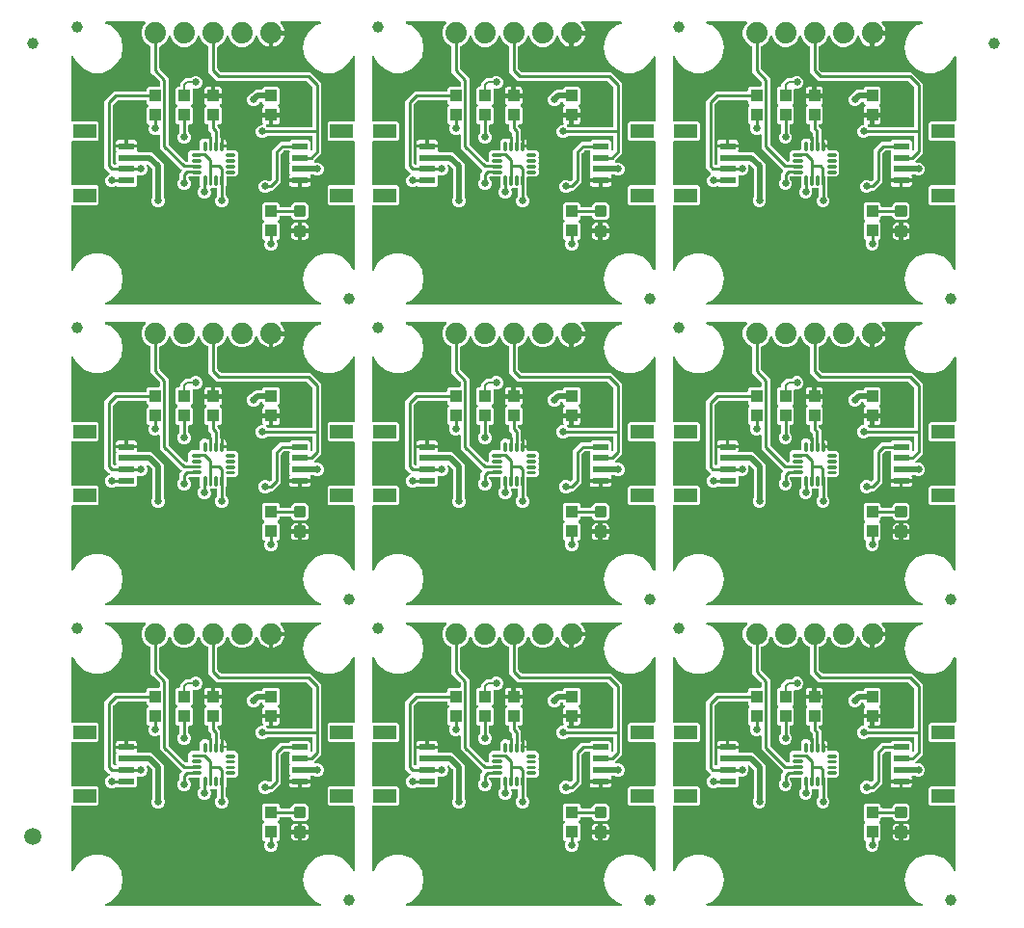
<source format=gtl>
G04 EAGLE Gerber RS-274X export*
G75*
%MOMM*%
%FSLAX34Y34*%
%LPD*%
%INTop Copper*%
%IPPOS*%
%AMOC8*
5,1,8,0,0,1.08239X$1,22.5*%
G01*
%ADD10R,1.000000X1.100000*%
%ADD11C,0.300000*%
%ADD12C,1.000000*%
%ADD13R,2.000000X1.200000*%
%ADD14R,1.350000X0.600000*%
%ADD15C,1.879600*%
%ADD16C,0.225000*%
%ADD17C,1.500000*%
%ADD18C,0.660400*%
%ADD19C,0.254000*%
%ADD20C,0.508000*%
%ADD21C,0.203200*%

G36*
X221142Y2556D02*
X221142Y2556D01*
X221250Y2564D01*
X221282Y2576D01*
X221317Y2581D01*
X221415Y2625D01*
X221516Y2662D01*
X221544Y2683D01*
X221576Y2697D01*
X221658Y2767D01*
X221745Y2830D01*
X221767Y2858D01*
X221793Y2880D01*
X221853Y2970D01*
X221919Y3056D01*
X221931Y3088D01*
X221951Y3117D01*
X221983Y3220D01*
X222023Y3320D01*
X222026Y3355D01*
X222036Y3388D01*
X222039Y3496D01*
X222049Y3603D01*
X222043Y3638D01*
X222044Y3672D01*
X222017Y3777D01*
X221996Y3883D01*
X221981Y3914D01*
X221972Y3947D01*
X221917Y4040D01*
X221868Y4136D01*
X221845Y4162D01*
X221827Y4192D01*
X221748Y4266D01*
X221675Y4345D01*
X221648Y4360D01*
X221619Y4386D01*
X221429Y4484D01*
X221382Y4510D01*
X217380Y5967D01*
X211410Y10976D01*
X207514Y17725D01*
X206160Y25400D01*
X207514Y33075D01*
X211410Y39824D01*
X217380Y44833D01*
X224703Y47499D01*
X232497Y47499D01*
X239820Y44833D01*
X245790Y39824D01*
X249392Y33585D01*
X249403Y33570D01*
X249411Y33553D01*
X249491Y33458D01*
X249567Y33361D01*
X249582Y33350D01*
X249595Y33336D01*
X249697Y33267D01*
X249797Y33195D01*
X249815Y33188D01*
X249831Y33178D01*
X249949Y33141D01*
X250065Y33099D01*
X250084Y33098D01*
X250102Y33092D01*
X250226Y33088D01*
X250349Y33081D01*
X250367Y33085D01*
X250386Y33084D01*
X250506Y33115D01*
X250626Y33142D01*
X250643Y33151D01*
X250662Y33156D01*
X250768Y33219D01*
X250876Y33278D01*
X250890Y33291D01*
X250906Y33301D01*
X250990Y33391D01*
X251078Y33477D01*
X251088Y33494D01*
X251101Y33508D01*
X251157Y33618D01*
X251217Y33725D01*
X251222Y33744D01*
X251230Y33761D01*
X251243Y33833D01*
X251282Y34002D01*
X251280Y34053D01*
X251286Y34092D01*
X251330Y89443D01*
X251322Y89501D01*
X251323Y89560D01*
X251302Y89642D01*
X251290Y89725D01*
X251266Y89778D01*
X251251Y89835D01*
X251208Y89908D01*
X251174Y89984D01*
X251136Y90029D01*
X251106Y90080D01*
X251045Y90137D01*
X250991Y90201D01*
X250942Y90234D01*
X250899Y90274D01*
X250824Y90313D01*
X250754Y90359D01*
X250698Y90377D01*
X250646Y90404D01*
X250578Y90415D01*
X250483Y90445D01*
X250383Y90448D01*
X250314Y90459D01*
X228898Y90459D01*
X227409Y91948D01*
X227409Y106052D01*
X228898Y107541D01*
X250330Y107541D01*
X250387Y107549D01*
X250445Y107547D01*
X250527Y107569D01*
X250611Y107581D01*
X250664Y107604D01*
X250720Y107619D01*
X250793Y107662D01*
X250870Y107697D01*
X250915Y107734D01*
X250965Y107764D01*
X251023Y107826D01*
X251087Y107880D01*
X251120Y107929D01*
X251159Y107971D01*
X251198Y108047D01*
X251245Y108117D01*
X251263Y108172D01*
X251289Y108224D01*
X251301Y108293D01*
X251331Y108388D01*
X251333Y108487D01*
X251345Y108555D01*
X251374Y145443D01*
X251366Y145501D01*
X251367Y145560D01*
X251346Y145642D01*
X251334Y145725D01*
X251310Y145778D01*
X251295Y145835D01*
X251252Y145908D01*
X251218Y145984D01*
X251180Y146029D01*
X251150Y146080D01*
X251089Y146137D01*
X251035Y146201D01*
X250986Y146234D01*
X250943Y146274D01*
X250868Y146313D01*
X250798Y146359D01*
X250742Y146377D01*
X250690Y146404D01*
X250622Y146415D01*
X250527Y146445D01*
X250427Y146448D01*
X250359Y146459D01*
X228898Y146459D01*
X227409Y147948D01*
X227409Y162052D01*
X228898Y163541D01*
X250374Y163541D01*
X250431Y163549D01*
X250489Y163547D01*
X250571Y163569D01*
X250655Y163581D01*
X250708Y163604D01*
X250764Y163619D01*
X250837Y163662D01*
X250915Y163697D01*
X250959Y163734D01*
X251009Y163764D01*
X251067Y163826D01*
X251132Y163880D01*
X251164Y163929D01*
X251203Y163971D01*
X251242Y164047D01*
X251289Y164117D01*
X251307Y164172D01*
X251333Y164224D01*
X251345Y164293D01*
X251375Y164388D01*
X251377Y164487D01*
X251389Y164555D01*
X251433Y220160D01*
X251430Y220180D01*
X251432Y220200D01*
X251410Y220320D01*
X251393Y220442D01*
X251385Y220460D01*
X251381Y220479D01*
X251327Y220589D01*
X251277Y220701D01*
X251264Y220716D01*
X251255Y220734D01*
X251173Y220825D01*
X251093Y220918D01*
X251077Y220929D01*
X251063Y220944D01*
X250958Y221008D01*
X250857Y221076D01*
X250838Y221082D01*
X250821Y221092D01*
X250702Y221125D01*
X250586Y221162D01*
X250566Y221163D01*
X250547Y221168D01*
X250424Y221166D01*
X250302Y221170D01*
X250283Y221164D01*
X250263Y221164D01*
X250145Y221129D01*
X250027Y221098D01*
X250010Y221088D01*
X249990Y221082D01*
X249888Y221015D01*
X249782Y220953D01*
X249769Y220938D01*
X249752Y220927D01*
X249705Y220870D01*
X249588Y220746D01*
X249564Y220700D01*
X249538Y220668D01*
X245790Y214176D01*
X239820Y209167D01*
X232497Y206501D01*
X224703Y206501D01*
X217380Y209167D01*
X211410Y214176D01*
X207514Y220925D01*
X206160Y228600D01*
X207514Y236275D01*
X211410Y243024D01*
X217380Y248033D01*
X221382Y249490D01*
X221478Y249541D01*
X221576Y249585D01*
X221603Y249607D01*
X221633Y249624D01*
X221711Y249699D01*
X221793Y249769D01*
X221812Y249797D01*
X221837Y249822D01*
X221891Y249915D01*
X221951Y250005D01*
X221961Y250038D01*
X221978Y250068D01*
X222004Y250173D01*
X222037Y250276D01*
X222037Y250311D01*
X222046Y250345D01*
X222041Y250452D01*
X222044Y250560D01*
X222035Y250594D01*
X222034Y250629D01*
X221999Y250731D01*
X221972Y250835D01*
X221954Y250865D01*
X221943Y250898D01*
X221882Y250987D01*
X221827Y251080D01*
X221801Y251104D01*
X221782Y251132D01*
X221698Y251200D01*
X221619Y251274D01*
X221588Y251290D01*
X221562Y251312D01*
X221462Y251355D01*
X221366Y251404D01*
X221336Y251409D01*
X221300Y251424D01*
X221088Y251450D01*
X221035Y251459D01*
X186976Y251459D01*
X186947Y251455D01*
X186917Y251458D01*
X186806Y251435D01*
X186694Y251419D01*
X186667Y251407D01*
X186639Y251402D01*
X186538Y251349D01*
X186435Y251303D01*
X186412Y251284D01*
X186386Y251271D01*
X186304Y251193D01*
X186218Y251120D01*
X186201Y251095D01*
X186180Y251075D01*
X186123Y250977D01*
X186060Y250883D01*
X186051Y250855D01*
X186036Y250830D01*
X186009Y250720D01*
X185974Y250612D01*
X185974Y250582D01*
X185966Y250554D01*
X185970Y250441D01*
X185967Y250328D01*
X185974Y250299D01*
X185975Y250270D01*
X186010Y250162D01*
X186039Y250053D01*
X186054Y250027D01*
X186063Y249999D01*
X186109Y249935D01*
X186184Y249808D01*
X186230Y249765D01*
X186258Y249726D01*
X186906Y249078D01*
X188011Y247557D01*
X188864Y245883D01*
X189445Y244096D01*
X189566Y243331D01*
X178816Y243331D01*
X178758Y243323D01*
X178700Y243325D01*
X178618Y243303D01*
X178535Y243291D01*
X178481Y243267D01*
X178425Y243253D01*
X178352Y243210D01*
X178275Y243175D01*
X178231Y243137D01*
X178180Y243107D01*
X178123Y243046D01*
X178058Y242991D01*
X178026Y242943D01*
X177986Y242900D01*
X177947Y242825D01*
X177901Y242755D01*
X177883Y242699D01*
X177856Y242647D01*
X177845Y242579D01*
X177815Y242484D01*
X177812Y242384D01*
X177801Y242316D01*
X177801Y241299D01*
X176784Y241299D01*
X176726Y241291D01*
X176668Y241292D01*
X176586Y241271D01*
X176503Y241259D01*
X176449Y241235D01*
X176393Y241221D01*
X176320Y241178D01*
X176243Y241143D01*
X176198Y241105D01*
X176148Y241075D01*
X176090Y241014D01*
X176026Y240959D01*
X175994Y240911D01*
X175954Y240868D01*
X175915Y240793D01*
X175869Y240723D01*
X175851Y240667D01*
X175824Y240615D01*
X175813Y240547D01*
X175783Y240452D01*
X175780Y240352D01*
X175769Y240284D01*
X175769Y229534D01*
X175004Y229655D01*
X173217Y230236D01*
X171543Y231089D01*
X170022Y232194D01*
X168694Y233522D01*
X167589Y235043D01*
X166736Y236717D01*
X166131Y238580D01*
X166118Y238606D01*
X166111Y238636D01*
X166091Y238671D01*
X166079Y238709D01*
X166038Y238771D01*
X166006Y238836D01*
X165986Y238857D01*
X165972Y238883D01*
X165943Y238912D01*
X165921Y238945D01*
X165863Y238993D01*
X165815Y239047D01*
X165791Y239061D01*
X165769Y239083D01*
X165734Y239102D01*
X165703Y239128D01*
X165634Y239159D01*
X165573Y239196D01*
X165546Y239204D01*
X165519Y239218D01*
X165480Y239227D01*
X165443Y239243D01*
X165368Y239254D01*
X165299Y239273D01*
X165272Y239273D01*
X165241Y239279D01*
X165201Y239277D01*
X165162Y239282D01*
X165086Y239271D01*
X165015Y239271D01*
X164989Y239263D01*
X164958Y239261D01*
X164920Y239247D01*
X164880Y239241D01*
X164811Y239210D01*
X164743Y239190D01*
X164719Y239175D01*
X164690Y239164D01*
X164658Y239141D01*
X164621Y239124D01*
X164564Y239075D01*
X164503Y239037D01*
X164485Y239015D01*
X164460Y238998D01*
X164435Y238966D01*
X164405Y238940D01*
X164371Y238886D01*
X164316Y238823D01*
X164304Y238797D01*
X164285Y238774D01*
X164257Y238703D01*
X164227Y238655D01*
X162521Y234537D01*
X159163Y231179D01*
X154775Y229361D01*
X150025Y229361D01*
X145637Y231179D01*
X142279Y234537D01*
X140638Y238499D01*
X140623Y238524D01*
X140614Y238552D01*
X140551Y238646D01*
X140493Y238743D01*
X140472Y238764D01*
X140456Y238788D01*
X140369Y238861D01*
X140287Y238939D01*
X140261Y238952D01*
X140238Y238971D01*
X140135Y239017D01*
X140034Y239069D01*
X140005Y239075D01*
X139978Y239086D01*
X139866Y239102D01*
X139755Y239124D01*
X139726Y239121D01*
X139697Y239125D01*
X139585Y239109D01*
X139472Y239099D01*
X139445Y239089D01*
X139416Y239085D01*
X139312Y239038D01*
X139207Y238997D01*
X139183Y238980D01*
X139156Y238968D01*
X139070Y238894D01*
X138980Y238826D01*
X138962Y238802D01*
X138940Y238783D01*
X138898Y238717D01*
X138810Y238598D01*
X138790Y238545D01*
X138771Y238518D01*
X138769Y238510D01*
X138762Y238499D01*
X137121Y234537D01*
X133763Y231179D01*
X131437Y230216D01*
X131436Y230215D01*
X131435Y230214D01*
X131312Y230142D01*
X131193Y230071D01*
X131192Y230070D01*
X131190Y230069D01*
X131093Y229965D01*
X130997Y229864D01*
X130997Y229863D01*
X130996Y229862D01*
X130931Y229736D01*
X130867Y229612D01*
X130867Y229610D01*
X130866Y229609D01*
X130864Y229594D01*
X130812Y229333D01*
X130815Y229302D01*
X130811Y229278D01*
X130811Y210279D01*
X130823Y210192D01*
X130826Y210105D01*
X130843Y210052D01*
X130851Y209997D01*
X130886Y209918D01*
X130913Y209834D01*
X130941Y209795D01*
X130967Y209738D01*
X131063Y209625D01*
X131108Y209561D01*
X133361Y207308D01*
X133431Y207256D01*
X133495Y207196D01*
X133544Y207170D01*
X133588Y207137D01*
X133670Y207106D01*
X133748Y207066D01*
X133795Y207058D01*
X133854Y207036D01*
X134002Y207024D01*
X134079Y207011D01*
X212398Y207011D01*
X222251Y197158D01*
X222251Y135582D01*
X216029Y129359D01*
X215977Y129291D01*
X215918Y129228D01*
X215892Y129178D01*
X215858Y129132D01*
X215827Y129052D01*
X215788Y128975D01*
X215777Y128920D01*
X215756Y128867D01*
X215749Y128781D01*
X215733Y128697D01*
X215738Y128640D01*
X215733Y128583D01*
X215750Y128499D01*
X215757Y128413D01*
X215778Y128360D01*
X215789Y128305D01*
X215828Y128228D01*
X215859Y128148D01*
X215894Y128102D01*
X215920Y128052D01*
X215979Y127990D01*
X216031Y127921D01*
X216076Y127887D01*
X216116Y127846D01*
X216190Y127803D01*
X216259Y127751D01*
X216312Y127731D01*
X216361Y127702D01*
X216444Y127681D01*
X216525Y127651D01*
X216581Y127646D01*
X216636Y127632D01*
X216722Y127635D01*
X216808Y127628D01*
X216856Y127639D01*
X216921Y127641D01*
X217058Y127686D01*
X217135Y127704D01*
X217278Y127763D01*
X219602Y127763D01*
X221750Y126873D01*
X223393Y125230D01*
X224283Y123082D01*
X224283Y120758D01*
X223393Y118610D01*
X221750Y116967D01*
X219602Y116077D01*
X217278Y116077D01*
X215432Y116842D01*
X215402Y116850D01*
X215374Y116864D01*
X215297Y116877D01*
X215156Y116913D01*
X215092Y116911D01*
X215043Y116919D01*
X213389Y116919D01*
X213341Y116912D01*
X213292Y116915D01*
X213201Y116893D01*
X213108Y116879D01*
X213063Y116860D01*
X213016Y116848D01*
X212934Y116802D01*
X212848Y116763D01*
X212811Y116732D01*
X212769Y116708D01*
X212703Y116640D01*
X212631Y116580D01*
X212604Y116539D01*
X212570Y116504D01*
X212526Y116421D01*
X212474Y116343D01*
X212459Y116296D01*
X212436Y116253D01*
X212416Y116161D01*
X212388Y116072D01*
X212387Y116023D01*
X212376Y115975D01*
X212384Y115901D01*
X212381Y115788D01*
X212403Y115704D01*
X212409Y115641D01*
X212491Y115335D01*
X212491Y113499D01*
X203684Y113499D01*
X203626Y113491D01*
X203568Y113493D01*
X203486Y113471D01*
X203403Y113459D01*
X203349Y113436D01*
X203293Y113421D01*
X203220Y113378D01*
X203201Y113369D01*
X203155Y113400D01*
X203099Y113417D01*
X203047Y113444D01*
X202979Y113455D01*
X202884Y113485D01*
X202784Y113488D01*
X202716Y113499D01*
X193909Y113499D01*
X193909Y115334D01*
X194082Y115981D01*
X194349Y116443D01*
X194375Y116506D01*
X194409Y116565D01*
X194428Y116638D01*
X194456Y116707D01*
X194463Y116775D01*
X194479Y116841D01*
X194477Y116915D01*
X194485Y116990D01*
X194473Y117057D01*
X194470Y117125D01*
X194447Y117196D01*
X194434Y117269D01*
X194404Y117331D01*
X194383Y117395D01*
X194347Y117446D01*
X194308Y117524D01*
X194231Y117608D01*
X194188Y117669D01*
X193909Y117948D01*
X193909Y126052D01*
X194139Y126282D01*
X194174Y126329D01*
X194217Y126369D01*
X194259Y126442D01*
X194310Y126509D01*
X194331Y126564D01*
X194360Y126614D01*
X194381Y126696D01*
X194411Y126775D01*
X194416Y126833D01*
X194430Y126890D01*
X194428Y126974D01*
X194435Y127058D01*
X194423Y127116D01*
X194421Y127174D01*
X194395Y127254D01*
X194379Y127337D01*
X194352Y127389D01*
X194334Y127445D01*
X194294Y127501D01*
X194248Y127589D01*
X194179Y127662D01*
X194139Y127718D01*
X193909Y127948D01*
X193909Y136052D01*
X194139Y136282D01*
X194174Y136329D01*
X194217Y136369D01*
X194259Y136442D01*
X194310Y136509D01*
X194331Y136564D01*
X194360Y136614D01*
X194381Y136696D01*
X194411Y136775D01*
X194416Y136833D01*
X194430Y136890D01*
X194428Y136974D01*
X194435Y137058D01*
X194423Y137116D01*
X194421Y137174D01*
X194395Y137254D01*
X194379Y137337D01*
X194352Y137389D01*
X194334Y137445D01*
X194294Y137501D01*
X194248Y137589D01*
X194179Y137662D01*
X194139Y137718D01*
X193965Y137892D01*
X193895Y137944D01*
X193831Y138004D01*
X193782Y138030D01*
X193738Y138063D01*
X193656Y138094D01*
X193578Y138134D01*
X193531Y138142D01*
X193472Y138164D01*
X193324Y138176D01*
X193247Y138189D01*
X189719Y138189D01*
X189632Y138177D01*
X189545Y138174D01*
X189492Y138157D01*
X189437Y138149D01*
X189358Y138114D01*
X189274Y138087D01*
X189235Y138059D01*
X189178Y138033D01*
X189065Y137937D01*
X189001Y137892D01*
X186988Y135879D01*
X186936Y135809D01*
X186876Y135745D01*
X186850Y135696D01*
X186817Y135652D01*
X186786Y135570D01*
X186746Y135492D01*
X186738Y135445D01*
X186716Y135386D01*
X186704Y135238D01*
X186691Y135161D01*
X186691Y110182D01*
X179378Y102869D01*
X177593Y102869D01*
X177506Y102857D01*
X177419Y102854D01*
X177366Y102837D01*
X177311Y102829D01*
X177231Y102794D01*
X177148Y102767D01*
X177109Y102739D01*
X177052Y102713D01*
X176938Y102617D01*
X176875Y102572D01*
X176030Y101727D01*
X173882Y100837D01*
X171558Y100837D01*
X169410Y101727D01*
X167767Y103370D01*
X166877Y105518D01*
X166877Y107842D01*
X167767Y109990D01*
X169410Y111633D01*
X171558Y112523D01*
X173882Y112523D01*
X176047Y111626D01*
X176066Y111606D01*
X176139Y111564D01*
X176206Y111513D01*
X176261Y111492D01*
X176311Y111463D01*
X176393Y111442D01*
X176472Y111412D01*
X176530Y111407D01*
X176587Y111393D01*
X176671Y111395D01*
X176755Y111388D01*
X176812Y111400D01*
X176871Y111402D01*
X176951Y111427D01*
X177034Y111444D01*
X177086Y111471D01*
X177141Y111489D01*
X177197Y111529D01*
X177286Y111575D01*
X177359Y111644D01*
X177415Y111684D01*
X178772Y113041D01*
X178824Y113111D01*
X178884Y113175D01*
X178910Y113224D01*
X178943Y113268D01*
X178974Y113350D01*
X179014Y113428D01*
X179022Y113475D01*
X179044Y113534D01*
X179056Y113682D01*
X179069Y113759D01*
X179069Y138738D01*
X186142Y145811D01*
X193247Y145811D01*
X193334Y145823D01*
X193421Y145826D01*
X193474Y145843D01*
X193529Y145851D01*
X193608Y145886D01*
X193692Y145913D01*
X193731Y145941D01*
X193788Y145967D01*
X193901Y146063D01*
X193965Y146108D01*
X195398Y147541D01*
X211002Y147541D01*
X212491Y146052D01*
X212491Y139051D01*
X212495Y139022D01*
X212492Y138993D01*
X212515Y138882D01*
X212531Y138769D01*
X212543Y138743D01*
X212548Y138714D01*
X212601Y138613D01*
X212647Y138510D01*
X212666Y138488D01*
X212679Y138461D01*
X212757Y138379D01*
X212830Y138293D01*
X212855Y138277D01*
X212875Y138255D01*
X212973Y138198D01*
X213067Y138135D01*
X213095Y138127D01*
X213121Y138112D01*
X213230Y138084D01*
X213338Y138050D01*
X213368Y138049D01*
X213396Y138042D01*
X213509Y138045D01*
X213622Y138042D01*
X213651Y138050D01*
X213680Y138051D01*
X213788Y138086D01*
X213897Y138114D01*
X213923Y138129D01*
X213951Y138138D01*
X214015Y138184D01*
X214142Y138259D01*
X214185Y138305D01*
X214224Y138333D01*
X214332Y138441D01*
X214384Y138511D01*
X214444Y138575D01*
X214470Y138624D01*
X214503Y138668D01*
X214534Y138750D01*
X214574Y138828D01*
X214582Y138876D01*
X214604Y138934D01*
X214616Y139082D01*
X214629Y139159D01*
X214629Y150114D01*
X214621Y150172D01*
X214623Y150230D01*
X214601Y150312D01*
X214589Y150396D01*
X214566Y150449D01*
X214551Y150505D01*
X214508Y150578D01*
X214473Y150655D01*
X214435Y150700D01*
X214406Y150750D01*
X214344Y150808D01*
X214290Y150872D01*
X214241Y150904D01*
X214198Y150944D01*
X214123Y150983D01*
X214053Y151030D01*
X213997Y151047D01*
X213945Y151074D01*
X213877Y151085D01*
X213782Y151115D01*
X213682Y151118D01*
X213614Y151129D01*
X175053Y151129D01*
X174966Y151117D01*
X174879Y151114D01*
X174826Y151097D01*
X174771Y151089D01*
X174691Y151054D01*
X174608Y151027D01*
X174569Y150999D01*
X174512Y150973D01*
X174399Y150877D01*
X174335Y150832D01*
X173490Y149987D01*
X171342Y149097D01*
X169018Y149097D01*
X166870Y149987D01*
X165227Y151630D01*
X164337Y153778D01*
X164337Y156102D01*
X165227Y158250D01*
X166870Y159893D01*
X169018Y160783D01*
X169850Y160783D01*
X169888Y160788D01*
X169927Y160786D01*
X170029Y160808D01*
X170131Y160823D01*
X170167Y160839D01*
X170205Y160847D01*
X170296Y160896D01*
X170391Y160939D01*
X170421Y160964D01*
X170455Y160983D01*
X170529Y161056D01*
X170608Y161122D01*
X170629Y161155D01*
X170657Y161182D01*
X170708Y161273D01*
X170765Y161359D01*
X170777Y161396D01*
X170796Y161430D01*
X170820Y161531D01*
X170851Y161630D01*
X170852Y161669D01*
X170861Y161707D01*
X170856Y161811D01*
X170858Y161914D01*
X170848Y161952D01*
X170846Y161991D01*
X170819Y162064D01*
X170787Y162189D01*
X170749Y162253D01*
X170729Y162306D01*
X170432Y162819D01*
X170259Y163466D01*
X170259Y167269D01*
X175769Y167269D01*
X175769Y161259D01*
X174575Y161259D01*
X174546Y161255D01*
X174516Y161258D01*
X174405Y161235D01*
X174293Y161219D01*
X174266Y161207D01*
X174238Y161202D01*
X174137Y161150D01*
X174034Y161103D01*
X174011Y161084D01*
X173985Y161071D01*
X173903Y160993D01*
X173817Y160920D01*
X173800Y160895D01*
X173779Y160875D01*
X173722Y160777D01*
X173659Y160683D01*
X173650Y160655D01*
X173635Y160630D01*
X173608Y160520D01*
X173573Y160412D01*
X173573Y160382D01*
X173565Y160354D01*
X173569Y160241D01*
X173566Y160128D01*
X173573Y160099D01*
X173574Y160070D01*
X173609Y159962D01*
X173638Y159853D01*
X173653Y159827D01*
X173662Y159799D01*
X173707Y159736D01*
X173783Y159608D01*
X173829Y159565D01*
X173857Y159526D01*
X174335Y159048D01*
X174405Y158996D01*
X174468Y158936D01*
X174518Y158910D01*
X174562Y158877D01*
X174644Y158846D01*
X174722Y158806D01*
X174769Y158798D01*
X174828Y158776D01*
X174975Y158764D01*
X175053Y158751D01*
X213614Y158751D01*
X213672Y158759D01*
X213730Y158757D01*
X213812Y158779D01*
X213896Y158791D01*
X213949Y158814D01*
X214005Y158829D01*
X214078Y158872D01*
X214155Y158907D01*
X214200Y158945D01*
X214250Y158974D01*
X214308Y159036D01*
X214372Y159090D01*
X214404Y159139D01*
X214444Y159182D01*
X214483Y159257D01*
X214530Y159327D01*
X214547Y159383D01*
X214574Y159435D01*
X214585Y159503D01*
X214615Y159598D01*
X214618Y159698D01*
X214629Y159766D01*
X214629Y193581D01*
X214617Y193668D01*
X214614Y193755D01*
X214597Y193808D01*
X214589Y193863D01*
X214554Y193942D01*
X214527Y194026D01*
X214499Y194065D01*
X214473Y194122D01*
X214377Y194235D01*
X214332Y194299D01*
X209539Y199092D01*
X209469Y199144D01*
X209405Y199204D01*
X209356Y199230D01*
X209312Y199263D01*
X209230Y199294D01*
X209152Y199334D01*
X209105Y199342D01*
X209046Y199364D01*
X208898Y199376D01*
X208821Y199389D01*
X130502Y199389D01*
X123189Y206702D01*
X123189Y229278D01*
X123189Y229279D01*
X123189Y229281D01*
X123170Y229417D01*
X123149Y229559D01*
X123149Y229561D01*
X123149Y229562D01*
X123092Y229688D01*
X123033Y229819D01*
X123032Y229820D01*
X123031Y229821D01*
X122940Y229928D01*
X122850Y230036D01*
X122848Y230036D01*
X122847Y230038D01*
X122834Y230046D01*
X122613Y230193D01*
X122584Y230202D01*
X122563Y230216D01*
X120237Y231179D01*
X116879Y234537D01*
X115238Y238499D01*
X115223Y238524D01*
X115214Y238552D01*
X115151Y238646D01*
X115093Y238743D01*
X115072Y238764D01*
X115056Y238788D01*
X114969Y238861D01*
X114887Y238939D01*
X114861Y238952D01*
X114838Y238971D01*
X114735Y239017D01*
X114634Y239069D01*
X114605Y239075D01*
X114578Y239086D01*
X114466Y239102D01*
X114355Y239124D01*
X114326Y239121D01*
X114297Y239125D01*
X114185Y239109D01*
X114072Y239099D01*
X114045Y239089D01*
X114016Y239085D01*
X113912Y239038D01*
X113807Y238997D01*
X113783Y238980D01*
X113756Y238968D01*
X113670Y238894D01*
X113580Y238826D01*
X113562Y238802D01*
X113540Y238783D01*
X113498Y238717D01*
X113410Y238598D01*
X113390Y238545D01*
X113371Y238518D01*
X113369Y238510D01*
X113362Y238499D01*
X111721Y234537D01*
X108363Y231179D01*
X103975Y229361D01*
X99225Y229361D01*
X94837Y231179D01*
X91479Y234537D01*
X89838Y238499D01*
X89823Y238524D01*
X89814Y238552D01*
X89751Y238646D01*
X89693Y238743D01*
X89672Y238764D01*
X89656Y238788D01*
X89569Y238861D01*
X89487Y238939D01*
X89461Y238952D01*
X89438Y238971D01*
X89335Y239017D01*
X89234Y239069D01*
X89205Y239075D01*
X89178Y239086D01*
X89066Y239102D01*
X88955Y239124D01*
X88926Y239121D01*
X88897Y239125D01*
X88785Y239109D01*
X88672Y239099D01*
X88645Y239089D01*
X88616Y239085D01*
X88512Y239038D01*
X88407Y238997D01*
X88383Y238980D01*
X88356Y238968D01*
X88270Y238894D01*
X88180Y238826D01*
X88162Y238802D01*
X88140Y238783D01*
X88098Y238717D01*
X88010Y238598D01*
X87990Y238545D01*
X87971Y238518D01*
X87969Y238510D01*
X87962Y238499D01*
X86321Y234537D01*
X82963Y231179D01*
X80637Y230216D01*
X80636Y230215D01*
X80635Y230214D01*
X80512Y230142D01*
X80393Y230071D01*
X80392Y230070D01*
X80390Y230069D01*
X80293Y229965D01*
X80197Y229864D01*
X80197Y229863D01*
X80196Y229862D01*
X80131Y229736D01*
X80067Y229612D01*
X80067Y229610D01*
X80066Y229609D01*
X80064Y229594D01*
X80012Y229333D01*
X80015Y229302D01*
X80011Y229278D01*
X80011Y210279D01*
X80023Y210192D01*
X80026Y210105D01*
X80043Y210052D01*
X80051Y209997D01*
X80086Y209918D01*
X80113Y209834D01*
X80141Y209795D01*
X80167Y209738D01*
X80263Y209625D01*
X80308Y209561D01*
X85529Y204340D01*
X88059Y201810D01*
X88059Y143811D01*
X88071Y143724D01*
X88074Y143637D01*
X88091Y143584D01*
X88099Y143529D01*
X88134Y143450D01*
X88161Y143366D01*
X88189Y143327D01*
X88215Y143270D01*
X88311Y143157D01*
X88356Y143093D01*
X102701Y128748D01*
X102771Y128696D01*
X102835Y128636D01*
X102884Y128610D01*
X102928Y128577D01*
X103010Y128546D01*
X103088Y128506D01*
X103135Y128498D01*
X103194Y128476D01*
X103342Y128464D01*
X103419Y128451D01*
X104234Y128451D01*
X104292Y128459D01*
X104350Y128457D01*
X104432Y128479D01*
X104516Y128491D01*
X104569Y128514D01*
X104625Y128529D01*
X104698Y128572D01*
X104775Y128607D01*
X104820Y128645D01*
X104870Y128674D01*
X104928Y128736D01*
X104992Y128790D01*
X105024Y128839D01*
X105064Y128882D01*
X105103Y128957D01*
X105150Y129027D01*
X105167Y129083D01*
X105194Y129135D01*
X105205Y129203D01*
X105235Y129298D01*
X105238Y129398D01*
X105249Y129466D01*
X105249Y131567D01*
X105258Y131582D01*
X105309Y131649D01*
X105330Y131704D01*
X105359Y131754D01*
X105380Y131836D01*
X105410Y131915D01*
X105415Y131973D01*
X105429Y132030D01*
X105427Y132114D01*
X105434Y132198D01*
X105422Y132256D01*
X105420Y132314D01*
X105394Y132394D01*
X105378Y132477D01*
X105351Y132529D01*
X105333Y132585D01*
X105293Y132641D01*
X105249Y132725D01*
X105249Y136533D01*
X107397Y138681D01*
X114404Y138681D01*
X114462Y138689D01*
X114520Y138687D01*
X114602Y138709D01*
X114686Y138721D01*
X114739Y138744D01*
X114795Y138759D01*
X114868Y138802D01*
X114945Y138837D01*
X114990Y138875D01*
X115040Y138904D01*
X115098Y138966D01*
X115162Y139020D01*
X115194Y139069D01*
X115234Y139112D01*
X115273Y139187D01*
X115320Y139257D01*
X115337Y139313D01*
X115364Y139365D01*
X115375Y139433D01*
X115405Y139528D01*
X115408Y139628D01*
X115419Y139696D01*
X115419Y146703D01*
X117567Y148851D01*
X121353Y148851D01*
X121443Y148761D01*
X121497Y148720D01*
X121545Y148672D01*
X121610Y148635D01*
X121670Y148590D01*
X121734Y148566D01*
X121793Y148533D01*
X121866Y148516D01*
X121936Y148489D01*
X122004Y148483D01*
X122070Y148468D01*
X122144Y148472D01*
X122219Y148466D01*
X122286Y148479D01*
X122354Y148482D01*
X122413Y148504D01*
X122498Y148521D01*
X122599Y148574D01*
X122668Y148600D01*
X122670Y148601D01*
X123445Y148808D01*
X123445Y147180D01*
X123449Y147150D01*
X123446Y147122D01*
X123449Y147110D01*
X123448Y147097D01*
X123470Y146999D01*
X123484Y146899D01*
X123497Y146871D01*
X123502Y146843D01*
X123508Y146832D01*
X123511Y146820D01*
X123543Y146765D01*
X123554Y146743D01*
X123601Y146639D01*
X123620Y146617D01*
X123633Y146591D01*
X123663Y146560D01*
X123680Y146530D01*
X123736Y146479D01*
X123784Y146422D01*
X123809Y146406D01*
X123829Y146384D01*
X123862Y146365D01*
X123891Y146339D01*
X123959Y146306D01*
X124021Y146265D01*
X124049Y146256D01*
X124074Y146241D01*
X124112Y146231D01*
X124146Y146214D01*
X124221Y146201D01*
X124292Y146179D01*
X124321Y146178D01*
X124350Y146171D01*
X124388Y146172D01*
X124426Y146165D01*
X124502Y146173D01*
X124576Y146171D01*
X124604Y146179D01*
X124634Y146180D01*
X124671Y146192D01*
X124709Y146196D01*
X124779Y146224D01*
X124852Y146243D01*
X124876Y146258D01*
X124905Y146267D01*
X124932Y146287D01*
X124972Y146303D01*
X125031Y146350D01*
X125096Y146389D01*
X125139Y146434D01*
X125178Y146462D01*
X125185Y146472D01*
X125195Y146480D01*
X125239Y146541D01*
X125290Y146596D01*
X125316Y146645D01*
X125349Y146689D01*
X125353Y146701D01*
X125360Y146711D01*
X125385Y146781D01*
X125420Y146849D01*
X125428Y146897D01*
X125450Y146955D01*
X125451Y146968D01*
X125455Y146979D01*
X125462Y147103D01*
X125475Y147180D01*
X125475Y149303D01*
X125503Y149357D01*
X125550Y149427D01*
X125567Y149483D01*
X125594Y149535D01*
X125605Y149603D01*
X125635Y149698D01*
X125638Y149798D01*
X125649Y149866D01*
X125649Y153021D01*
X125637Y153108D01*
X125634Y153195D01*
X125617Y153248D01*
X125609Y153303D01*
X125574Y153382D01*
X125547Y153466D01*
X125519Y153505D01*
X125493Y153562D01*
X125397Y153675D01*
X125352Y153739D01*
X123189Y155902D01*
X123189Y160244D01*
X123181Y160302D01*
X123183Y160360D01*
X123161Y160442D01*
X123149Y160526D01*
X123126Y160579D01*
X123111Y160635D01*
X123068Y160708D01*
X123033Y160785D01*
X122995Y160830D01*
X122966Y160880D01*
X122904Y160938D01*
X122850Y161002D01*
X122801Y161034D01*
X122758Y161074D01*
X122683Y161113D01*
X122613Y161160D01*
X122557Y161177D01*
X122505Y161204D01*
X122437Y161215D01*
X122342Y161245D01*
X122242Y161248D01*
X122174Y161259D01*
X120948Y161259D01*
X119459Y162748D01*
X119459Y175852D01*
X120730Y177124D01*
X120760Y177162D01*
X120796Y177195D01*
X120845Y177276D01*
X120901Y177351D01*
X120919Y177396D01*
X120944Y177438D01*
X120969Y177528D01*
X121002Y177616D01*
X121007Y177665D01*
X121019Y177712D01*
X121018Y177806D01*
X121026Y177900D01*
X121016Y177947D01*
X121016Y177996D01*
X120989Y178086D01*
X120970Y178178D01*
X120948Y178222D01*
X120934Y178268D01*
X120882Y178347D01*
X120839Y178431D01*
X120806Y178466D01*
X120779Y178507D01*
X120722Y178554D01*
X120643Y178637D01*
X120568Y178681D01*
X120520Y178721D01*
X120440Y178767D01*
X119967Y179240D01*
X119632Y179819D01*
X119459Y180466D01*
X119459Y184269D01*
X125984Y184269D01*
X126042Y184277D01*
X126100Y184275D01*
X126182Y184297D01*
X126265Y184309D01*
X126319Y184333D01*
X126375Y184347D01*
X126448Y184390D01*
X126525Y184425D01*
X126569Y184463D01*
X126620Y184493D01*
X126677Y184554D01*
X126742Y184609D01*
X126774Y184657D01*
X126814Y184700D01*
X126853Y184775D01*
X126899Y184845D01*
X126917Y184901D01*
X126944Y184953D01*
X126955Y185021D01*
X126985Y185116D01*
X126988Y185216D01*
X126999Y185284D01*
X126999Y186301D01*
X127001Y186301D01*
X127001Y185284D01*
X127009Y185226D01*
X127008Y185169D01*
X127008Y185168D01*
X127029Y185086D01*
X127041Y185003D01*
X127065Y184949D01*
X127079Y184893D01*
X127122Y184820D01*
X127157Y184743D01*
X127195Y184698D01*
X127225Y184648D01*
X127286Y184590D01*
X127341Y184526D01*
X127389Y184494D01*
X127432Y184454D01*
X127507Y184415D01*
X127577Y184369D01*
X127633Y184351D01*
X127685Y184324D01*
X127753Y184313D01*
X127848Y184283D01*
X127948Y184280D01*
X128016Y184269D01*
X134541Y184269D01*
X134541Y180466D01*
X134368Y179819D01*
X134033Y179240D01*
X133560Y178767D01*
X133480Y178721D01*
X133441Y178691D01*
X133398Y178668D01*
X133330Y178603D01*
X133256Y178545D01*
X133227Y178506D01*
X133192Y178472D01*
X133145Y178391D01*
X133090Y178315D01*
X133073Y178269D01*
X133048Y178227D01*
X133025Y178136D01*
X132993Y178048D01*
X132990Y177999D01*
X132978Y177952D01*
X132981Y177858D01*
X132975Y177764D01*
X132986Y177716D01*
X132987Y177667D01*
X133016Y177578D01*
X133036Y177486D01*
X133060Y177443D01*
X133075Y177397D01*
X133118Y177336D01*
X133172Y177236D01*
X133233Y177175D01*
X133270Y177124D01*
X134541Y175852D01*
X134541Y162748D01*
X133052Y161259D01*
X131826Y161259D01*
X131768Y161251D01*
X131710Y161253D01*
X131628Y161231D01*
X131544Y161219D01*
X131491Y161196D01*
X131435Y161181D01*
X131362Y161138D01*
X131285Y161103D01*
X131240Y161065D01*
X131190Y161036D01*
X131132Y160974D01*
X131068Y160920D01*
X131036Y160871D01*
X130996Y160828D01*
X130957Y160753D01*
X130910Y160683D01*
X130893Y160627D01*
X130866Y160575D01*
X130855Y160507D01*
X130825Y160412D01*
X130822Y160312D01*
X130811Y160244D01*
X130811Y159479D01*
X130823Y159392D01*
X130826Y159305D01*
X130843Y159252D01*
X130851Y159197D01*
X130886Y159118D01*
X130913Y159034D01*
X130941Y158995D01*
X130967Y158938D01*
X131063Y158825D01*
X131108Y158761D01*
X133271Y156598D01*
X133271Y149866D01*
X133279Y149808D01*
X133277Y149750D01*
X133299Y149668D01*
X133311Y149584D01*
X133334Y149531D01*
X133349Y149475D01*
X133392Y149402D01*
X133427Y149325D01*
X133445Y149304D01*
X133445Y147180D01*
X133453Y147117D01*
X133452Y147054D01*
X133473Y146977D01*
X133484Y146899D01*
X133510Y146841D01*
X133527Y146779D01*
X133563Y146724D01*
X133601Y146639D01*
X133670Y146558D01*
X133709Y146497D01*
X133750Y146463D01*
X133784Y146422D01*
X133785Y146422D01*
X133859Y146372D01*
X133928Y146315D01*
X133977Y146294D01*
X134021Y146264D01*
X134107Y146237D01*
X134188Y146202D01*
X134241Y146195D01*
X134292Y146178D01*
X134382Y146176D01*
X134470Y146165D01*
X134523Y146173D01*
X134576Y146171D01*
X134663Y146194D01*
X134751Y146207D01*
X134800Y146229D01*
X134852Y146243D01*
X134928Y146289D01*
X135009Y146326D01*
X135050Y146361D01*
X135096Y146388D01*
X135157Y146453D01*
X135225Y146512D01*
X135254Y146557D01*
X135290Y146596D01*
X135331Y146675D01*
X135380Y146750D01*
X135396Y146801D01*
X135420Y146849D01*
X135432Y146920D01*
X135463Y147022D01*
X135464Y147115D01*
X135475Y147180D01*
X135475Y148808D01*
X136250Y148601D01*
X137086Y148118D01*
X137768Y147436D01*
X138251Y146600D01*
X138501Y145668D01*
X138501Y143075D01*
X134516Y143075D01*
X134458Y143067D01*
X134400Y143069D01*
X134318Y143047D01*
X134234Y143036D01*
X134181Y143012D01*
X134125Y142997D01*
X134052Y142954D01*
X133975Y142919D01*
X133930Y142882D01*
X133880Y142852D01*
X133822Y142790D01*
X133758Y142736D01*
X133726Y142687D01*
X133686Y142644D01*
X133647Y142569D01*
X133600Y142499D01*
X133583Y142443D01*
X133556Y142391D01*
X133545Y142323D01*
X133515Y142228D01*
X133512Y142128D01*
X133501Y142060D01*
X133509Y142002D01*
X133507Y141944D01*
X133507Y141943D01*
X133529Y141862D01*
X133541Y141778D01*
X133564Y141725D01*
X133579Y141668D01*
X133622Y141596D01*
X133657Y141519D01*
X133695Y141474D01*
X133724Y141424D01*
X133786Y141366D01*
X133840Y141302D01*
X133889Y141270D01*
X133932Y141229D01*
X134007Y141191D01*
X134077Y141144D01*
X134133Y141127D01*
X134185Y141100D01*
X134253Y141089D01*
X134348Y141059D01*
X134448Y141056D01*
X134516Y141045D01*
X138501Y141045D01*
X138501Y139596D01*
X138509Y139539D01*
X138507Y139483D01*
X138508Y139483D01*
X138507Y139480D01*
X138529Y139398D01*
X138541Y139314D01*
X138564Y139261D01*
X138579Y139205D01*
X138622Y139132D01*
X138657Y139055D01*
X138695Y139010D01*
X138724Y138960D01*
X138786Y138902D01*
X138840Y138838D01*
X138889Y138806D01*
X138932Y138766D01*
X139007Y138727D01*
X139077Y138680D01*
X139133Y138663D01*
X139185Y138636D01*
X139253Y138625D01*
X139348Y138595D01*
X139448Y138592D01*
X139516Y138581D01*
X146723Y138581D01*
X148871Y136433D01*
X148871Y132613D01*
X148862Y132598D01*
X148811Y132531D01*
X148790Y132476D01*
X148761Y132426D01*
X148740Y132344D01*
X148710Y132265D01*
X148705Y132207D01*
X148691Y132150D01*
X148693Y132066D01*
X148686Y131982D01*
X148698Y131924D01*
X148700Y131866D01*
X148726Y131786D01*
X148742Y131703D01*
X148769Y131651D01*
X148787Y131595D01*
X148827Y131539D01*
X148871Y131455D01*
X148871Y127613D01*
X148862Y127598D01*
X148811Y127531D01*
X148790Y127476D01*
X148761Y127426D01*
X148740Y127344D01*
X148710Y127265D01*
X148705Y127207D01*
X148691Y127150D01*
X148693Y127066D01*
X148686Y126982D01*
X148698Y126924D01*
X148700Y126866D01*
X148726Y126786D01*
X148742Y126703D01*
X148769Y126651D01*
X148787Y126595D01*
X148827Y126539D01*
X148871Y126455D01*
X148871Y122613D01*
X148862Y122598D01*
X148811Y122531D01*
X148790Y122476D01*
X148761Y122426D01*
X148740Y122344D01*
X148710Y122265D01*
X148705Y122207D01*
X148691Y122150D01*
X148693Y122066D01*
X148686Y121982D01*
X148698Y121924D01*
X148700Y121866D01*
X148726Y121786D01*
X148742Y121703D01*
X148769Y121651D01*
X148787Y121595D01*
X148827Y121539D01*
X148871Y121455D01*
X148871Y117647D01*
X146723Y115499D01*
X139516Y115499D01*
X139458Y115491D01*
X139400Y115493D01*
X139318Y115471D01*
X139234Y115459D01*
X139181Y115436D01*
X139125Y115421D01*
X139052Y115378D01*
X138975Y115343D01*
X138930Y115305D01*
X138880Y115276D01*
X138822Y115214D01*
X138758Y115160D01*
X138726Y115111D01*
X138686Y115068D01*
X138647Y114993D01*
X138600Y114923D01*
X138583Y114867D01*
X138556Y114815D01*
X138545Y114747D01*
X138515Y114652D01*
X138512Y114552D01*
X138501Y114484D01*
X138501Y107246D01*
X138486Y107217D01*
X138478Y107170D01*
X138456Y107111D01*
X138444Y106963D01*
X138431Y106886D01*
X138431Y98853D01*
X138443Y98766D01*
X138446Y98679D01*
X138463Y98626D01*
X138471Y98571D01*
X138506Y98491D01*
X138533Y98408D01*
X138561Y98369D01*
X138587Y98312D01*
X138683Y98198D01*
X138728Y98135D01*
X139573Y97290D01*
X140463Y95142D01*
X140463Y92818D01*
X139573Y90670D01*
X137930Y89027D01*
X135782Y88137D01*
X133458Y88137D01*
X131310Y89027D01*
X129667Y90670D01*
X128777Y92818D01*
X128777Y95142D01*
X129667Y97290D01*
X130512Y98135D01*
X130564Y98205D01*
X130624Y98268D01*
X130650Y98318D01*
X130683Y98362D01*
X130714Y98444D01*
X130754Y98522D01*
X130762Y98569D01*
X130784Y98628D01*
X130796Y98775D01*
X130809Y98853D01*
X130809Y104214D01*
X130801Y104272D01*
X130803Y104330D01*
X130781Y104412D01*
X130769Y104496D01*
X130746Y104549D01*
X130731Y104605D01*
X130688Y104678D01*
X130653Y104755D01*
X130615Y104800D01*
X130586Y104850D01*
X130524Y104908D01*
X130470Y104972D01*
X130421Y105004D01*
X130378Y105044D01*
X130303Y105083D01*
X130233Y105130D01*
X130177Y105147D01*
X130125Y105174D01*
X130057Y105185D01*
X129962Y105215D01*
X129862Y105218D01*
X129794Y105229D01*
X127533Y105229D01*
X127518Y105238D01*
X127451Y105289D01*
X127396Y105310D01*
X127346Y105339D01*
X127264Y105360D01*
X127185Y105390D01*
X127127Y105395D01*
X127070Y105409D01*
X126986Y105407D01*
X126902Y105414D01*
X126844Y105402D01*
X126786Y105400D01*
X126706Y105374D01*
X126623Y105358D01*
X126571Y105331D01*
X126515Y105313D01*
X126459Y105273D01*
X126375Y105229D01*
X125720Y105229D01*
X125606Y105213D01*
X125492Y105203D01*
X125466Y105193D01*
X125439Y105189D01*
X125334Y105142D01*
X125227Y105101D01*
X125205Y105085D01*
X125179Y105073D01*
X125092Y104999D01*
X125000Y104930D01*
X124983Y104907D01*
X124962Y104890D01*
X124899Y104794D01*
X124830Y104702D01*
X124820Y104676D01*
X124805Y104653D01*
X124770Y104543D01*
X124730Y104436D01*
X124727Y104408D01*
X124719Y104382D01*
X124716Y104267D01*
X124707Y104153D01*
X124712Y104128D01*
X124712Y104098D01*
X124779Y103841D01*
X124782Y103825D01*
X125223Y102762D01*
X125223Y100438D01*
X124333Y98290D01*
X122690Y96647D01*
X120542Y95757D01*
X118218Y95757D01*
X116070Y96647D01*
X114427Y98290D01*
X113537Y100438D01*
X113537Y102762D01*
X114427Y104910D01*
X115352Y105835D01*
X115404Y105905D01*
X115464Y105968D01*
X115490Y106018D01*
X115523Y106062D01*
X115554Y106144D01*
X115594Y106222D01*
X115602Y106269D01*
X115624Y106328D01*
X115636Y106475D01*
X115649Y106553D01*
X115649Y106726D01*
X115637Y106813D01*
X115634Y106900D01*
X115617Y106953D01*
X115609Y107008D01*
X115574Y107087D01*
X115547Y107171D01*
X115519Y107210D01*
X115493Y107267D01*
X115419Y107354D01*
X115419Y114584D01*
X115411Y114642D01*
X115413Y114700D01*
X115391Y114782D01*
X115379Y114866D01*
X115356Y114919D01*
X115341Y114975D01*
X115298Y115048D01*
X115263Y115125D01*
X115225Y115170D01*
X115196Y115220D01*
X115134Y115278D01*
X115080Y115342D01*
X115031Y115374D01*
X114988Y115414D01*
X114913Y115453D01*
X114843Y115500D01*
X114787Y115517D01*
X114735Y115544D01*
X114667Y115555D01*
X114572Y115585D01*
X114472Y115588D01*
X114404Y115599D01*
X113809Y115599D01*
X113722Y115587D01*
X113635Y115584D01*
X113589Y115569D01*
X106426Y115569D01*
X106368Y115561D01*
X106310Y115563D01*
X106228Y115541D01*
X106144Y115529D01*
X106091Y115506D01*
X106035Y115491D01*
X105962Y115448D01*
X105885Y115413D01*
X105840Y115375D01*
X105790Y115346D01*
X105732Y115284D01*
X105668Y115230D01*
X105636Y115181D01*
X105596Y115138D01*
X105557Y115063D01*
X105510Y114993D01*
X105493Y114937D01*
X105466Y114885D01*
X105455Y114817D01*
X105425Y114722D01*
X105422Y114622D01*
X105411Y114554D01*
X105411Y114093D01*
X105423Y114006D01*
X105426Y113919D01*
X105443Y113866D01*
X105451Y113811D01*
X105486Y113731D01*
X105513Y113648D01*
X105541Y113609D01*
X105567Y113552D01*
X105663Y113438D01*
X105708Y113375D01*
X106553Y112530D01*
X107443Y110382D01*
X107443Y108058D01*
X106553Y105910D01*
X104910Y104267D01*
X102762Y103377D01*
X100438Y103377D01*
X98290Y104267D01*
X96647Y105910D01*
X95757Y108058D01*
X95757Y110382D01*
X96647Y112530D01*
X97492Y113375D01*
X97544Y113445D01*
X97604Y113508D01*
X97630Y113558D01*
X97663Y113602D01*
X97694Y113684D01*
X97734Y113762D01*
X97742Y113809D01*
X97764Y113868D01*
X97776Y114015D01*
X97789Y114093D01*
X97789Y118418D01*
X99303Y119932D01*
X99338Y119979D01*
X99380Y120019D01*
X99423Y120092D01*
X99474Y120159D01*
X99495Y120214D01*
X99524Y120264D01*
X99545Y120346D01*
X99575Y120425D01*
X99580Y120483D01*
X99594Y120540D01*
X99592Y120624D01*
X99599Y120708D01*
X99587Y120766D01*
X99585Y120824D01*
X99559Y120904D01*
X99543Y120987D01*
X99516Y121039D01*
X99498Y121095D01*
X99458Y121151D01*
X99412Y121239D01*
X99343Y121312D01*
X99303Y121368D01*
X97312Y123359D01*
X82967Y137704D01*
X80437Y140234D01*
X80437Y151392D01*
X80421Y151505D01*
X80411Y151620D01*
X80401Y151646D01*
X80397Y151673D01*
X80350Y151778D01*
X80309Y151885D01*
X80293Y151907D01*
X80281Y151932D01*
X80207Y152020D01*
X80138Y152112D01*
X80115Y152128D01*
X80098Y152149D01*
X80002Y152213D01*
X79910Y152282D01*
X79884Y152292D01*
X79861Y152307D01*
X79751Y152342D01*
X79644Y152382D01*
X79616Y152384D01*
X79590Y152393D01*
X79475Y152396D01*
X79361Y152405D01*
X79336Y152399D01*
X79306Y152400D01*
X79049Y152333D01*
X79033Y152330D01*
X77362Y151637D01*
X75038Y151637D01*
X72890Y152527D01*
X71247Y154170D01*
X70357Y156318D01*
X70357Y158642D01*
X70860Y159855D01*
X70888Y159967D01*
X70923Y160076D01*
X70924Y160104D01*
X70931Y160131D01*
X70928Y160245D01*
X70930Y160360D01*
X70923Y160387D01*
X70923Y160415D01*
X70888Y160524D01*
X70859Y160635D01*
X70844Y160659D01*
X70836Y160686D01*
X70772Y160781D01*
X70713Y160880D01*
X70693Y160899D01*
X70678Y160922D01*
X70590Y160996D01*
X70506Y161074D01*
X70481Y161087D01*
X70460Y161105D01*
X70355Y161151D01*
X70253Y161204D01*
X70228Y161208D01*
X70200Y161220D01*
X70184Y161223D01*
X68659Y162748D01*
X68659Y175852D01*
X69889Y177082D01*
X69924Y177129D01*
X69967Y177169D01*
X70009Y177242D01*
X70060Y177309D01*
X70081Y177364D01*
X70110Y177414D01*
X70131Y177496D01*
X70161Y177575D01*
X70166Y177633D01*
X70180Y177690D01*
X70178Y177774D01*
X70185Y177858D01*
X70173Y177916D01*
X70171Y177974D01*
X70145Y178054D01*
X70129Y178137D01*
X70102Y178189D01*
X70084Y178245D01*
X70044Y178301D01*
X69998Y178389D01*
X69929Y178462D01*
X69889Y178518D01*
X68659Y179748D01*
X68659Y181474D01*
X68651Y181532D01*
X68653Y181590D01*
X68631Y181672D01*
X68619Y181756D01*
X68596Y181809D01*
X68581Y181865D01*
X68538Y181938D01*
X68503Y182015D01*
X68465Y182060D01*
X68436Y182110D01*
X68374Y182168D01*
X68320Y182232D01*
X68271Y182264D01*
X68228Y182304D01*
X68153Y182343D01*
X68083Y182390D01*
X68027Y182407D01*
X67975Y182434D01*
X67907Y182445D01*
X67812Y182475D01*
X67712Y182478D01*
X67644Y182489D01*
X43519Y182489D01*
X43432Y182477D01*
X43345Y182474D01*
X43292Y182457D01*
X43237Y182449D01*
X43158Y182414D01*
X43074Y182387D01*
X43035Y182359D01*
X42978Y182333D01*
X42865Y182237D01*
X42801Y182192D01*
X39668Y179059D01*
X39616Y178989D01*
X39556Y178925D01*
X39530Y178876D01*
X39497Y178832D01*
X39466Y178750D01*
X39426Y178672D01*
X39418Y178625D01*
X39396Y178566D01*
X39384Y178418D01*
X39371Y178341D01*
X39371Y126826D01*
X39379Y126768D01*
X39377Y126710D01*
X39399Y126628D01*
X39411Y126544D01*
X39434Y126491D01*
X39449Y126435D01*
X39492Y126362D01*
X39527Y126285D01*
X39565Y126240D01*
X39594Y126190D01*
X39656Y126132D01*
X39710Y126068D01*
X39759Y126036D01*
X39802Y125996D01*
X39877Y125957D01*
X39947Y125910D01*
X40003Y125893D01*
X40055Y125866D01*
X40123Y125855D01*
X40218Y125825D01*
X40318Y125822D01*
X40386Y125811D01*
X40847Y125811D01*
X40934Y125823D01*
X41021Y125826D01*
X41074Y125843D01*
X41129Y125851D01*
X41208Y125886D01*
X41292Y125913D01*
X41331Y125941D01*
X41388Y125967D01*
X41501Y126063D01*
X41565Y126108D01*
X41739Y126282D01*
X41774Y126329D01*
X41817Y126369D01*
X41859Y126442D01*
X41910Y126509D01*
X41931Y126564D01*
X41960Y126614D01*
X41981Y126696D01*
X42011Y126775D01*
X42016Y126833D01*
X42030Y126890D01*
X42028Y126974D01*
X42035Y127058D01*
X42023Y127116D01*
X42021Y127174D01*
X41995Y127254D01*
X41979Y127337D01*
X41952Y127389D01*
X41934Y127445D01*
X41894Y127501D01*
X41848Y127589D01*
X41779Y127662D01*
X41739Y127718D01*
X41509Y127948D01*
X41509Y136052D01*
X41788Y136331D01*
X41829Y136386D01*
X41878Y136434D01*
X41914Y136499D01*
X41959Y136558D01*
X41983Y136622D01*
X42017Y136682D01*
X42034Y136754D01*
X42060Y136824D01*
X42066Y136892D01*
X42081Y136958D01*
X42078Y137033D01*
X42084Y137107D01*
X42070Y137174D01*
X42067Y137242D01*
X42045Y137301D01*
X42028Y137386D01*
X41975Y137487D01*
X41949Y137557D01*
X41682Y138019D01*
X41509Y138666D01*
X41509Y140501D01*
X50316Y140501D01*
X50374Y140509D01*
X50432Y140507D01*
X50514Y140529D01*
X50597Y140541D01*
X50651Y140564D01*
X50707Y140579D01*
X50780Y140622D01*
X50799Y140631D01*
X50845Y140600D01*
X50901Y140583D01*
X50953Y140556D01*
X51021Y140545D01*
X51116Y140515D01*
X51216Y140512D01*
X51284Y140501D01*
X60091Y140501D01*
X60091Y138665D01*
X60009Y138359D01*
X60003Y138310D01*
X59988Y138264D01*
X59985Y138170D01*
X59974Y138077D01*
X59982Y138028D01*
X59981Y137980D01*
X60004Y137889D01*
X60019Y137796D01*
X60040Y137752D01*
X60052Y137705D01*
X60100Y137624D01*
X60140Y137539D01*
X60173Y137502D01*
X60198Y137460D01*
X60266Y137396D01*
X60328Y137325D01*
X60369Y137299D01*
X60405Y137266D01*
X60489Y137223D01*
X60568Y137172D01*
X60615Y137158D01*
X60658Y137136D01*
X60731Y137124D01*
X60840Y137092D01*
X60927Y137091D01*
X60989Y137081D01*
X72211Y137081D01*
X74078Y136307D01*
X83047Y127338D01*
X83821Y125471D01*
X83821Y97184D01*
X83825Y97153D01*
X83823Y97122D01*
X83840Y97046D01*
X83861Y96902D01*
X83887Y96844D01*
X83898Y96795D01*
X84583Y95142D01*
X84583Y92818D01*
X83693Y90670D01*
X82050Y89027D01*
X79902Y88137D01*
X77578Y88137D01*
X75430Y89027D01*
X73787Y90670D01*
X72897Y92818D01*
X72897Y95142D01*
X73582Y96795D01*
X73590Y96825D01*
X73604Y96853D01*
X73617Y96930D01*
X73653Y97071D01*
X73651Y97135D01*
X73659Y97184D01*
X73659Y121935D01*
X73647Y122022D01*
X73644Y122109D01*
X73627Y122162D01*
X73619Y122216D01*
X73584Y122296D01*
X73557Y122379D01*
X73529Y122419D01*
X73503Y122476D01*
X73407Y122589D01*
X73362Y122653D01*
X70413Y125601D01*
X70345Y125653D01*
X70282Y125712D01*
X70232Y125738D01*
X70186Y125772D01*
X70106Y125803D01*
X70030Y125842D01*
X69974Y125853D01*
X69921Y125874D01*
X69835Y125881D01*
X69751Y125897D01*
X69694Y125892D01*
X69637Y125897D01*
X69553Y125880D01*
X69467Y125873D01*
X69414Y125852D01*
X69358Y125841D01*
X69282Y125802D01*
X69202Y125771D01*
X69157Y125736D01*
X69106Y125710D01*
X69044Y125651D01*
X68975Y125599D01*
X68941Y125554D01*
X68900Y125514D01*
X68857Y125440D01*
X68805Y125371D01*
X68785Y125318D01*
X68756Y125269D01*
X68735Y125186D01*
X68705Y125105D01*
X68700Y125049D01*
X68686Y124994D01*
X68689Y124908D01*
X68682Y124822D01*
X68693Y124774D01*
X68695Y124709D01*
X68740Y124572D01*
X68758Y124495D01*
X69343Y123082D01*
X69343Y120758D01*
X68453Y118610D01*
X66810Y116967D01*
X64662Y116077D01*
X62338Y116077D01*
X61495Y116427D01*
X61383Y116455D01*
X61274Y116490D01*
X61246Y116491D01*
X61219Y116498D01*
X61105Y116494D01*
X60990Y116497D01*
X60963Y116490D01*
X60935Y116489D01*
X60826Y116454D01*
X60715Y116425D01*
X60691Y116411D01*
X60664Y116403D01*
X60569Y116339D01*
X60470Y116280D01*
X60451Y116260D01*
X60428Y116244D01*
X60354Y116157D01*
X60276Y116073D01*
X60263Y116048D01*
X60245Y116027D01*
X60198Y115922D01*
X60146Y115820D01*
X60142Y115795D01*
X60130Y115767D01*
X60093Y115503D01*
X60091Y115489D01*
X60091Y107948D01*
X58602Y106459D01*
X42998Y106459D01*
X42748Y106709D01*
X42701Y106744D01*
X42660Y106787D01*
X42588Y106829D01*
X42521Y106880D01*
X42466Y106901D01*
X42415Y106931D01*
X42334Y106951D01*
X42255Y106981D01*
X42197Y106986D01*
X42140Y107001D01*
X42055Y106998D01*
X41972Y107005D01*
X41914Y106993D01*
X41855Y106991D01*
X41775Y106965D01*
X41693Y106949D01*
X41641Y106922D01*
X41585Y106904D01*
X41529Y106864D01*
X41456Y106826D01*
X39262Y105917D01*
X36938Y105917D01*
X34790Y106807D01*
X33147Y108450D01*
X32257Y110598D01*
X32257Y112922D01*
X33147Y115070D01*
X34790Y116713D01*
X35598Y117048D01*
X35697Y117106D01*
X35799Y117159D01*
X35819Y117178D01*
X35843Y117192D01*
X35921Y117276D01*
X36005Y117355D01*
X36019Y117379D01*
X36038Y117399D01*
X36090Y117501D01*
X36149Y117600D01*
X36155Y117627D01*
X36168Y117652D01*
X36190Y117765D01*
X36219Y117876D01*
X36218Y117903D01*
X36223Y117931D01*
X36213Y118045D01*
X36210Y118160D01*
X36201Y118186D01*
X36199Y118214D01*
X36157Y118321D01*
X36122Y118430D01*
X36108Y118450D01*
X36097Y118479D01*
X35935Y118692D01*
X35927Y118704D01*
X35925Y118706D01*
X31749Y122882D01*
X31749Y181918D01*
X39942Y190111D01*
X67644Y190111D01*
X67702Y190119D01*
X67760Y190117D01*
X67842Y190139D01*
X67926Y190151D01*
X67979Y190174D01*
X68035Y190189D01*
X68108Y190232D01*
X68185Y190267D01*
X68230Y190305D01*
X68280Y190334D01*
X68338Y190396D01*
X68402Y190450D01*
X68434Y190499D01*
X68474Y190542D01*
X68513Y190617D01*
X68560Y190687D01*
X68577Y190743D01*
X68604Y190795D01*
X68615Y190863D01*
X68645Y190958D01*
X68648Y191058D01*
X68659Y191126D01*
X68659Y192852D01*
X70148Y194341D01*
X79422Y194341D01*
X79480Y194349D01*
X79538Y194347D01*
X79620Y194369D01*
X79704Y194381D01*
X79757Y194404D01*
X79813Y194419D01*
X79886Y194462D01*
X79963Y194497D01*
X80008Y194535D01*
X80058Y194564D01*
X80116Y194626D01*
X80180Y194680D01*
X80212Y194729D01*
X80252Y194772D01*
X80291Y194847D01*
X80338Y194917D01*
X80355Y194973D01*
X80382Y195025D01*
X80393Y195093D01*
X80423Y195188D01*
X80426Y195288D01*
X80437Y195356D01*
X80437Y198233D01*
X80425Y198320D01*
X80422Y198407D01*
X80405Y198460D01*
X80397Y198515D01*
X80362Y198594D01*
X80335Y198678D01*
X80307Y198717D01*
X80281Y198774D01*
X80185Y198887D01*
X80140Y198951D01*
X74919Y204172D01*
X72389Y206702D01*
X72389Y229278D01*
X72389Y229279D01*
X72389Y229281D01*
X72370Y229417D01*
X72349Y229559D01*
X72349Y229561D01*
X72349Y229562D01*
X72292Y229688D01*
X72233Y229819D01*
X72232Y229820D01*
X72231Y229821D01*
X72140Y229928D01*
X72050Y230036D01*
X72048Y230036D01*
X72047Y230038D01*
X72034Y230046D01*
X71813Y230193D01*
X71784Y230202D01*
X71763Y230216D01*
X69437Y231179D01*
X66079Y234537D01*
X64261Y238925D01*
X64261Y243675D01*
X66079Y248063D01*
X67742Y249726D01*
X67760Y249750D01*
X67782Y249769D01*
X67845Y249863D01*
X67913Y249953D01*
X67924Y249981D01*
X67940Y250005D01*
X67974Y250113D01*
X68014Y250219D01*
X68017Y250248D01*
X68026Y250276D01*
X68029Y250390D01*
X68038Y250502D01*
X68032Y250531D01*
X68033Y250560D01*
X68004Y250670D01*
X67982Y250781D01*
X67968Y250807D01*
X67961Y250835D01*
X67903Y250933D01*
X67851Y251033D01*
X67831Y251055D01*
X67816Y251080D01*
X67733Y251157D01*
X67655Y251239D01*
X67630Y251254D01*
X67609Y251274D01*
X67508Y251326D01*
X67410Y251383D01*
X67382Y251390D01*
X67355Y251404D01*
X67278Y251417D01*
X67134Y251453D01*
X67072Y251451D01*
X67024Y251459D01*
X32965Y251459D01*
X32858Y251444D01*
X32750Y251436D01*
X32718Y251424D01*
X32683Y251419D01*
X32585Y251375D01*
X32484Y251338D01*
X32456Y251317D01*
X32424Y251303D01*
X32342Y251234D01*
X32255Y251170D01*
X32233Y251142D01*
X32207Y251120D01*
X32147Y251030D01*
X32081Y250944D01*
X32069Y250912D01*
X32049Y250883D01*
X32017Y250780D01*
X31977Y250680D01*
X31974Y250645D01*
X31963Y250612D01*
X31961Y250504D01*
X31951Y250397D01*
X31957Y250362D01*
X31956Y250328D01*
X31983Y250223D01*
X32004Y250117D01*
X32019Y250086D01*
X32028Y250053D01*
X32083Y249960D01*
X32132Y249864D01*
X32155Y249838D01*
X32173Y249808D01*
X32252Y249734D01*
X32325Y249655D01*
X32352Y249640D01*
X32381Y249614D01*
X32571Y249516D01*
X32618Y249490D01*
X36620Y248033D01*
X42590Y243024D01*
X46486Y236275D01*
X47840Y228600D01*
X46486Y220925D01*
X42590Y214176D01*
X36620Y209167D01*
X29297Y206501D01*
X21503Y206501D01*
X14180Y209167D01*
X8210Y214176D01*
X4435Y220715D01*
X4423Y220730D01*
X4415Y220748D01*
X4336Y220842D01*
X4260Y220939D01*
X4244Y220950D01*
X4231Y220965D01*
X4129Y221033D01*
X4030Y221105D01*
X4011Y221112D01*
X3995Y221123D01*
X3878Y221160D01*
X3762Y221201D01*
X3742Y221202D01*
X3724Y221208D01*
X3601Y221211D01*
X3478Y221219D01*
X3459Y221215D01*
X3440Y221216D01*
X3321Y221185D01*
X3201Y221158D01*
X3183Y221149D01*
X3165Y221144D01*
X3059Y221081D01*
X2951Y221022D01*
X2937Y221009D01*
X2920Y220999D01*
X2836Y220909D01*
X2749Y220823D01*
X2739Y220805D01*
X2726Y220791D01*
X2670Y220682D01*
X2610Y220575D01*
X2605Y220556D01*
X2596Y220538D01*
X2584Y220466D01*
X2545Y220298D01*
X2547Y220247D01*
X2541Y220207D01*
X2541Y164556D01*
X2549Y164498D01*
X2547Y164440D01*
X2569Y164358D01*
X2581Y164274D01*
X2604Y164221D01*
X2619Y164165D01*
X2662Y164092D01*
X2697Y164015D01*
X2735Y163970D01*
X2764Y163920D01*
X2826Y163862D01*
X2880Y163798D01*
X2929Y163766D01*
X2972Y163726D01*
X3047Y163687D01*
X3117Y163640D01*
X3173Y163623D01*
X3225Y163596D01*
X3293Y163585D01*
X3388Y163555D01*
X3488Y163552D01*
X3556Y163541D01*
X25102Y163541D01*
X26591Y162052D01*
X26591Y147948D01*
X25102Y146459D01*
X3556Y146459D01*
X3498Y146451D01*
X3440Y146453D01*
X3358Y146431D01*
X3274Y146419D01*
X3221Y146396D01*
X3165Y146381D01*
X3092Y146338D01*
X3015Y146303D01*
X2970Y146265D01*
X2920Y146236D01*
X2862Y146174D01*
X2798Y146120D01*
X2766Y146071D01*
X2726Y146028D01*
X2687Y145953D01*
X2640Y145883D01*
X2623Y145827D01*
X2596Y145775D01*
X2585Y145707D01*
X2555Y145612D01*
X2552Y145512D01*
X2541Y145444D01*
X2541Y108556D01*
X2549Y108498D01*
X2547Y108440D01*
X2569Y108358D01*
X2581Y108274D01*
X2604Y108221D01*
X2619Y108165D01*
X2662Y108092D01*
X2697Y108015D01*
X2735Y107970D01*
X2764Y107920D01*
X2826Y107862D01*
X2880Y107798D01*
X2929Y107766D01*
X2972Y107726D01*
X3047Y107687D01*
X3117Y107640D01*
X3173Y107623D01*
X3225Y107596D01*
X3293Y107585D01*
X3388Y107555D01*
X3488Y107552D01*
X3556Y107541D01*
X25102Y107541D01*
X26591Y106052D01*
X26591Y91948D01*
X25102Y90459D01*
X3556Y90459D01*
X3498Y90451D01*
X3440Y90453D01*
X3358Y90431D01*
X3274Y90419D01*
X3221Y90396D01*
X3165Y90381D01*
X3092Y90338D01*
X3015Y90303D01*
X2970Y90265D01*
X2920Y90236D01*
X2862Y90174D01*
X2798Y90120D01*
X2766Y90071D01*
X2726Y90028D01*
X2687Y89953D01*
X2640Y89883D01*
X2623Y89827D01*
X2596Y89775D01*
X2585Y89707D01*
X2555Y89612D01*
X2552Y89512D01*
X2541Y89444D01*
X2541Y33793D01*
X2543Y33774D01*
X2541Y33754D01*
X2563Y33633D01*
X2581Y33511D01*
X2589Y33494D01*
X2592Y33474D01*
X2647Y33364D01*
X2697Y33252D01*
X2709Y33237D01*
X2718Y33220D01*
X2801Y33129D01*
X2880Y33035D01*
X2897Y33024D01*
X2910Y33010D01*
X3015Y32945D01*
X3117Y32877D01*
X3136Y32872D01*
X3152Y32861D01*
X3271Y32829D01*
X3388Y32792D01*
X3408Y32791D01*
X3427Y32786D01*
X3549Y32788D01*
X3672Y32784D01*
X3691Y32789D01*
X3711Y32790D01*
X3829Y32825D01*
X3947Y32856D01*
X3964Y32866D01*
X3983Y32872D01*
X4086Y32939D01*
X4192Y33001D01*
X4205Y33016D01*
X4222Y33026D01*
X4268Y33083D01*
X4386Y33209D01*
X4410Y33254D01*
X4435Y33285D01*
X8210Y39824D01*
X14180Y44833D01*
X21503Y47499D01*
X29297Y47499D01*
X36620Y44833D01*
X42590Y39824D01*
X46486Y33075D01*
X47840Y25400D01*
X46486Y17725D01*
X42590Y10976D01*
X36620Y5967D01*
X32618Y4510D01*
X32522Y4459D01*
X32424Y4415D01*
X32397Y4393D01*
X32367Y4376D01*
X32289Y4301D01*
X32207Y4231D01*
X32188Y4203D01*
X32163Y4178D01*
X32109Y4085D01*
X32049Y3995D01*
X32039Y3962D01*
X32022Y3932D01*
X31996Y3827D01*
X31963Y3724D01*
X31963Y3689D01*
X31954Y3655D01*
X31959Y3548D01*
X31956Y3440D01*
X31965Y3406D01*
X31966Y3371D01*
X32001Y3269D01*
X32028Y3165D01*
X32046Y3135D01*
X32057Y3102D01*
X32118Y3013D01*
X32173Y2920D01*
X32199Y2896D01*
X32218Y2868D01*
X32302Y2800D01*
X32381Y2726D01*
X32412Y2710D01*
X32438Y2688D01*
X32538Y2645D01*
X32634Y2596D01*
X32664Y2591D01*
X32700Y2576D01*
X32912Y2550D01*
X32965Y2541D01*
X221035Y2541D01*
X221142Y2556D01*
G37*
G36*
X485150Y2556D02*
X485150Y2556D01*
X485257Y2564D01*
X485290Y2576D01*
X485324Y2581D01*
X485423Y2625D01*
X485524Y2662D01*
X485552Y2683D01*
X485584Y2697D01*
X485666Y2766D01*
X485753Y2830D01*
X485774Y2858D01*
X485801Y2880D01*
X485860Y2970D01*
X485926Y3056D01*
X485939Y3088D01*
X485958Y3117D01*
X485991Y3220D01*
X486030Y3320D01*
X486034Y3355D01*
X486044Y3388D01*
X486047Y3496D01*
X486057Y3603D01*
X486051Y3638D01*
X486051Y3672D01*
X486024Y3777D01*
X486004Y3883D01*
X485988Y3914D01*
X485980Y3947D01*
X485924Y4040D01*
X485876Y4136D01*
X485852Y4162D01*
X485834Y4192D01*
X485756Y4266D01*
X485682Y4345D01*
X485655Y4360D01*
X485627Y4386D01*
X485436Y4484D01*
X485390Y4510D01*
X481388Y5967D01*
X475418Y10976D01*
X471521Y17725D01*
X470168Y25400D01*
X471521Y33075D01*
X475418Y39824D01*
X481388Y44833D01*
X488711Y47499D01*
X496504Y47499D01*
X503827Y44833D01*
X509797Y39824D01*
X513399Y33585D01*
X513411Y33570D01*
X513419Y33553D01*
X513498Y33459D01*
X513574Y33361D01*
X513590Y33350D01*
X513602Y33336D01*
X513705Y33267D01*
X513805Y33195D01*
X513823Y33188D01*
X513839Y33178D01*
X513956Y33141D01*
X514072Y33099D01*
X514092Y33098D01*
X514110Y33092D01*
X514233Y33088D01*
X514356Y33081D01*
X514375Y33085D01*
X514394Y33084D01*
X514513Y33115D01*
X514634Y33142D01*
X514651Y33151D01*
X514669Y33156D01*
X514775Y33219D01*
X514883Y33278D01*
X514897Y33291D01*
X514914Y33301D01*
X514998Y33390D01*
X515086Y33477D01*
X515095Y33494D01*
X515108Y33508D01*
X515165Y33618D01*
X515225Y33725D01*
X515229Y33744D01*
X515238Y33761D01*
X515250Y33833D01*
X515290Y34002D01*
X515287Y34053D01*
X515294Y34092D01*
X515337Y89443D01*
X515329Y89501D01*
X515331Y89560D01*
X515309Y89642D01*
X515298Y89725D01*
X515274Y89778D01*
X515259Y89835D01*
X515216Y89908D01*
X515182Y89984D01*
X515144Y90029D01*
X515114Y90080D01*
X515052Y90137D01*
X514998Y90201D01*
X514949Y90234D01*
X514906Y90274D01*
X514831Y90313D01*
X514762Y90359D01*
X514706Y90377D01*
X514653Y90404D01*
X514585Y90415D01*
X514491Y90445D01*
X514390Y90448D01*
X514322Y90459D01*
X492905Y90459D01*
X491417Y91948D01*
X491417Y106052D01*
X492905Y107541D01*
X514337Y107541D01*
X514395Y107549D01*
X514453Y107547D01*
X514535Y107569D01*
X514619Y107581D01*
X514672Y107604D01*
X514728Y107619D01*
X514801Y107662D01*
X514878Y107697D01*
X514922Y107734D01*
X514972Y107764D01*
X515030Y107826D01*
X515095Y107880D01*
X515127Y107929D01*
X515167Y107971D01*
X515206Y108047D01*
X515253Y108117D01*
X515270Y108172D01*
X515297Y108224D01*
X515308Y108293D01*
X515338Y108388D01*
X515341Y108487D01*
X515352Y108555D01*
X515381Y145443D01*
X515373Y145501D01*
X515375Y145560D01*
X515353Y145642D01*
X515342Y145725D01*
X515318Y145778D01*
X515303Y145835D01*
X515260Y145908D01*
X515226Y145984D01*
X515188Y146029D01*
X515158Y146080D01*
X515096Y146137D01*
X515042Y146201D01*
X514993Y146234D01*
X514950Y146274D01*
X514875Y146313D01*
X514806Y146359D01*
X514750Y146377D01*
X514697Y146404D01*
X514629Y146415D01*
X514535Y146445D01*
X514434Y146448D01*
X514366Y146459D01*
X492905Y146459D01*
X491417Y147948D01*
X491417Y162052D01*
X492905Y163541D01*
X514381Y163541D01*
X514439Y163549D01*
X514497Y163547D01*
X514579Y163569D01*
X514663Y163581D01*
X514716Y163604D01*
X514772Y163619D01*
X514845Y163662D01*
X514922Y163697D01*
X514966Y163734D01*
X515016Y163764D01*
X515074Y163826D01*
X515139Y163880D01*
X515171Y163929D01*
X515211Y163971D01*
X515250Y164047D01*
X515297Y164117D01*
X515314Y164172D01*
X515341Y164224D01*
X515352Y164293D01*
X515382Y164388D01*
X515385Y164487D01*
X515396Y164555D01*
X515440Y220160D01*
X515437Y220180D01*
X515439Y220200D01*
X515418Y220320D01*
X515401Y220442D01*
X515393Y220460D01*
X515389Y220479D01*
X515335Y220589D01*
X515285Y220701D01*
X515272Y220716D01*
X515263Y220734D01*
X515180Y220825D01*
X515101Y220918D01*
X515084Y220929D01*
X515071Y220944D01*
X514966Y221008D01*
X514865Y221076D01*
X514846Y221082D01*
X514829Y221092D01*
X514710Y221125D01*
X514594Y221162D01*
X514574Y221163D01*
X514554Y221168D01*
X514432Y221166D01*
X514309Y221170D01*
X514290Y221164D01*
X514270Y221164D01*
X514153Y221129D01*
X514034Y221098D01*
X514017Y221088D01*
X513998Y221082D01*
X513895Y221015D01*
X513790Y220953D01*
X513776Y220938D01*
X513759Y220927D01*
X513712Y220870D01*
X513595Y220746D01*
X513572Y220700D01*
X513546Y220668D01*
X509797Y214176D01*
X503827Y209167D01*
X496504Y206501D01*
X488711Y206501D01*
X481388Y209167D01*
X475418Y214176D01*
X471521Y220925D01*
X470168Y228600D01*
X471521Y236275D01*
X475418Y243024D01*
X481388Y248033D01*
X485390Y249490D01*
X485485Y249541D01*
X485584Y249585D01*
X485610Y249607D01*
X485641Y249624D01*
X485718Y249699D01*
X485801Y249769D01*
X485820Y249797D01*
X485845Y249822D01*
X485899Y249915D01*
X485958Y250005D01*
X485969Y250038D01*
X485986Y250068D01*
X486012Y250173D01*
X486044Y250276D01*
X486045Y250311D01*
X486053Y250345D01*
X486049Y250452D01*
X486051Y250560D01*
X486043Y250594D01*
X486041Y250629D01*
X486007Y250731D01*
X485980Y250835D01*
X485962Y250865D01*
X485951Y250898D01*
X485889Y250987D01*
X485834Y251080D01*
X485809Y251104D01*
X485789Y251132D01*
X485706Y251200D01*
X485627Y251274D01*
X485596Y251290D01*
X485569Y251312D01*
X485470Y251355D01*
X485374Y251404D01*
X485343Y251409D01*
X485308Y251424D01*
X485095Y251450D01*
X485043Y251459D01*
X450983Y251459D01*
X450954Y251455D01*
X450925Y251458D01*
X450814Y251435D01*
X450702Y251419D01*
X450675Y251407D01*
X450646Y251402D01*
X450546Y251349D01*
X450442Y251303D01*
X450420Y251284D01*
X450394Y251271D01*
X450312Y251193D01*
X450225Y251120D01*
X450209Y251095D01*
X450188Y251075D01*
X450131Y250977D01*
X450068Y250883D01*
X450059Y250855D01*
X450044Y250830D01*
X450016Y250720D01*
X449982Y250612D01*
X449981Y250582D01*
X449974Y250554D01*
X449978Y250441D01*
X449975Y250328D01*
X449982Y250299D01*
X449983Y250270D01*
X450018Y250162D01*
X450046Y250053D01*
X450061Y250027D01*
X450070Y249999D01*
X450116Y249935D01*
X450192Y249808D01*
X450237Y249765D01*
X450265Y249726D01*
X450914Y249078D01*
X452019Y247557D01*
X452872Y245883D01*
X453452Y244096D01*
X453573Y243331D01*
X442824Y243331D01*
X442766Y243323D01*
X442707Y243325D01*
X442626Y243303D01*
X442542Y243291D01*
X442489Y243267D01*
X442432Y243253D01*
X442360Y243210D01*
X442283Y243175D01*
X442238Y243137D01*
X442188Y243107D01*
X442130Y243046D01*
X442066Y242991D01*
X442033Y242943D01*
X441993Y242900D01*
X441955Y242825D01*
X441908Y242755D01*
X441891Y242699D01*
X441864Y242647D01*
X441853Y242579D01*
X441822Y242484D01*
X441820Y242384D01*
X441808Y242316D01*
X441808Y241299D01*
X440792Y241299D01*
X440734Y241291D01*
X440675Y241292D01*
X440594Y241271D01*
X440510Y241259D01*
X440457Y241235D01*
X440400Y241221D01*
X440328Y241178D01*
X440251Y241143D01*
X440206Y241105D01*
X440156Y241075D01*
X440098Y241014D01*
X440034Y240959D01*
X440001Y240911D01*
X439961Y240868D01*
X439923Y240793D01*
X439876Y240723D01*
X439858Y240667D01*
X439832Y240615D01*
X439820Y240547D01*
X439790Y240452D01*
X439788Y240352D01*
X439776Y240284D01*
X439776Y229534D01*
X439012Y229655D01*
X437225Y230236D01*
X435550Y231089D01*
X434030Y232194D01*
X432701Y233522D01*
X431597Y235043D01*
X430744Y236717D01*
X430138Y238580D01*
X430125Y238606D01*
X430119Y238636D01*
X430099Y238671D01*
X430087Y238709D01*
X430045Y238771D01*
X430013Y238836D01*
X429994Y238857D01*
X429979Y238883D01*
X429951Y238912D01*
X429928Y238945D01*
X429871Y238993D01*
X429823Y239047D01*
X429798Y239061D01*
X429777Y239083D01*
X429741Y239102D01*
X429711Y239128D01*
X429642Y239159D01*
X429581Y239196D01*
X429554Y239204D01*
X429527Y239218D01*
X429488Y239227D01*
X429451Y239243D01*
X429376Y239254D01*
X429307Y239273D01*
X429279Y239273D01*
X429249Y239279D01*
X429209Y239277D01*
X429169Y239282D01*
X429094Y239271D01*
X429023Y239271D01*
X428996Y239263D01*
X428965Y239261D01*
X428928Y239247D01*
X428888Y239241D01*
X428819Y239210D01*
X428750Y239190D01*
X428727Y239175D01*
X428698Y239164D01*
X428665Y239141D01*
X428629Y239124D01*
X428571Y239075D01*
X428511Y239037D01*
X428492Y239015D01*
X428468Y238998D01*
X428443Y238966D01*
X428413Y238940D01*
X428379Y238886D01*
X428323Y238823D01*
X428311Y238797D01*
X428293Y238774D01*
X428265Y238703D01*
X428235Y238655D01*
X426529Y234537D01*
X423170Y231179D01*
X418782Y229361D01*
X414033Y229361D01*
X409645Y231179D01*
X406286Y234537D01*
X404646Y238499D01*
X404631Y238524D01*
X404622Y238552D01*
X404559Y238646D01*
X404501Y238743D01*
X404480Y238764D01*
X404463Y238788D01*
X404377Y238861D01*
X404294Y238939D01*
X404268Y238952D01*
X404246Y238971D01*
X404142Y239017D01*
X404042Y239069D01*
X404013Y239075D01*
X403986Y239086D01*
X403874Y239102D01*
X403763Y239124D01*
X403734Y239121D01*
X403704Y239125D01*
X403592Y239109D01*
X403480Y239099D01*
X403452Y239089D01*
X403423Y239085D01*
X403320Y239038D01*
X403214Y238997D01*
X403191Y238980D01*
X403164Y238968D01*
X403078Y238894D01*
X402988Y238826D01*
X402970Y238802D01*
X402948Y238783D01*
X402906Y238717D01*
X402817Y238598D01*
X402797Y238545D01*
X402779Y238518D01*
X402777Y238510D01*
X402770Y238499D01*
X401129Y234537D01*
X397770Y231179D01*
X395445Y230216D01*
X395444Y230215D01*
X395442Y230214D01*
X395320Y230142D01*
X395200Y230071D01*
X395199Y230070D01*
X395198Y230069D01*
X395100Y229965D01*
X395005Y229864D01*
X395004Y229863D01*
X395003Y229862D01*
X394939Y229736D01*
X394875Y229612D01*
X394875Y229610D01*
X394874Y229609D01*
X394871Y229594D01*
X394820Y229333D01*
X394822Y229302D01*
X394818Y229278D01*
X394818Y210279D01*
X394831Y210192D01*
X394833Y210105D01*
X394850Y210052D01*
X394858Y209997D01*
X394894Y209918D01*
X394921Y209834D01*
X394949Y209795D01*
X394974Y209738D01*
X395070Y209625D01*
X395116Y209561D01*
X397369Y207308D01*
X397438Y207256D01*
X397502Y207196D01*
X397552Y207170D01*
X397596Y207137D01*
X397678Y207106D01*
X397756Y207066D01*
X397803Y207058D01*
X397862Y207036D01*
X398009Y207024D01*
X398087Y207011D01*
X476406Y207011D01*
X486258Y197158D01*
X486258Y135582D01*
X480036Y129359D01*
X479985Y129291D01*
X479926Y129228D01*
X479899Y129178D01*
X479865Y129132D01*
X479835Y129052D01*
X479795Y128976D01*
X479784Y128920D01*
X479764Y128867D01*
X479757Y128781D01*
X479740Y128697D01*
X479745Y128640D01*
X479741Y128583D01*
X479757Y128499D01*
X479765Y128413D01*
X479785Y128360D01*
X479796Y128305D01*
X479836Y128228D01*
X479867Y128148D01*
X479901Y128103D01*
X479927Y128052D01*
X479987Y127990D01*
X480038Y127921D01*
X480084Y127887D01*
X480123Y127846D01*
X480197Y127803D01*
X480266Y127751D01*
X480319Y127731D01*
X480368Y127702D01*
X480452Y127681D01*
X480532Y127651D01*
X480589Y127646D01*
X480644Y127632D01*
X480730Y127635D01*
X480815Y127628D01*
X480864Y127639D01*
X480928Y127641D01*
X481066Y127686D01*
X481143Y127704D01*
X481285Y127763D01*
X483610Y127763D01*
X485757Y126873D01*
X487401Y125230D01*
X488290Y123082D01*
X488290Y120758D01*
X487401Y118610D01*
X485757Y116967D01*
X483610Y116077D01*
X481285Y116077D01*
X479439Y116842D01*
X479409Y116850D01*
X479382Y116864D01*
X479304Y116877D01*
X479164Y116913D01*
X479100Y116911D01*
X479051Y116919D01*
X477397Y116919D01*
X477348Y116912D01*
X477300Y116915D01*
X477208Y116893D01*
X477115Y116879D01*
X477071Y116860D01*
X477023Y116848D01*
X476942Y116802D01*
X476856Y116763D01*
X476819Y116732D01*
X476776Y116708D01*
X476711Y116640D01*
X476639Y116580D01*
X476612Y116539D01*
X476578Y116504D01*
X476533Y116421D01*
X476481Y116343D01*
X476467Y116296D01*
X476444Y116253D01*
X476424Y116161D01*
X476395Y116072D01*
X476394Y116023D01*
X476384Y115975D01*
X476391Y115901D01*
X476388Y115788D01*
X476410Y115704D01*
X476416Y115641D01*
X476498Y115335D01*
X476498Y113499D01*
X467692Y113499D01*
X467634Y113491D01*
X467575Y113493D01*
X467494Y113471D01*
X467410Y113459D01*
X467357Y113436D01*
X467300Y113421D01*
X467228Y113378D01*
X467208Y113369D01*
X467162Y113400D01*
X467106Y113417D01*
X467054Y113444D01*
X466986Y113455D01*
X466891Y113485D01*
X466791Y113488D01*
X466723Y113499D01*
X457917Y113499D01*
X457917Y115334D01*
X458090Y115981D01*
X458357Y116443D01*
X458382Y116506D01*
X458417Y116565D01*
X458435Y116638D01*
X458463Y116707D01*
X458470Y116775D01*
X458487Y116841D01*
X458485Y116915D01*
X458492Y116990D01*
X458480Y117057D01*
X458478Y117125D01*
X458455Y117196D01*
X458442Y117269D01*
X458412Y117331D01*
X458391Y117395D01*
X458354Y117447D01*
X458316Y117524D01*
X458239Y117608D01*
X458196Y117669D01*
X457917Y117948D01*
X457917Y126052D01*
X458147Y126282D01*
X458182Y126329D01*
X458224Y126369D01*
X458267Y126442D01*
X458317Y126509D01*
X458338Y126564D01*
X458368Y126614D01*
X458389Y126696D01*
X458419Y126775D01*
X458424Y126833D01*
X458438Y126890D01*
X458435Y126974D01*
X458442Y127058D01*
X458431Y127116D01*
X458429Y127174D01*
X458403Y127254D01*
X458386Y127337D01*
X458359Y127389D01*
X458341Y127445D01*
X458301Y127501D01*
X458255Y127589D01*
X458187Y127662D01*
X458147Y127718D01*
X457917Y127948D01*
X457917Y136052D01*
X458147Y136282D01*
X458182Y136329D01*
X458224Y136369D01*
X458267Y136442D01*
X458317Y136509D01*
X458338Y136564D01*
X458368Y136614D01*
X458389Y136696D01*
X458419Y136775D01*
X458424Y136833D01*
X458438Y136890D01*
X458435Y136974D01*
X458442Y137058D01*
X458431Y137116D01*
X458429Y137174D01*
X458403Y137254D01*
X458386Y137337D01*
X458359Y137389D01*
X458341Y137444D01*
X458301Y137501D01*
X458255Y137589D01*
X458187Y137662D01*
X458147Y137718D01*
X457973Y137892D01*
X457903Y137944D01*
X457839Y138004D01*
X457790Y138030D01*
X457745Y138063D01*
X457664Y138094D01*
X457586Y138134D01*
X457538Y138142D01*
X457480Y138164D01*
X457332Y138176D01*
X457255Y138189D01*
X453727Y138189D01*
X453640Y138177D01*
X453553Y138174D01*
X453500Y138157D01*
X453445Y138149D01*
X453365Y138114D01*
X453282Y138087D01*
X453243Y138059D01*
X453186Y138033D01*
X453072Y137937D01*
X453009Y137892D01*
X450996Y135879D01*
X450943Y135809D01*
X450883Y135745D01*
X450858Y135696D01*
X450825Y135652D01*
X450794Y135570D01*
X450754Y135492D01*
X450746Y135445D01*
X450724Y135386D01*
X450711Y135238D01*
X450698Y135161D01*
X450698Y110182D01*
X443386Y102869D01*
X441600Y102869D01*
X441514Y102857D01*
X441426Y102854D01*
X441374Y102837D01*
X441319Y102829D01*
X441239Y102794D01*
X441156Y102767D01*
X441116Y102739D01*
X441059Y102713D01*
X440946Y102617D01*
X440882Y102572D01*
X440037Y101727D01*
X437890Y100837D01*
X435565Y100837D01*
X433418Y101727D01*
X431774Y103370D01*
X430885Y105518D01*
X430885Y107842D01*
X431774Y109990D01*
X433418Y111633D01*
X435565Y112523D01*
X437890Y112523D01*
X440055Y111626D01*
X440074Y111606D01*
X440146Y111564D01*
X440214Y111513D01*
X440268Y111492D01*
X440319Y111463D01*
X440400Y111442D01*
X440479Y111412D01*
X440538Y111407D01*
X440594Y111393D01*
X440678Y111395D01*
X440763Y111388D01*
X440820Y111400D01*
X440878Y111402D01*
X440959Y111427D01*
X441041Y111444D01*
X441093Y111471D01*
X441149Y111489D01*
X441205Y111529D01*
X441294Y111575D01*
X441366Y111644D01*
X441422Y111684D01*
X442779Y113041D01*
X442832Y113111D01*
X442892Y113175D01*
X442917Y113224D01*
X442950Y113268D01*
X442982Y113350D01*
X443021Y113428D01*
X443029Y113475D01*
X443052Y113534D01*
X443064Y113682D01*
X443077Y113759D01*
X443077Y138738D01*
X450149Y145811D01*
X457255Y145811D01*
X457341Y145823D01*
X457429Y145826D01*
X457481Y145843D01*
X457536Y145851D01*
X457616Y145886D01*
X457699Y145913D01*
X457739Y145941D01*
X457796Y145967D01*
X457909Y146063D01*
X457973Y146108D01*
X459405Y147541D01*
X475010Y147541D01*
X476498Y146052D01*
X476498Y139051D01*
X476502Y139022D01*
X476500Y138993D01*
X476522Y138882D01*
X476538Y138769D01*
X476550Y138743D01*
X476556Y138714D01*
X476608Y138613D01*
X476654Y138510D01*
X476673Y138488D01*
X476687Y138461D01*
X476765Y138379D01*
X476838Y138293D01*
X476862Y138277D01*
X476883Y138255D01*
X476980Y138198D01*
X477075Y138135D01*
X477103Y138127D01*
X477128Y138112D01*
X477238Y138084D01*
X477346Y138050D01*
X477375Y138049D01*
X477404Y138042D01*
X477517Y138045D01*
X477630Y138042D01*
X477658Y138050D01*
X477688Y138051D01*
X477796Y138086D01*
X477905Y138114D01*
X477930Y138129D01*
X477958Y138138D01*
X478022Y138184D01*
X478149Y138259D01*
X478192Y138305D01*
X478232Y138333D01*
X478340Y138441D01*
X478392Y138511D01*
X478452Y138575D01*
X478477Y138624D01*
X478510Y138668D01*
X478542Y138750D01*
X478581Y138828D01*
X478589Y138876D01*
X478612Y138934D01*
X478624Y139082D01*
X478637Y139159D01*
X478637Y150114D01*
X478629Y150172D01*
X478630Y150230D01*
X478609Y150312D01*
X478597Y150396D01*
X478573Y150449D01*
X478558Y150505D01*
X478515Y150578D01*
X478481Y150655D01*
X478443Y150700D01*
X478413Y150750D01*
X478352Y150808D01*
X478297Y150872D01*
X478248Y150904D01*
X478206Y150944D01*
X478131Y150983D01*
X478060Y151030D01*
X478005Y151047D01*
X477953Y151074D01*
X477885Y151085D01*
X477789Y151115D01*
X477690Y151118D01*
X477622Y151129D01*
X439060Y151129D01*
X438974Y151117D01*
X438886Y151114D01*
X438834Y151097D01*
X438779Y151089D01*
X438699Y151054D01*
X438616Y151027D01*
X438576Y150999D01*
X438519Y150973D01*
X438406Y150877D01*
X438342Y150832D01*
X437497Y149987D01*
X435350Y149097D01*
X433025Y149097D01*
X430878Y149987D01*
X429234Y151630D01*
X428345Y153778D01*
X428345Y156102D01*
X429234Y158250D01*
X430878Y159893D01*
X433025Y160783D01*
X433857Y160783D01*
X433896Y160788D01*
X433935Y160786D01*
X434036Y160808D01*
X434139Y160823D01*
X434175Y160839D01*
X434213Y160847D01*
X434304Y160896D01*
X434398Y160939D01*
X434428Y160964D01*
X434462Y160983D01*
X434536Y161056D01*
X434615Y161122D01*
X434637Y161155D01*
X434665Y161182D01*
X434715Y161273D01*
X434773Y161359D01*
X434785Y161396D01*
X434804Y161430D01*
X434827Y161531D01*
X434859Y161630D01*
X434860Y161669D01*
X434869Y161707D01*
X434863Y161811D01*
X434866Y161914D01*
X434856Y161952D01*
X434854Y161991D01*
X434827Y162064D01*
X434794Y162189D01*
X434756Y162253D01*
X434737Y162306D01*
X434440Y162819D01*
X434267Y163466D01*
X434267Y167269D01*
X439776Y167269D01*
X439776Y161259D01*
X438582Y161259D01*
X438553Y161255D01*
X438524Y161258D01*
X438413Y161235D01*
X438301Y161219D01*
X438274Y161207D01*
X438245Y161202D01*
X438144Y161149D01*
X438041Y161103D01*
X438019Y161084D01*
X437993Y161071D01*
X437911Y160993D01*
X437824Y160920D01*
X437808Y160895D01*
X437787Y160875D01*
X437730Y160777D01*
X437667Y160683D01*
X437658Y160655D01*
X437643Y160630D01*
X437615Y160520D01*
X437581Y160412D01*
X437580Y160382D01*
X437573Y160354D01*
X437577Y160241D01*
X437574Y160128D01*
X437581Y160099D01*
X437582Y160070D01*
X437617Y159962D01*
X437645Y159853D01*
X437660Y159827D01*
X437669Y159799D01*
X437715Y159735D01*
X437791Y159608D01*
X437836Y159565D01*
X437864Y159526D01*
X438342Y159048D01*
X438412Y158995D01*
X438476Y158936D01*
X438525Y158910D01*
X438570Y158877D01*
X438651Y158846D01*
X438729Y158806D01*
X438777Y158798D01*
X438835Y158776D01*
X438983Y158764D01*
X439060Y158751D01*
X477622Y158751D01*
X477679Y158759D01*
X477738Y158757D01*
X477820Y158779D01*
X477903Y158791D01*
X477956Y158814D01*
X478013Y158829D01*
X478085Y158872D01*
X478163Y158907D01*
X478207Y158945D01*
X478257Y158974D01*
X478315Y159036D01*
X478380Y159090D01*
X478412Y159139D01*
X478452Y159182D01*
X478490Y159257D01*
X478537Y159327D01*
X478555Y159383D01*
X478581Y159435D01*
X478593Y159503D01*
X478623Y159598D01*
X478625Y159698D01*
X478637Y159766D01*
X478637Y193581D01*
X478625Y193668D01*
X478622Y193755D01*
X478605Y193808D01*
X478597Y193863D01*
X478561Y193942D01*
X478534Y194026D01*
X478506Y194065D01*
X478481Y194122D01*
X478385Y194235D01*
X478339Y194299D01*
X473546Y199092D01*
X473477Y199144D01*
X473413Y199204D01*
X473363Y199230D01*
X473319Y199263D01*
X473238Y199294D01*
X473160Y199334D01*
X473112Y199342D01*
X473054Y199364D01*
X472906Y199376D01*
X472829Y199389D01*
X394509Y199389D01*
X387197Y206702D01*
X387197Y229278D01*
X387197Y229279D01*
X387197Y229281D01*
X387177Y229417D01*
X387157Y229559D01*
X387156Y229561D01*
X387156Y229562D01*
X387099Y229688D01*
X387041Y229819D01*
X387040Y229820D01*
X387039Y229821D01*
X386948Y229928D01*
X386857Y230036D01*
X386856Y230036D01*
X386855Y230038D01*
X386842Y230046D01*
X386620Y230193D01*
X386591Y230202D01*
X386570Y230216D01*
X384245Y231179D01*
X380886Y234537D01*
X379246Y238499D01*
X379231Y238524D01*
X379222Y238552D01*
X379159Y238646D01*
X379101Y238743D01*
X379080Y238764D01*
X379063Y238788D01*
X378977Y238861D01*
X378894Y238939D01*
X378868Y238952D01*
X378846Y238971D01*
X378742Y239017D01*
X378642Y239069D01*
X378613Y239075D01*
X378586Y239086D01*
X378474Y239102D01*
X378363Y239124D01*
X378334Y239121D01*
X378304Y239125D01*
X378192Y239109D01*
X378080Y239099D01*
X378052Y239089D01*
X378023Y239085D01*
X377920Y239038D01*
X377814Y238997D01*
X377791Y238980D01*
X377764Y238968D01*
X377678Y238894D01*
X377588Y238826D01*
X377570Y238802D01*
X377548Y238783D01*
X377506Y238717D01*
X377417Y238598D01*
X377397Y238545D01*
X377379Y238518D01*
X377377Y238510D01*
X377370Y238499D01*
X375729Y234537D01*
X372370Y231179D01*
X367982Y229361D01*
X363233Y229361D01*
X358845Y231179D01*
X355486Y234537D01*
X353846Y238499D01*
X353831Y238524D01*
X353822Y238552D01*
X353759Y238646D01*
X353701Y238743D01*
X353680Y238764D01*
X353663Y238788D01*
X353577Y238861D01*
X353494Y238939D01*
X353468Y238952D01*
X353446Y238971D01*
X353342Y239017D01*
X353242Y239069D01*
X353213Y239075D01*
X353186Y239086D01*
X353074Y239102D01*
X352963Y239124D01*
X352934Y239121D01*
X352904Y239125D01*
X352792Y239109D01*
X352680Y239099D01*
X352652Y239089D01*
X352623Y239085D01*
X352520Y239038D01*
X352414Y238997D01*
X352391Y238980D01*
X352364Y238968D01*
X352278Y238894D01*
X352188Y238826D01*
X352170Y238802D01*
X352148Y238783D01*
X352106Y238717D01*
X352017Y238598D01*
X351997Y238545D01*
X351979Y238518D01*
X351977Y238510D01*
X351970Y238499D01*
X350329Y234537D01*
X346970Y231179D01*
X344645Y230216D01*
X344644Y230215D01*
X344642Y230214D01*
X344520Y230142D01*
X344400Y230071D01*
X344399Y230070D01*
X344398Y230069D01*
X344300Y229965D01*
X344205Y229864D01*
X344204Y229863D01*
X344203Y229862D01*
X344139Y229736D01*
X344075Y229612D01*
X344075Y229610D01*
X344074Y229609D01*
X344071Y229594D01*
X344020Y229333D01*
X344022Y229302D01*
X344018Y229278D01*
X344018Y210279D01*
X344031Y210192D01*
X344033Y210105D01*
X344050Y210052D01*
X344058Y209997D01*
X344094Y209918D01*
X344121Y209834D01*
X344149Y209795D01*
X344174Y209738D01*
X344270Y209625D01*
X344316Y209561D01*
X352066Y201810D01*
X352066Y143811D01*
X352079Y143724D01*
X352081Y143637D01*
X352098Y143584D01*
X352106Y143529D01*
X352142Y143450D01*
X352169Y143366D01*
X352197Y143327D01*
X352222Y143270D01*
X352318Y143157D01*
X352364Y143093D01*
X366709Y128748D01*
X366778Y128696D01*
X366842Y128636D01*
X366892Y128610D01*
X366936Y128577D01*
X367018Y128546D01*
X367096Y128506D01*
X367143Y128498D01*
X367202Y128476D01*
X367349Y128464D01*
X367427Y128451D01*
X368242Y128451D01*
X368299Y128459D01*
X368358Y128457D01*
X368440Y128479D01*
X368523Y128491D01*
X368576Y128514D01*
X368633Y128529D01*
X368705Y128572D01*
X368783Y128607D01*
X368827Y128645D01*
X368877Y128674D01*
X368935Y128736D01*
X369000Y128790D01*
X369032Y128839D01*
X369072Y128882D01*
X369110Y128957D01*
X369157Y129027D01*
X369175Y129083D01*
X369201Y129135D01*
X369213Y129203D01*
X369243Y129298D01*
X369245Y129398D01*
X369257Y129466D01*
X369257Y131567D01*
X369266Y131582D01*
X369316Y131649D01*
X369337Y131704D01*
X369367Y131754D01*
X369388Y131836D01*
X369418Y131915D01*
X369423Y131973D01*
X369437Y132030D01*
X369434Y132114D01*
X369441Y132198D01*
X369430Y132256D01*
X369428Y132314D01*
X369402Y132394D01*
X369385Y132477D01*
X369358Y132529D01*
X369340Y132585D01*
X369300Y132641D01*
X369257Y132725D01*
X369257Y136533D01*
X371404Y138681D01*
X378412Y138681D01*
X378469Y138689D01*
X378528Y138687D01*
X378610Y138709D01*
X378693Y138721D01*
X378746Y138744D01*
X378803Y138759D01*
X378875Y138802D01*
X378953Y138837D01*
X378997Y138875D01*
X379047Y138904D01*
X379105Y138966D01*
X379170Y139020D01*
X379202Y139069D01*
X379242Y139112D01*
X379280Y139187D01*
X379327Y139257D01*
X379345Y139313D01*
X379371Y139365D01*
X379383Y139433D01*
X379413Y139528D01*
X379415Y139628D01*
X379427Y139696D01*
X379427Y146703D01*
X381574Y148851D01*
X385361Y148851D01*
X385450Y148761D01*
X385505Y148720D01*
X385553Y148672D01*
X385618Y148635D01*
X385678Y148590D01*
X385741Y148566D01*
X385801Y148533D01*
X385873Y148516D01*
X385943Y148489D01*
X386011Y148483D01*
X386078Y148468D01*
X386152Y148472D01*
X386227Y148466D01*
X386293Y148479D01*
X386362Y148482D01*
X386420Y148504D01*
X386505Y148521D01*
X386606Y148574D01*
X386676Y148600D01*
X386678Y148601D01*
X387452Y148808D01*
X387452Y147180D01*
X387456Y147150D01*
X387454Y147122D01*
X387465Y147065D01*
X387467Y147006D01*
X387484Y146953D01*
X387492Y146899D01*
X387504Y146871D01*
X387510Y146843D01*
X387537Y146792D01*
X387555Y146736D01*
X387583Y146696D01*
X387608Y146639D01*
X387627Y146616D01*
X387641Y146591D01*
X387709Y146518D01*
X387750Y146462D01*
X387773Y146444D01*
X387792Y146422D01*
X387816Y146406D01*
X387837Y146384D01*
X387910Y146342D01*
X387977Y146291D01*
X388004Y146281D01*
X388029Y146265D01*
X388056Y146256D01*
X388082Y146241D01*
X388164Y146220D01*
X388243Y146190D01*
X388272Y146187D01*
X388300Y146179D01*
X388329Y146178D01*
X388358Y146171D01*
X388442Y146173D01*
X388526Y146166D01*
X388555Y146172D01*
X388584Y146171D01*
X388612Y146179D01*
X388642Y146180D01*
X388722Y146206D01*
X388805Y146222D01*
X388831Y146236D01*
X388859Y146243D01*
X388884Y146258D01*
X388912Y146267D01*
X388968Y146307D01*
X389057Y146353D01*
X389078Y146374D01*
X389104Y146389D01*
X389146Y146434D01*
X389185Y146462D01*
X389186Y146462D01*
X389221Y146509D01*
X389263Y146549D01*
X389278Y146574D01*
X389298Y146596D01*
X389323Y146645D01*
X389357Y146689D01*
X389377Y146744D01*
X389407Y146794D01*
X389414Y146822D01*
X389427Y146849D01*
X389435Y146897D01*
X389458Y146955D01*
X389463Y147014D01*
X389477Y147070D01*
X389475Y147132D01*
X389483Y147180D01*
X389483Y149303D01*
X389510Y149357D01*
X389557Y149427D01*
X389575Y149483D01*
X389601Y149535D01*
X389613Y149603D01*
X389643Y149698D01*
X389645Y149798D01*
X389657Y149866D01*
X389657Y153021D01*
X389645Y153108D01*
X389642Y153195D01*
X389625Y153248D01*
X389617Y153303D01*
X389581Y153382D01*
X389554Y153466D01*
X389526Y153505D01*
X389501Y153562D01*
X389405Y153675D01*
X389359Y153739D01*
X387197Y155902D01*
X387197Y160244D01*
X387189Y160302D01*
X387190Y160360D01*
X387169Y160442D01*
X387157Y160526D01*
X387133Y160579D01*
X387118Y160635D01*
X387075Y160708D01*
X387041Y160785D01*
X387003Y160830D01*
X386973Y160880D01*
X386912Y160938D01*
X386857Y161002D01*
X386808Y161034D01*
X386766Y161074D01*
X386691Y161113D01*
X386620Y161160D01*
X386565Y161177D01*
X386513Y161204D01*
X386445Y161215D01*
X386349Y161245D01*
X386250Y161248D01*
X386182Y161259D01*
X384955Y161259D01*
X383467Y162748D01*
X383467Y175852D01*
X384738Y177124D01*
X384767Y177162D01*
X384803Y177195D01*
X384852Y177276D01*
X384909Y177351D01*
X384926Y177396D01*
X384952Y177438D01*
X384977Y177528D01*
X385010Y177616D01*
X385014Y177665D01*
X385027Y177712D01*
X385026Y177806D01*
X385034Y177900D01*
X385024Y177947D01*
X385023Y177996D01*
X384996Y178086D01*
X384978Y178178D01*
X384955Y178222D01*
X384941Y178268D01*
X384890Y178347D01*
X384847Y178431D01*
X384813Y178466D01*
X384787Y178507D01*
X384729Y178554D01*
X384651Y178637D01*
X384576Y178681D01*
X384528Y178721D01*
X384447Y178767D01*
X383975Y179240D01*
X383640Y179819D01*
X383467Y180466D01*
X383467Y184269D01*
X389991Y184269D01*
X390049Y184277D01*
X390108Y184275D01*
X390189Y184297D01*
X390273Y184309D01*
X390326Y184333D01*
X390383Y184347D01*
X390455Y184390D01*
X390532Y184425D01*
X390577Y184463D01*
X390627Y184493D01*
X390685Y184554D01*
X390749Y184609D01*
X390782Y184657D01*
X390822Y184700D01*
X390860Y184775D01*
X390907Y184845D01*
X390925Y184901D01*
X390951Y184953D01*
X390963Y185021D01*
X390993Y185116D01*
X390995Y185216D01*
X391007Y185284D01*
X391007Y186301D01*
X391008Y186301D01*
X391008Y185284D01*
X391017Y185226D01*
X391015Y185169D01*
X391015Y185168D01*
X391036Y185086D01*
X391048Y185003D01*
X391072Y184949D01*
X391087Y184893D01*
X391130Y184820D01*
X391165Y184743D01*
X391202Y184698D01*
X391232Y184648D01*
X391294Y184590D01*
X391348Y184526D01*
X391397Y184494D01*
X391440Y184454D01*
X391515Y184415D01*
X391585Y184369D01*
X391641Y184351D01*
X391693Y184324D01*
X391761Y184313D01*
X391856Y184283D01*
X391956Y184280D01*
X392024Y184269D01*
X398548Y184269D01*
X398548Y180466D01*
X398375Y179819D01*
X398041Y179240D01*
X397568Y178767D01*
X397488Y178721D01*
X397449Y178691D01*
X397406Y178668D01*
X397338Y178603D01*
X397264Y178545D01*
X397235Y178506D01*
X397200Y178472D01*
X397152Y178391D01*
X397097Y178315D01*
X397081Y178269D01*
X397056Y178227D01*
X397033Y178136D01*
X397001Y178048D01*
X396998Y177999D01*
X396986Y177952D01*
X396989Y177858D01*
X396983Y177764D01*
X396993Y177716D01*
X396995Y177667D01*
X397024Y177578D01*
X397044Y177486D01*
X397067Y177443D01*
X397082Y177397D01*
X397125Y177336D01*
X397180Y177236D01*
X397241Y177175D01*
X397277Y177124D01*
X398548Y175852D01*
X398548Y162748D01*
X397060Y161259D01*
X395834Y161259D01*
X395776Y161251D01*
X395717Y161253D01*
X395636Y161231D01*
X395552Y161219D01*
X395499Y161196D01*
X395442Y161181D01*
X395370Y161138D01*
X395293Y161103D01*
X395248Y161065D01*
X395198Y161036D01*
X395140Y160974D01*
X395076Y160920D01*
X395043Y160871D01*
X395003Y160828D01*
X394965Y160753D01*
X394918Y160683D01*
X394900Y160627D01*
X394874Y160575D01*
X394862Y160507D01*
X394832Y160412D01*
X394830Y160312D01*
X394818Y160244D01*
X394818Y159479D01*
X394831Y159392D01*
X394833Y159305D01*
X394850Y159252D01*
X394858Y159197D01*
X394894Y159118D01*
X394921Y159034D01*
X394949Y158995D01*
X394974Y158938D01*
X395070Y158825D01*
X395116Y158761D01*
X397278Y156598D01*
X397278Y149866D01*
X397287Y149808D01*
X397285Y149750D01*
X397306Y149668D01*
X397318Y149584D01*
X397342Y149531D01*
X397357Y149475D01*
X397400Y149402D01*
X397434Y149325D01*
X397452Y149304D01*
X397452Y147180D01*
X397461Y147117D01*
X397460Y147054D01*
X397481Y146977D01*
X397492Y146899D01*
X397518Y146841D01*
X397535Y146779D01*
X397570Y146724D01*
X397608Y146639D01*
X397677Y146558D01*
X397716Y146497D01*
X397717Y146497D01*
X397758Y146463D01*
X397792Y146422D01*
X397867Y146372D01*
X397935Y146315D01*
X397984Y146294D01*
X398029Y146264D01*
X398114Y146237D01*
X398196Y146202D01*
X398249Y146195D01*
X398300Y146178D01*
X398389Y146176D01*
X398478Y146165D01*
X398531Y146173D01*
X398584Y146171D01*
X398671Y146194D01*
X398759Y146207D01*
X398807Y146229D01*
X398859Y146243D01*
X398936Y146289D01*
X399017Y146326D01*
X399058Y146361D01*
X399104Y146388D01*
X399165Y146453D01*
X399232Y146512D01*
X399261Y146557D01*
X399298Y146596D01*
X399339Y146675D01*
X399387Y146750D01*
X399403Y146801D01*
X399427Y146849D01*
X399439Y146920D01*
X399471Y147022D01*
X399472Y147115D01*
X399483Y147180D01*
X399483Y148808D01*
X400257Y148601D01*
X401094Y148118D01*
X401776Y147436D01*
X402259Y146600D01*
X402508Y145668D01*
X402508Y143075D01*
X398524Y143075D01*
X398466Y143067D01*
X398407Y143069D01*
X398326Y143047D01*
X398242Y143036D01*
X398189Y143012D01*
X398132Y142997D01*
X398060Y142954D01*
X397983Y142919D01*
X397938Y142882D01*
X397888Y142852D01*
X397830Y142790D01*
X397766Y142736D01*
X397733Y142687D01*
X397693Y142644D01*
X397655Y142569D01*
X397608Y142499D01*
X397590Y142443D01*
X397564Y142391D01*
X397552Y142323D01*
X397522Y142228D01*
X397520Y142128D01*
X397508Y142060D01*
X397517Y142002D01*
X397515Y141944D01*
X397515Y141943D01*
X397536Y141862D01*
X397548Y141778D01*
X397572Y141725D01*
X397587Y141668D01*
X397630Y141596D01*
X397664Y141519D01*
X397702Y141474D01*
X397732Y141424D01*
X397794Y141366D01*
X397848Y141302D01*
X397897Y141270D01*
X397939Y141229D01*
X398014Y141191D01*
X398085Y141144D01*
X398141Y141127D01*
X398193Y141100D01*
X398261Y141089D01*
X398356Y141059D01*
X398456Y141056D01*
X398524Y141045D01*
X402508Y141045D01*
X402508Y139596D01*
X402516Y139539D01*
X402515Y139483D01*
X402515Y139480D01*
X402536Y139398D01*
X402548Y139314D01*
X402572Y139261D01*
X402587Y139205D01*
X402630Y139132D01*
X402664Y139055D01*
X402702Y139010D01*
X402732Y138960D01*
X402794Y138902D01*
X402848Y138838D01*
X402897Y138806D01*
X402939Y138766D01*
X403014Y138727D01*
X403085Y138680D01*
X403141Y138663D01*
X403193Y138636D01*
X403261Y138625D01*
X403356Y138595D01*
X403456Y138592D01*
X403524Y138581D01*
X410731Y138581D01*
X412878Y136433D01*
X412878Y132613D01*
X412869Y132598D01*
X412819Y132531D01*
X412798Y132476D01*
X412768Y132426D01*
X412748Y132344D01*
X412717Y132265D01*
X412713Y132207D01*
X412698Y132150D01*
X412701Y132066D01*
X412694Y131982D01*
X412705Y131924D01*
X412707Y131866D01*
X412733Y131786D01*
X412750Y131703D01*
X412777Y131651D01*
X412795Y131595D01*
X412835Y131539D01*
X412878Y131455D01*
X412878Y127613D01*
X412869Y127598D01*
X412819Y127531D01*
X412798Y127476D01*
X412768Y127426D01*
X412748Y127344D01*
X412717Y127265D01*
X412713Y127207D01*
X412698Y127150D01*
X412701Y127066D01*
X412694Y126982D01*
X412705Y126924D01*
X412707Y126866D01*
X412733Y126786D01*
X412750Y126703D01*
X412777Y126651D01*
X412795Y126595D01*
X412835Y126539D01*
X412878Y126455D01*
X412878Y122613D01*
X412869Y122598D01*
X412819Y122531D01*
X412798Y122476D01*
X412768Y122426D01*
X412748Y122344D01*
X412717Y122265D01*
X412713Y122207D01*
X412698Y122150D01*
X412701Y122066D01*
X412694Y121982D01*
X412705Y121924D01*
X412707Y121866D01*
X412733Y121786D01*
X412750Y121703D01*
X412777Y121651D01*
X412795Y121595D01*
X412835Y121539D01*
X412878Y121455D01*
X412878Y117647D01*
X410731Y115499D01*
X403524Y115499D01*
X403466Y115491D01*
X403407Y115493D01*
X403326Y115471D01*
X403242Y115459D01*
X403189Y115436D01*
X403132Y115421D01*
X403060Y115378D01*
X402983Y115343D01*
X402938Y115305D01*
X402888Y115276D01*
X402830Y115214D01*
X402766Y115160D01*
X402733Y115111D01*
X402693Y115068D01*
X402655Y114993D01*
X402608Y114923D01*
X402590Y114867D01*
X402564Y114815D01*
X402552Y114747D01*
X402522Y114652D01*
X402520Y114552D01*
X402508Y114484D01*
X402508Y107246D01*
X402494Y107217D01*
X402486Y107170D01*
X402464Y107111D01*
X402451Y106963D01*
X402438Y106886D01*
X402438Y98853D01*
X402451Y98766D01*
X402453Y98679D01*
X402470Y98626D01*
X402478Y98571D01*
X402514Y98491D01*
X402541Y98408D01*
X402569Y98369D01*
X402594Y98312D01*
X402690Y98198D01*
X402736Y98135D01*
X403581Y97290D01*
X404470Y95142D01*
X404470Y92818D01*
X403581Y90670D01*
X401937Y89027D01*
X399790Y88137D01*
X397465Y88137D01*
X395318Y89027D01*
X393674Y90670D01*
X392785Y92818D01*
X392785Y95142D01*
X393674Y97290D01*
X394519Y98135D01*
X394572Y98205D01*
X394632Y98268D01*
X394657Y98318D01*
X394690Y98362D01*
X394722Y98444D01*
X394761Y98522D01*
X394769Y98569D01*
X394792Y98628D01*
X394804Y98775D01*
X394817Y98853D01*
X394817Y104214D01*
X394809Y104272D01*
X394810Y104330D01*
X394789Y104412D01*
X394777Y104496D01*
X394753Y104549D01*
X394738Y104605D01*
X394695Y104678D01*
X394661Y104755D01*
X394623Y104800D01*
X394593Y104850D01*
X394532Y104908D01*
X394477Y104972D01*
X394428Y105004D01*
X394386Y105044D01*
X394311Y105083D01*
X394240Y105130D01*
X394185Y105147D01*
X394133Y105174D01*
X394065Y105185D01*
X393969Y105215D01*
X393870Y105218D01*
X393802Y105229D01*
X391541Y105229D01*
X391526Y105238D01*
X391458Y105289D01*
X391404Y105310D01*
X391353Y105339D01*
X391271Y105360D01*
X391193Y105390D01*
X391134Y105395D01*
X391078Y105409D01*
X390993Y105407D01*
X390909Y105414D01*
X390852Y105402D01*
X390793Y105400D01*
X390713Y105374D01*
X390631Y105358D01*
X390579Y105331D01*
X390523Y105313D01*
X390467Y105273D01*
X390383Y105229D01*
X389728Y105229D01*
X389614Y105213D01*
X389500Y105203D01*
X389474Y105193D01*
X389446Y105189D01*
X389341Y105142D01*
X389234Y105101D01*
X389212Y105085D01*
X389187Y105073D01*
X389099Y104999D01*
X389008Y104930D01*
X388991Y104907D01*
X388970Y104890D01*
X388906Y104794D01*
X388838Y104702D01*
X388828Y104676D01*
X388812Y104653D01*
X388778Y104543D01*
X388737Y104436D01*
X388735Y104408D01*
X388727Y104382D01*
X388724Y104267D01*
X388714Y104153D01*
X388720Y104128D01*
X388719Y104098D01*
X388786Y103841D01*
X388790Y103825D01*
X389230Y102762D01*
X389230Y100438D01*
X388341Y98290D01*
X386697Y96647D01*
X384550Y95757D01*
X382225Y95757D01*
X380078Y96647D01*
X378434Y98290D01*
X377545Y100438D01*
X377545Y102762D01*
X378434Y104910D01*
X379359Y105835D01*
X379412Y105905D01*
X379472Y105968D01*
X379497Y106018D01*
X379530Y106062D01*
X379562Y106144D01*
X379601Y106222D01*
X379609Y106269D01*
X379632Y106328D01*
X379644Y106475D01*
X379657Y106553D01*
X379657Y106726D01*
X379645Y106813D01*
X379642Y106900D01*
X379625Y106953D01*
X379617Y107008D01*
X379581Y107087D01*
X379554Y107171D01*
X379526Y107210D01*
X379501Y107267D01*
X379427Y107354D01*
X379427Y114584D01*
X379419Y114642D01*
X379420Y114700D01*
X379399Y114782D01*
X379387Y114866D01*
X379363Y114919D01*
X379348Y114975D01*
X379305Y115048D01*
X379271Y115125D01*
X379233Y115170D01*
X379203Y115220D01*
X379142Y115278D01*
X379087Y115342D01*
X379038Y115374D01*
X378996Y115414D01*
X378921Y115453D01*
X378850Y115500D01*
X378795Y115517D01*
X378743Y115544D01*
X378675Y115555D01*
X378579Y115585D01*
X378480Y115588D01*
X378412Y115599D01*
X377817Y115599D01*
X377730Y115587D01*
X377642Y115584D01*
X377596Y115569D01*
X370434Y115569D01*
X370376Y115561D01*
X370317Y115563D01*
X370236Y115541D01*
X370152Y115529D01*
X370099Y115506D01*
X370042Y115491D01*
X369970Y115448D01*
X369893Y115413D01*
X369848Y115375D01*
X369798Y115346D01*
X369740Y115284D01*
X369676Y115230D01*
X369643Y115181D01*
X369603Y115138D01*
X369565Y115063D01*
X369518Y114993D01*
X369500Y114937D01*
X369474Y114885D01*
X369462Y114817D01*
X369432Y114722D01*
X369430Y114622D01*
X369418Y114554D01*
X369418Y114093D01*
X369431Y114006D01*
X369433Y113919D01*
X369450Y113866D01*
X369458Y113811D01*
X369494Y113731D01*
X369521Y113648D01*
X369549Y113609D01*
X369574Y113552D01*
X369670Y113438D01*
X369716Y113375D01*
X370561Y112530D01*
X371450Y110382D01*
X371450Y108058D01*
X370561Y105910D01*
X368917Y104267D01*
X366770Y103377D01*
X364445Y103377D01*
X362298Y104267D01*
X360654Y105910D01*
X359765Y108058D01*
X359765Y110382D01*
X360654Y112530D01*
X361499Y113375D01*
X361552Y113445D01*
X361612Y113508D01*
X361637Y113558D01*
X361670Y113602D01*
X361702Y113684D01*
X361741Y113762D01*
X361749Y113809D01*
X361772Y113868D01*
X361784Y114015D01*
X361797Y114093D01*
X361797Y118418D01*
X363311Y119932D01*
X363346Y119979D01*
X363388Y120019D01*
X363431Y120092D01*
X363481Y120159D01*
X363502Y120214D01*
X363532Y120264D01*
X363553Y120346D01*
X363583Y120425D01*
X363587Y120483D01*
X363602Y120540D01*
X363599Y120624D01*
X363606Y120708D01*
X363595Y120766D01*
X363593Y120824D01*
X363567Y120904D01*
X363550Y120987D01*
X363523Y121039D01*
X363505Y121095D01*
X363465Y121151D01*
X363419Y121239D01*
X363351Y121312D01*
X363311Y121368D01*
X344445Y140234D01*
X344445Y151392D01*
X344429Y151505D01*
X344419Y151620D01*
X344409Y151646D01*
X344405Y151673D01*
X344358Y151778D01*
X344317Y151885D01*
X344300Y151907D01*
X344289Y151932D01*
X344215Y152020D01*
X344145Y152112D01*
X344123Y152128D01*
X344105Y152149D01*
X344010Y152213D01*
X343918Y152282D01*
X343892Y152292D01*
X343868Y152307D01*
X343759Y152342D01*
X343652Y152382D01*
X343624Y152384D01*
X343597Y152393D01*
X343483Y152396D01*
X343368Y152405D01*
X343344Y152399D01*
X343313Y152400D01*
X343056Y152333D01*
X343041Y152330D01*
X341370Y151637D01*
X339045Y151637D01*
X336898Y152527D01*
X335254Y154170D01*
X334365Y156318D01*
X334365Y158642D01*
X334867Y159855D01*
X334896Y159967D01*
X334931Y160076D01*
X334931Y160104D01*
X334938Y160131D01*
X334935Y160245D01*
X334938Y160360D01*
X334931Y160387D01*
X334930Y160415D01*
X334895Y160524D01*
X334866Y160635D01*
X334852Y160659D01*
X334844Y160686D01*
X334780Y160781D01*
X334721Y160880D01*
X334701Y160899D01*
X334685Y160922D01*
X334598Y160996D01*
X334514Y161074D01*
X334489Y161087D01*
X334468Y161105D01*
X334363Y161151D01*
X334261Y161204D01*
X334236Y161208D01*
X334208Y161220D01*
X334192Y161223D01*
X332667Y162748D01*
X332667Y175852D01*
X333897Y177082D01*
X333932Y177129D01*
X333974Y177169D01*
X334017Y177242D01*
X334067Y177309D01*
X334088Y177364D01*
X334118Y177414D01*
X334139Y177496D01*
X334169Y177575D01*
X334174Y177633D01*
X334188Y177690D01*
X334185Y177774D01*
X334192Y177858D01*
X334181Y177916D01*
X334179Y177974D01*
X334153Y178054D01*
X334136Y178137D01*
X334109Y178189D01*
X334091Y178245D01*
X334051Y178301D01*
X334005Y178389D01*
X333937Y178462D01*
X333897Y178518D01*
X332667Y179748D01*
X332667Y181474D01*
X332659Y181532D01*
X332660Y181590D01*
X332639Y181672D01*
X332627Y181756D01*
X332603Y181809D01*
X332588Y181865D01*
X332545Y181938D01*
X332511Y182015D01*
X332473Y182060D01*
X332443Y182110D01*
X332382Y182168D01*
X332327Y182232D01*
X332278Y182264D01*
X332236Y182304D01*
X332161Y182343D01*
X332090Y182390D01*
X332035Y182407D01*
X331983Y182434D01*
X331915Y182445D01*
X331819Y182475D01*
X331720Y182478D01*
X331652Y182489D01*
X307527Y182489D01*
X307440Y182477D01*
X307353Y182474D01*
X307300Y182457D01*
X307245Y182449D01*
X307165Y182414D01*
X307082Y182387D01*
X307043Y182359D01*
X306986Y182333D01*
X306872Y182237D01*
X306809Y182192D01*
X303676Y179059D01*
X303623Y178989D01*
X303563Y178925D01*
X303538Y178876D01*
X303505Y178832D01*
X303474Y178750D01*
X303434Y178672D01*
X303426Y178625D01*
X303404Y178566D01*
X303391Y178418D01*
X303378Y178341D01*
X303378Y126826D01*
X303387Y126768D01*
X303385Y126710D01*
X303406Y126628D01*
X303418Y126544D01*
X303442Y126491D01*
X303457Y126435D01*
X303500Y126362D01*
X303534Y126285D01*
X303572Y126240D01*
X303602Y126190D01*
X303664Y126132D01*
X303718Y126068D01*
X303767Y126036D01*
X303809Y125996D01*
X303884Y125957D01*
X303955Y125910D01*
X304011Y125893D01*
X304063Y125866D01*
X304131Y125855D01*
X304226Y125825D01*
X304326Y125822D01*
X304394Y125811D01*
X304855Y125811D01*
X304941Y125823D01*
X305029Y125826D01*
X305082Y125843D01*
X305136Y125851D01*
X305216Y125886D01*
X305299Y125913D01*
X305339Y125941D01*
X305396Y125967D01*
X305509Y126063D01*
X305573Y126108D01*
X305747Y126282D01*
X305782Y126329D01*
X305824Y126369D01*
X305867Y126442D01*
X305918Y126509D01*
X305938Y126564D01*
X305968Y126614D01*
X305989Y126696D01*
X306019Y126775D01*
X306024Y126833D01*
X306038Y126890D01*
X306035Y126974D01*
X306042Y127058D01*
X306031Y127116D01*
X306029Y127174D01*
X306003Y127254D01*
X305986Y127337D01*
X305959Y127389D01*
X305941Y127445D01*
X305901Y127501D01*
X305855Y127589D01*
X305787Y127662D01*
X305747Y127718D01*
X305517Y127948D01*
X305517Y136052D01*
X305796Y136331D01*
X305837Y136386D01*
X305885Y136434D01*
X305922Y136499D01*
X305967Y136558D01*
X305991Y136622D01*
X306024Y136682D01*
X306041Y136754D01*
X306068Y136824D01*
X306074Y136892D01*
X306089Y136958D01*
X306085Y137033D01*
X306091Y137107D01*
X306078Y137174D01*
X306075Y137242D01*
X306053Y137301D01*
X306036Y137386D01*
X305983Y137487D01*
X305957Y137557D01*
X305690Y138019D01*
X305517Y138666D01*
X305517Y140501D01*
X314323Y140501D01*
X314381Y140509D01*
X314440Y140507D01*
X314521Y140529D01*
X314605Y140541D01*
X314658Y140564D01*
X314715Y140579D01*
X314787Y140622D01*
X314807Y140631D01*
X314853Y140600D01*
X314909Y140583D01*
X314961Y140556D01*
X315029Y140545D01*
X315124Y140515D01*
X315224Y140512D01*
X315292Y140501D01*
X324098Y140501D01*
X324098Y138665D01*
X324016Y138359D01*
X324010Y138310D01*
X323995Y138264D01*
X323993Y138170D01*
X323982Y138077D01*
X323989Y138028D01*
X323988Y137980D01*
X324012Y137889D01*
X324027Y137796D01*
X324048Y137752D01*
X324060Y137705D01*
X324108Y137624D01*
X324148Y137539D01*
X324180Y137502D01*
X324205Y137460D01*
X324274Y137396D01*
X324336Y137325D01*
X324377Y137299D01*
X324413Y137266D01*
X324496Y137223D01*
X324575Y137172D01*
X324622Y137158D01*
X324666Y137136D01*
X324739Y137124D01*
X324848Y137092D01*
X324935Y137091D01*
X324997Y137081D01*
X336218Y137081D01*
X338086Y136307D01*
X347055Y127338D01*
X347828Y125471D01*
X347828Y97184D01*
X347833Y97153D01*
X347830Y97122D01*
X347848Y97046D01*
X347868Y96902D01*
X347894Y96844D01*
X347906Y96795D01*
X348590Y95142D01*
X348590Y92818D01*
X347701Y90670D01*
X346057Y89027D01*
X343910Y88137D01*
X341585Y88137D01*
X339438Y89027D01*
X337794Y90670D01*
X336905Y92818D01*
X336905Y95142D01*
X337590Y96795D01*
X337597Y96825D01*
X337611Y96853D01*
X337624Y96930D01*
X337661Y97071D01*
X337659Y97135D01*
X337667Y97184D01*
X337667Y121935D01*
X337655Y122022D01*
X337652Y122109D01*
X337635Y122162D01*
X337627Y122216D01*
X337591Y122296D01*
X337564Y122379D01*
X337536Y122419D01*
X337511Y122476D01*
X337415Y122589D01*
X337370Y122653D01*
X334421Y125601D01*
X334352Y125653D01*
X334290Y125712D01*
X334239Y125738D01*
X334194Y125772D01*
X334113Y125803D01*
X334037Y125842D01*
X333981Y125853D01*
X333928Y125873D01*
X333843Y125881D01*
X333758Y125897D01*
X333702Y125892D01*
X333645Y125897D01*
X333561Y125880D01*
X333475Y125873D01*
X333422Y125852D01*
X333366Y125841D01*
X333290Y125802D01*
X333210Y125771D01*
X333164Y125736D01*
X333114Y125710D01*
X333051Y125651D01*
X332983Y125599D01*
X332949Y125554D01*
X332908Y125514D01*
X332864Y125440D01*
X332813Y125371D01*
X332793Y125318D01*
X332764Y125269D01*
X332743Y125186D01*
X332712Y125105D01*
X332708Y125049D01*
X332694Y124994D01*
X332697Y124908D01*
X332690Y124822D01*
X332701Y124774D01*
X332703Y124709D01*
X332747Y124572D01*
X332765Y124495D01*
X333350Y123082D01*
X333350Y120758D01*
X332461Y118610D01*
X330817Y116967D01*
X328670Y116077D01*
X326345Y116077D01*
X325502Y116427D01*
X325391Y116455D01*
X325281Y116490D01*
X325254Y116491D01*
X325227Y116498D01*
X325112Y116494D01*
X324997Y116497D01*
X324970Y116490D01*
X324943Y116489D01*
X324833Y116454D01*
X324722Y116425D01*
X324698Y116411D01*
X324672Y116403D01*
X324576Y116339D01*
X324478Y116280D01*
X324459Y116260D01*
X324436Y116244D01*
X324362Y116157D01*
X324283Y116073D01*
X324271Y116048D01*
X324253Y116027D01*
X324206Y115922D01*
X324154Y115820D01*
X324150Y115795D01*
X324137Y115767D01*
X324101Y115503D01*
X324098Y115489D01*
X324098Y107948D01*
X322610Y106459D01*
X307005Y106459D01*
X306755Y106709D01*
X306709Y106744D01*
X306668Y106787D01*
X306595Y106829D01*
X306528Y106880D01*
X306473Y106901D01*
X306423Y106931D01*
X306341Y106951D01*
X306263Y106981D01*
X306204Y106986D01*
X306147Y107001D01*
X306063Y106998D01*
X305979Y107005D01*
X305922Y106993D01*
X305863Y106991D01*
X305783Y106965D01*
X305700Y106949D01*
X305648Y106922D01*
X305593Y106904D01*
X305537Y106864D01*
X305464Y106826D01*
X303270Y105917D01*
X300945Y105917D01*
X298798Y106807D01*
X297154Y108450D01*
X296265Y110598D01*
X296265Y112922D01*
X297154Y115070D01*
X298798Y116713D01*
X299605Y117048D01*
X299704Y117106D01*
X299806Y117159D01*
X299826Y117178D01*
X299850Y117192D01*
X299929Y117276D01*
X300012Y117355D01*
X300026Y117379D01*
X300045Y117399D01*
X300098Y117501D01*
X300156Y117600D01*
X300163Y117627D01*
X300176Y117652D01*
X300198Y117765D01*
X300226Y117876D01*
X300225Y117903D01*
X300231Y117931D01*
X300221Y118045D01*
X300217Y118160D01*
X300209Y118186D01*
X300206Y118214D01*
X300165Y118321D01*
X300130Y118430D01*
X300115Y118450D01*
X300104Y118479D01*
X299943Y118692D01*
X299935Y118704D01*
X299933Y118706D01*
X295757Y122882D01*
X295757Y181918D01*
X303949Y190111D01*
X331652Y190111D01*
X331709Y190119D01*
X331768Y190117D01*
X331850Y190139D01*
X331933Y190151D01*
X331986Y190174D01*
X332043Y190189D01*
X332115Y190232D01*
X332193Y190267D01*
X332237Y190305D01*
X332287Y190334D01*
X332345Y190396D01*
X332410Y190450D01*
X332442Y190499D01*
X332482Y190542D01*
X332520Y190617D01*
X332567Y190687D01*
X332585Y190743D01*
X332611Y190795D01*
X332623Y190863D01*
X332653Y190958D01*
X332655Y191058D01*
X332667Y191126D01*
X332667Y192852D01*
X334155Y194341D01*
X343430Y194341D01*
X343487Y194349D01*
X343546Y194347D01*
X343628Y194369D01*
X343711Y194381D01*
X343764Y194404D01*
X343821Y194419D01*
X343893Y194462D01*
X343971Y194497D01*
X344015Y194535D01*
X344065Y194564D01*
X344123Y194626D01*
X344188Y194680D01*
X344220Y194729D01*
X344260Y194772D01*
X344298Y194847D01*
X344345Y194917D01*
X344363Y194973D01*
X344389Y195025D01*
X344401Y195093D01*
X344431Y195188D01*
X344433Y195288D01*
X344445Y195356D01*
X344445Y198233D01*
X344433Y198320D01*
X344430Y198407D01*
X344413Y198460D01*
X344405Y198515D01*
X344369Y198594D01*
X344342Y198678D01*
X344314Y198717D01*
X344289Y198774D01*
X344193Y198887D01*
X344147Y198951D01*
X336397Y206702D01*
X336397Y229278D01*
X336397Y229279D01*
X336397Y229281D01*
X336377Y229417D01*
X336357Y229559D01*
X336356Y229561D01*
X336356Y229562D01*
X336299Y229688D01*
X336241Y229819D01*
X336240Y229820D01*
X336239Y229821D01*
X336148Y229928D01*
X336057Y230036D01*
X336056Y230036D01*
X336055Y230038D01*
X336042Y230046D01*
X335820Y230193D01*
X335791Y230202D01*
X335770Y230216D01*
X333445Y231179D01*
X330086Y234537D01*
X328269Y238925D01*
X328269Y243675D01*
X330086Y248063D01*
X331750Y249726D01*
X331767Y249750D01*
X331790Y249769D01*
X331853Y249863D01*
X331921Y249953D01*
X331931Y249981D01*
X331947Y250005D01*
X331982Y250113D01*
X332022Y250219D01*
X332024Y250248D01*
X332033Y250276D01*
X332036Y250390D01*
X332045Y250502D01*
X332040Y250531D01*
X332040Y250560D01*
X332012Y250670D01*
X331990Y250781D01*
X331976Y250807D01*
X331969Y250835D01*
X331911Y250933D01*
X331859Y251033D01*
X331838Y251055D01*
X331823Y251080D01*
X331741Y251157D01*
X331663Y251239D01*
X331637Y251254D01*
X331616Y251274D01*
X331515Y251326D01*
X331418Y251383D01*
X331389Y251390D01*
X331363Y251404D01*
X331286Y251417D01*
X331142Y251453D01*
X331080Y251451D01*
X331032Y251459D01*
X296972Y251459D01*
X296866Y251444D01*
X296758Y251436D01*
X296725Y251424D01*
X296691Y251419D01*
X296592Y251375D01*
X296491Y251338D01*
X296463Y251317D01*
X296431Y251303D01*
X296349Y251234D01*
X296262Y251170D01*
X296241Y251142D01*
X296214Y251120D01*
X296155Y251030D01*
X296089Y250944D01*
X296076Y250912D01*
X296057Y250883D01*
X296024Y250780D01*
X295985Y250680D01*
X295982Y250645D01*
X295971Y250612D01*
X295968Y250504D01*
X295958Y250397D01*
X295965Y250362D01*
X295964Y250328D01*
X295991Y250223D01*
X296011Y250117D01*
X296027Y250086D01*
X296036Y250053D01*
X296091Y249960D01*
X296139Y249864D01*
X296163Y249838D01*
X296181Y249808D01*
X296260Y249734D01*
X296333Y249655D01*
X296360Y249640D01*
X296388Y249614D01*
X296579Y249516D01*
X296625Y249490D01*
X300627Y248033D01*
X306597Y243024D01*
X310494Y236275D01*
X311847Y228600D01*
X310494Y220925D01*
X306597Y214176D01*
X300627Y209167D01*
X293304Y206501D01*
X285511Y206501D01*
X278188Y209167D01*
X272218Y214176D01*
X268443Y220715D01*
X268431Y220730D01*
X268423Y220748D01*
X268343Y220842D01*
X268268Y220939D01*
X268252Y220950D01*
X268239Y220965D01*
X268137Y221033D01*
X268037Y221105D01*
X268019Y221112D01*
X268002Y221123D01*
X267885Y221160D01*
X267770Y221201D01*
X267750Y221202D01*
X267731Y221208D01*
X267609Y221211D01*
X267486Y221219D01*
X267467Y221215D01*
X267447Y221216D01*
X267329Y221185D01*
X267208Y221158D01*
X267191Y221149D01*
X267172Y221144D01*
X267067Y221081D01*
X266959Y221022D01*
X266945Y221009D01*
X266928Y220999D01*
X266844Y220909D01*
X266756Y220823D01*
X266747Y220805D01*
X266733Y220791D01*
X266677Y220682D01*
X266617Y220575D01*
X266613Y220556D01*
X266604Y220538D01*
X266592Y220466D01*
X266552Y220298D01*
X266555Y220247D01*
X266548Y220207D01*
X266548Y164556D01*
X266557Y164498D01*
X266555Y164440D01*
X266576Y164358D01*
X266588Y164274D01*
X266612Y164221D01*
X266627Y164165D01*
X266670Y164092D01*
X266704Y164015D01*
X266742Y163970D01*
X266772Y163920D01*
X266834Y163862D01*
X266888Y163798D01*
X266937Y163766D01*
X266979Y163726D01*
X267054Y163687D01*
X267125Y163640D01*
X267181Y163623D01*
X267233Y163596D01*
X267301Y163585D01*
X267396Y163555D01*
X267496Y163552D01*
X267564Y163541D01*
X289110Y163541D01*
X290598Y162052D01*
X290598Y147948D01*
X289110Y146459D01*
X267564Y146459D01*
X267506Y146451D01*
X267447Y146453D01*
X267366Y146431D01*
X267282Y146419D01*
X267229Y146396D01*
X267172Y146381D01*
X267100Y146338D01*
X267023Y146303D01*
X266978Y146265D01*
X266928Y146236D01*
X266870Y146174D01*
X266806Y146120D01*
X266773Y146071D01*
X266733Y146028D01*
X266695Y145953D01*
X266648Y145883D01*
X266630Y145827D01*
X266604Y145775D01*
X266592Y145707D01*
X266562Y145612D01*
X266560Y145512D01*
X266548Y145444D01*
X266548Y108556D01*
X266557Y108498D01*
X266555Y108440D01*
X266576Y108358D01*
X266588Y108274D01*
X266612Y108221D01*
X266627Y108165D01*
X266670Y108092D01*
X266704Y108015D01*
X266742Y107970D01*
X266772Y107920D01*
X266834Y107862D01*
X266888Y107798D01*
X266937Y107766D01*
X266979Y107726D01*
X267054Y107687D01*
X267125Y107640D01*
X267181Y107623D01*
X267233Y107596D01*
X267301Y107585D01*
X267396Y107555D01*
X267496Y107552D01*
X267564Y107541D01*
X289110Y107541D01*
X290598Y106052D01*
X290598Y91948D01*
X289110Y90459D01*
X267564Y90459D01*
X267506Y90451D01*
X267447Y90453D01*
X267366Y90431D01*
X267282Y90419D01*
X267229Y90396D01*
X267172Y90381D01*
X267100Y90338D01*
X267023Y90303D01*
X266978Y90265D01*
X266928Y90236D01*
X266870Y90174D01*
X266806Y90120D01*
X266773Y90071D01*
X266733Y90028D01*
X266695Y89953D01*
X266648Y89883D01*
X266630Y89827D01*
X266604Y89775D01*
X266592Y89707D01*
X266562Y89612D01*
X266560Y89512D01*
X266548Y89444D01*
X266548Y33793D01*
X266551Y33774D01*
X266549Y33754D01*
X266571Y33633D01*
X266588Y33511D01*
X266596Y33494D01*
X266600Y33474D01*
X266654Y33364D01*
X266704Y33252D01*
X266717Y33237D01*
X266726Y33220D01*
X266809Y33129D01*
X266888Y33035D01*
X266904Y33024D01*
X266918Y33010D01*
X267023Y32945D01*
X267125Y32877D01*
X267143Y32872D01*
X267160Y32861D01*
X267279Y32829D01*
X267396Y32792D01*
X267415Y32791D01*
X267434Y32786D01*
X267557Y32788D01*
X267680Y32784D01*
X267699Y32789D01*
X267718Y32790D01*
X267836Y32825D01*
X267955Y32856D01*
X267972Y32866D01*
X267991Y32872D01*
X268094Y32939D01*
X268199Y33001D01*
X268213Y33016D01*
X268229Y33026D01*
X268276Y33083D01*
X268394Y33209D01*
X268417Y33254D01*
X268443Y33285D01*
X272218Y39824D01*
X278188Y44833D01*
X285511Y47499D01*
X293304Y47499D01*
X300627Y44833D01*
X306597Y39824D01*
X310494Y33075D01*
X311847Y25400D01*
X310494Y17725D01*
X306597Y10976D01*
X300627Y5967D01*
X296625Y4510D01*
X296530Y4459D01*
X296431Y4415D01*
X296405Y4393D01*
X296374Y4376D01*
X296297Y4301D01*
X296214Y4231D01*
X296195Y4203D01*
X296170Y4178D01*
X296117Y4085D01*
X296057Y3995D01*
X296046Y3962D01*
X296029Y3932D01*
X296004Y3827D01*
X295971Y3724D01*
X295970Y3689D01*
X295962Y3655D01*
X295967Y3548D01*
X295964Y3440D01*
X295973Y3406D01*
X295974Y3371D01*
X296008Y3269D01*
X296036Y3165D01*
X296053Y3135D01*
X296064Y3102D01*
X296126Y3013D01*
X296181Y2920D01*
X296206Y2896D01*
X296226Y2868D01*
X296309Y2800D01*
X296388Y2726D01*
X296419Y2710D01*
X296446Y2688D01*
X296545Y2645D01*
X296641Y2596D01*
X296672Y2591D01*
X296707Y2576D01*
X296920Y2550D01*
X296972Y2541D01*
X485043Y2541D01*
X485150Y2556D01*
G37*
G36*
X749132Y2556D02*
X749132Y2556D01*
X749239Y2564D01*
X749272Y2576D01*
X749307Y2581D01*
X749405Y2625D01*
X749506Y2662D01*
X749534Y2683D01*
X749566Y2697D01*
X749648Y2766D01*
X749735Y2830D01*
X749756Y2858D01*
X749783Y2880D01*
X749843Y2970D01*
X749909Y3056D01*
X749921Y3088D01*
X749941Y3117D01*
X749973Y3220D01*
X750013Y3320D01*
X750016Y3355D01*
X750026Y3388D01*
X750029Y3496D01*
X750039Y3603D01*
X750033Y3638D01*
X750034Y3672D01*
X750006Y3777D01*
X749986Y3883D01*
X749971Y3914D01*
X749962Y3947D01*
X749907Y4040D01*
X749858Y4136D01*
X749834Y4162D01*
X749817Y4192D01*
X749738Y4266D01*
X749664Y4345D01*
X749637Y4360D01*
X749609Y4386D01*
X749419Y4484D01*
X749372Y4510D01*
X745370Y5967D01*
X739400Y10976D01*
X735503Y17725D01*
X734150Y25400D01*
X735503Y33075D01*
X739400Y39824D01*
X745370Y44833D01*
X752693Y47499D01*
X760486Y47499D01*
X767810Y44833D01*
X773780Y39824D01*
X777381Y33585D01*
X777393Y33570D01*
X777401Y33553D01*
X777481Y33459D01*
X777557Y33361D01*
X777572Y33350D01*
X777585Y33336D01*
X777687Y33267D01*
X777787Y33195D01*
X777805Y33188D01*
X777821Y33178D01*
X777938Y33141D01*
X778055Y33099D01*
X778074Y33098D01*
X778092Y33092D01*
X778215Y33088D01*
X778338Y33081D01*
X778357Y33085D01*
X778376Y33084D01*
X778495Y33115D01*
X778616Y33142D01*
X778633Y33151D01*
X778651Y33156D01*
X778757Y33219D01*
X778866Y33278D01*
X778879Y33291D01*
X778896Y33301D01*
X778980Y33390D01*
X779068Y33477D01*
X779077Y33494D01*
X779091Y33508D01*
X779147Y33618D01*
X779207Y33725D01*
X779211Y33744D01*
X779220Y33761D01*
X779232Y33833D01*
X779272Y34002D01*
X779269Y34053D01*
X779276Y34092D01*
X779320Y89443D01*
X779311Y89501D01*
X779313Y89560D01*
X779292Y89642D01*
X779280Y89725D01*
X779256Y89778D01*
X779241Y89835D01*
X779198Y89908D01*
X779164Y89984D01*
X779126Y90029D01*
X779096Y90080D01*
X779035Y90137D01*
X778980Y90201D01*
X778931Y90234D01*
X778888Y90274D01*
X778814Y90313D01*
X778744Y90359D01*
X778688Y90377D01*
X778635Y90404D01*
X778567Y90415D01*
X778473Y90445D01*
X778373Y90448D01*
X778304Y90459D01*
X756887Y90459D01*
X755399Y91948D01*
X755399Y106052D01*
X756887Y107541D01*
X778319Y107541D01*
X778377Y107549D01*
X778435Y107547D01*
X778517Y107569D01*
X778601Y107581D01*
X778654Y107604D01*
X778710Y107619D01*
X778783Y107662D01*
X778860Y107697D01*
X778905Y107734D01*
X778955Y107764D01*
X779013Y107826D01*
X779077Y107880D01*
X779109Y107929D01*
X779149Y107971D01*
X779188Y108047D01*
X779235Y108117D01*
X779252Y108172D01*
X779279Y108224D01*
X779290Y108293D01*
X779321Y108388D01*
X779323Y108487D01*
X779335Y108555D01*
X779364Y145443D01*
X779355Y145501D01*
X779357Y145560D01*
X779336Y145642D01*
X779324Y145725D01*
X779300Y145778D01*
X779285Y145835D01*
X779242Y145908D01*
X779208Y145984D01*
X779170Y146029D01*
X779140Y146080D01*
X779079Y146137D01*
X779024Y146201D01*
X778976Y146234D01*
X778933Y146274D01*
X778858Y146313D01*
X778788Y146359D01*
X778732Y146377D01*
X778679Y146404D01*
X778612Y146415D01*
X778517Y146445D01*
X778417Y146448D01*
X778348Y146459D01*
X756887Y146459D01*
X755399Y147948D01*
X755399Y162052D01*
X756887Y163541D01*
X778363Y163541D01*
X778421Y163549D01*
X778479Y163547D01*
X778561Y163569D01*
X778645Y163581D01*
X778698Y163604D01*
X778754Y163619D01*
X778827Y163662D01*
X778904Y163697D01*
X778949Y163734D01*
X778999Y163764D01*
X779057Y163826D01*
X779121Y163880D01*
X779154Y163929D01*
X779193Y163971D01*
X779232Y164047D01*
X779279Y164117D01*
X779296Y164172D01*
X779323Y164224D01*
X779334Y164293D01*
X779365Y164388D01*
X779367Y164487D01*
X779379Y164555D01*
X779422Y220160D01*
X779420Y220180D01*
X779422Y220200D01*
X779400Y220320D01*
X779383Y220442D01*
X779375Y220460D01*
X779371Y220479D01*
X779317Y220589D01*
X779267Y220701D01*
X779254Y220716D01*
X779245Y220734D01*
X779162Y220825D01*
X779083Y220918D01*
X779067Y220929D01*
X779053Y220944D01*
X778948Y221008D01*
X778847Y221076D01*
X778828Y221082D01*
X778811Y221092D01*
X778692Y221125D01*
X778576Y221162D01*
X778556Y221163D01*
X778537Y221168D01*
X778414Y221166D01*
X778292Y221170D01*
X778272Y221164D01*
X778252Y221164D01*
X778135Y221129D01*
X778017Y221098D01*
X777999Y221088D01*
X777980Y221082D01*
X777877Y221015D01*
X777772Y220953D01*
X777758Y220938D01*
X777742Y220927D01*
X777695Y220870D01*
X777577Y220746D01*
X777554Y220700D01*
X777528Y220668D01*
X773780Y214176D01*
X767810Y209167D01*
X760486Y206501D01*
X752693Y206501D01*
X745370Y209167D01*
X739400Y214176D01*
X735503Y220925D01*
X734150Y228600D01*
X735503Y236275D01*
X739400Y243024D01*
X745370Y248033D01*
X749372Y249490D01*
X749467Y249541D01*
X749566Y249585D01*
X749593Y249607D01*
X749623Y249624D01*
X749701Y249699D01*
X749783Y249769D01*
X749802Y249797D01*
X749827Y249822D01*
X749881Y249915D01*
X749941Y250005D01*
X749951Y250038D01*
X749968Y250068D01*
X749994Y250173D01*
X750026Y250276D01*
X750027Y250311D01*
X750035Y250345D01*
X750031Y250452D01*
X750034Y250560D01*
X750025Y250594D01*
X750023Y250629D01*
X749989Y250731D01*
X749962Y250835D01*
X749944Y250865D01*
X749933Y250898D01*
X749872Y250987D01*
X749817Y251080D01*
X749791Y251104D01*
X749771Y251132D01*
X749688Y251200D01*
X749609Y251274D01*
X749578Y251290D01*
X749551Y251312D01*
X749452Y251355D01*
X749356Y251404D01*
X749325Y251409D01*
X749290Y251424D01*
X749078Y251450D01*
X749025Y251459D01*
X714965Y251459D01*
X714936Y251455D01*
X714907Y251458D01*
X714796Y251435D01*
X714684Y251419D01*
X714657Y251407D01*
X714628Y251402D01*
X714528Y251349D01*
X714425Y251303D01*
X714402Y251284D01*
X714376Y251271D01*
X714294Y251193D01*
X714208Y251120D01*
X714191Y251095D01*
X714170Y251075D01*
X714113Y250977D01*
X714050Y250883D01*
X714041Y250855D01*
X714026Y250830D01*
X713998Y250720D01*
X713964Y250612D01*
X713963Y250582D01*
X713956Y250554D01*
X713960Y250441D01*
X713957Y250328D01*
X713964Y250299D01*
X713965Y250270D01*
X714000Y250162D01*
X714029Y250053D01*
X714044Y250027D01*
X714053Y249999D01*
X714098Y249935D01*
X714174Y249808D01*
X714220Y249765D01*
X714248Y249726D01*
X714896Y249078D01*
X716001Y247557D01*
X716854Y245883D01*
X717435Y244096D01*
X717556Y243331D01*
X706806Y243331D01*
X706748Y243323D01*
X706690Y243325D01*
X706608Y243303D01*
X706524Y243291D01*
X706471Y243267D01*
X706415Y243253D01*
X706342Y243210D01*
X706265Y243175D01*
X706220Y243137D01*
X706170Y243107D01*
X706112Y243046D01*
X706048Y242991D01*
X706016Y242943D01*
X705976Y242900D01*
X705937Y242825D01*
X705890Y242755D01*
X705873Y242699D01*
X705846Y242647D01*
X705835Y242579D01*
X705805Y242484D01*
X705802Y242384D01*
X705791Y242316D01*
X705791Y241299D01*
X704774Y241299D01*
X704716Y241291D01*
X704657Y241292D01*
X704576Y241271D01*
X704492Y241259D01*
X704439Y241235D01*
X704382Y241221D01*
X704310Y241178D01*
X704233Y241143D01*
X704188Y241105D01*
X704138Y241075D01*
X704080Y241014D01*
X704016Y240959D01*
X703984Y240911D01*
X703943Y240868D01*
X703905Y240793D01*
X703858Y240723D01*
X703841Y240667D01*
X703814Y240615D01*
X703803Y240547D01*
X703773Y240452D01*
X703770Y240352D01*
X703759Y240284D01*
X703759Y229534D01*
X702994Y229655D01*
X701207Y230236D01*
X699533Y231089D01*
X698012Y232194D01*
X696684Y233522D01*
X695579Y235043D01*
X694726Y236717D01*
X694120Y238580D01*
X694108Y238606D01*
X694101Y238636D01*
X694081Y238671D01*
X694069Y238709D01*
X694027Y238771D01*
X693996Y238836D01*
X693976Y238857D01*
X693961Y238883D01*
X693933Y238912D01*
X693911Y238945D01*
X693853Y238993D01*
X693805Y239047D01*
X693781Y239061D01*
X693759Y239083D01*
X693724Y239102D01*
X693693Y239128D01*
X693624Y239159D01*
X693563Y239196D01*
X693536Y239204D01*
X693509Y239218D01*
X693470Y239227D01*
X693433Y239243D01*
X693358Y239254D01*
X693289Y239273D01*
X693261Y239273D01*
X693231Y239279D01*
X693191Y239277D01*
X693152Y239282D01*
X693076Y239271D01*
X693005Y239271D01*
X692978Y239263D01*
X692948Y239261D01*
X692910Y239247D01*
X692870Y239241D01*
X692801Y239210D01*
X692732Y239190D01*
X692709Y239175D01*
X692680Y239164D01*
X692648Y239141D01*
X692611Y239124D01*
X692553Y239075D01*
X692493Y239037D01*
X692475Y239015D01*
X692450Y238998D01*
X692425Y238966D01*
X692395Y238940D01*
X692361Y238886D01*
X692306Y238823D01*
X692294Y238797D01*
X692275Y238774D01*
X692247Y238703D01*
X692217Y238655D01*
X690511Y234537D01*
X687153Y231179D01*
X682765Y229361D01*
X678015Y229361D01*
X673627Y231179D01*
X670269Y234537D01*
X668628Y238499D01*
X668613Y238524D01*
X668604Y238552D01*
X668541Y238646D01*
X668483Y238743D01*
X668462Y238764D01*
X668446Y238788D01*
X668359Y238861D01*
X668277Y238939D01*
X668251Y238952D01*
X668228Y238971D01*
X668124Y239017D01*
X668024Y239069D01*
X667995Y239075D01*
X667968Y239086D01*
X667856Y239102D01*
X667745Y239124D01*
X667716Y239121D01*
X667687Y239125D01*
X667574Y239109D01*
X667462Y239099D01*
X667434Y239089D01*
X667405Y239085D01*
X667302Y239038D01*
X667196Y238997D01*
X667173Y238980D01*
X667146Y238968D01*
X667060Y238894D01*
X666970Y238826D01*
X666952Y238802D01*
X666930Y238783D01*
X666888Y238717D01*
X666800Y238598D01*
X666779Y238545D01*
X666761Y238518D01*
X666759Y238510D01*
X666752Y238499D01*
X665111Y234537D01*
X661753Y231179D01*
X659427Y230216D01*
X659426Y230215D01*
X659424Y230214D01*
X659302Y230142D01*
X659182Y230071D01*
X659181Y230070D01*
X659180Y230069D01*
X659082Y229965D01*
X658987Y229864D01*
X658987Y229863D01*
X658985Y229862D01*
X658921Y229736D01*
X658857Y229612D01*
X658857Y229610D01*
X658856Y229609D01*
X658854Y229594D01*
X658802Y229333D01*
X658805Y229302D01*
X658801Y229278D01*
X658801Y210279D01*
X658813Y210192D01*
X658816Y210105D01*
X658833Y210052D01*
X658840Y209997D01*
X658876Y209918D01*
X658903Y209834D01*
X658931Y209795D01*
X658957Y209738D01*
X659053Y209625D01*
X659098Y209561D01*
X661351Y207308D01*
X661421Y207256D01*
X661485Y207196D01*
X661534Y207170D01*
X661578Y207137D01*
X661660Y207106D01*
X661738Y207066D01*
X661785Y207058D01*
X661844Y207036D01*
X661991Y207024D01*
X662069Y207011D01*
X740388Y207011D01*
X750241Y197158D01*
X750241Y135582D01*
X744018Y129359D01*
X743967Y129291D01*
X743908Y129228D01*
X743882Y129178D01*
X743848Y129132D01*
X743817Y129052D01*
X743778Y128975D01*
X743767Y128920D01*
X743746Y128867D01*
X743739Y128781D01*
X743723Y128697D01*
X743727Y128640D01*
X743723Y128583D01*
X743740Y128499D01*
X743747Y128413D01*
X743767Y128360D01*
X743779Y128305D01*
X743818Y128228D01*
X743849Y128148D01*
X743884Y128102D01*
X743910Y128052D01*
X743969Y127990D01*
X744021Y127921D01*
X744066Y127887D01*
X744105Y127846D01*
X744180Y127803D01*
X744248Y127751D01*
X744302Y127731D01*
X744351Y127702D01*
X744434Y127681D01*
X744514Y127651D01*
X744571Y127646D01*
X744626Y127632D01*
X744712Y127635D01*
X744798Y127628D01*
X744846Y127639D01*
X744910Y127641D01*
X745048Y127686D01*
X745125Y127704D01*
X745268Y127763D01*
X747592Y127763D01*
X749740Y126873D01*
X751383Y125230D01*
X752273Y123082D01*
X752273Y120758D01*
X751383Y118610D01*
X749740Y116967D01*
X747592Y116077D01*
X745268Y116077D01*
X743421Y116842D01*
X743391Y116850D01*
X743364Y116864D01*
X743287Y116877D01*
X743146Y116913D01*
X743082Y116911D01*
X743033Y116919D01*
X741379Y116919D01*
X741331Y116912D01*
X741282Y116915D01*
X741190Y116893D01*
X741097Y116879D01*
X741053Y116860D01*
X741006Y116848D01*
X740924Y116802D01*
X740838Y116763D01*
X740801Y116732D01*
X740758Y116708D01*
X740693Y116640D01*
X740621Y116580D01*
X740594Y116539D01*
X740560Y116504D01*
X740516Y116421D01*
X740463Y116343D01*
X740449Y116296D01*
X740426Y116253D01*
X740406Y116161D01*
X740378Y116072D01*
X740376Y116023D01*
X740366Y115975D01*
X740373Y115901D01*
X740370Y115788D01*
X740392Y115704D01*
X740398Y115641D01*
X740481Y115335D01*
X740481Y113499D01*
X731674Y113499D01*
X731616Y113491D01*
X731558Y113493D01*
X731476Y113471D01*
X731393Y113459D01*
X731339Y113436D01*
X731283Y113421D01*
X731210Y113378D01*
X731190Y113369D01*
X731144Y113400D01*
X731089Y113417D01*
X731037Y113444D01*
X730969Y113455D01*
X730873Y113485D01*
X730774Y113488D01*
X730706Y113499D01*
X721899Y113499D01*
X721899Y115334D01*
X722072Y115981D01*
X722339Y116443D01*
X722365Y116506D01*
X722399Y116565D01*
X722418Y116638D01*
X722446Y116707D01*
X722453Y116775D01*
X722469Y116841D01*
X722467Y116915D01*
X722475Y116990D01*
X722462Y117057D01*
X722460Y117125D01*
X722437Y117196D01*
X722424Y117269D01*
X722394Y117330D01*
X722373Y117395D01*
X722336Y117446D01*
X722298Y117524D01*
X722221Y117608D01*
X722178Y117669D01*
X721899Y117948D01*
X721899Y126052D01*
X722129Y126282D01*
X722164Y126329D01*
X722206Y126369D01*
X722249Y126442D01*
X722300Y126509D01*
X722321Y126564D01*
X722350Y126614D01*
X722371Y126696D01*
X722401Y126775D01*
X722406Y126833D01*
X722420Y126890D01*
X722417Y126974D01*
X722424Y127058D01*
X722413Y127116D01*
X722411Y127174D01*
X722385Y127254D01*
X722369Y127337D01*
X722342Y127389D01*
X722324Y127445D01*
X722284Y127501D01*
X722238Y127589D01*
X722169Y127662D01*
X722129Y127718D01*
X721899Y127948D01*
X721899Y136052D01*
X722129Y136282D01*
X722164Y136329D01*
X722206Y136369D01*
X722249Y136442D01*
X722300Y136509D01*
X722321Y136564D01*
X722350Y136614D01*
X722371Y136696D01*
X722401Y136775D01*
X722406Y136833D01*
X722420Y136890D01*
X722417Y136974D01*
X722424Y137058D01*
X722413Y137116D01*
X722411Y137174D01*
X722385Y137254D01*
X722369Y137337D01*
X722342Y137389D01*
X722324Y137444D01*
X722284Y137501D01*
X722238Y137589D01*
X722169Y137662D01*
X722129Y137718D01*
X721955Y137892D01*
X721885Y137944D01*
X721821Y138004D01*
X721772Y138030D01*
X721728Y138063D01*
X721646Y138094D01*
X721568Y138134D01*
X721520Y138142D01*
X721462Y138164D01*
X721314Y138176D01*
X721237Y138189D01*
X717709Y138189D01*
X717622Y138177D01*
X717535Y138174D01*
X717482Y138157D01*
X717427Y138149D01*
X717347Y138114D01*
X717264Y138087D01*
X717225Y138059D01*
X717168Y138033D01*
X717055Y137937D01*
X716991Y137892D01*
X714978Y135879D01*
X714925Y135809D01*
X714865Y135745D01*
X714840Y135696D01*
X714807Y135652D01*
X714776Y135570D01*
X714736Y135492D01*
X714728Y135445D01*
X714706Y135386D01*
X714694Y135238D01*
X714681Y135161D01*
X714681Y110182D01*
X707368Y102869D01*
X705582Y102869D01*
X705496Y102857D01*
X705408Y102854D01*
X705356Y102837D01*
X705301Y102829D01*
X705221Y102794D01*
X705138Y102767D01*
X705099Y102739D01*
X705042Y102713D01*
X704928Y102617D01*
X704865Y102572D01*
X704020Y101727D01*
X701872Y100837D01*
X699548Y100837D01*
X697400Y101727D01*
X695757Y103370D01*
X694867Y105518D01*
X694867Y107842D01*
X695757Y109990D01*
X697400Y111633D01*
X699548Y112523D01*
X701872Y112523D01*
X704037Y111626D01*
X704056Y111606D01*
X704128Y111564D01*
X704196Y111513D01*
X704251Y111492D01*
X704301Y111463D01*
X704382Y111442D01*
X704461Y111412D01*
X704520Y111407D01*
X704577Y111393D01*
X704661Y111395D01*
X704745Y111388D01*
X704802Y111400D01*
X704861Y111402D01*
X704941Y111427D01*
X705023Y111444D01*
X705076Y111471D01*
X705131Y111489D01*
X705187Y111529D01*
X705276Y111575D01*
X705348Y111644D01*
X705405Y111684D01*
X706762Y113041D01*
X706814Y113111D01*
X706874Y113175D01*
X706899Y113224D01*
X706933Y113268D01*
X706964Y113350D01*
X707004Y113428D01*
X707012Y113475D01*
X707034Y113534D01*
X707046Y113682D01*
X707059Y113759D01*
X707059Y138738D01*
X714131Y145811D01*
X721237Y145811D01*
X721324Y145823D01*
X721411Y145826D01*
X721464Y145843D01*
X721518Y145851D01*
X721598Y145886D01*
X721681Y145913D01*
X721721Y145941D01*
X721778Y145967D01*
X721891Y146063D01*
X721955Y146108D01*
X723387Y147541D01*
X738992Y147541D01*
X740481Y146052D01*
X740481Y139051D01*
X740485Y139022D01*
X740482Y138993D01*
X740504Y138882D01*
X740520Y138769D01*
X740532Y138743D01*
X740538Y138714D01*
X740590Y138613D01*
X740637Y138510D01*
X740656Y138488D01*
X740669Y138461D01*
X740747Y138379D01*
X740820Y138293D01*
X740845Y138277D01*
X740865Y138255D01*
X740963Y138198D01*
X741057Y138135D01*
X741085Y138127D01*
X741110Y138112D01*
X741220Y138084D01*
X741328Y138050D01*
X741357Y138049D01*
X741386Y138042D01*
X741499Y138045D01*
X741612Y138042D01*
X741641Y138050D01*
X741670Y138051D01*
X741778Y138086D01*
X741887Y138114D01*
X741912Y138129D01*
X741940Y138138D01*
X742004Y138184D01*
X742132Y138259D01*
X742174Y138305D01*
X742214Y138333D01*
X742322Y138441D01*
X742374Y138511D01*
X742434Y138575D01*
X742459Y138624D01*
X742493Y138668D01*
X742524Y138750D01*
X742564Y138828D01*
X742572Y138876D01*
X742594Y138934D01*
X742606Y139082D01*
X742619Y139159D01*
X742619Y150114D01*
X742611Y150172D01*
X742612Y150230D01*
X742591Y150312D01*
X742579Y150396D01*
X742555Y150449D01*
X742541Y150505D01*
X742498Y150578D01*
X742463Y150655D01*
X742425Y150700D01*
X742395Y150750D01*
X742334Y150808D01*
X742279Y150872D01*
X742231Y150904D01*
X742188Y150944D01*
X742113Y150983D01*
X742043Y151030D01*
X741987Y151047D01*
X741935Y151074D01*
X741867Y151085D01*
X741772Y151115D01*
X741672Y151118D01*
X741604Y151129D01*
X703042Y151129D01*
X702956Y151117D01*
X702868Y151114D01*
X702816Y151097D01*
X702761Y151089D01*
X702681Y151054D01*
X702598Y151027D01*
X702559Y150999D01*
X702502Y150973D01*
X702388Y150877D01*
X702325Y150832D01*
X701479Y149987D01*
X699332Y149097D01*
X697008Y149097D01*
X694860Y149987D01*
X693217Y151630D01*
X692327Y153778D01*
X692327Y156102D01*
X693217Y158250D01*
X694860Y159893D01*
X697008Y160783D01*
X697840Y160783D01*
X697878Y160788D01*
X697917Y160786D01*
X698019Y160808D01*
X698121Y160823D01*
X698157Y160839D01*
X698195Y160847D01*
X698286Y160896D01*
X698381Y160939D01*
X698410Y160964D01*
X698445Y160983D01*
X698518Y161056D01*
X698598Y161122D01*
X698619Y161155D01*
X698647Y161182D01*
X698698Y161273D01*
X698755Y161359D01*
X698767Y161396D01*
X698786Y161430D01*
X698810Y161531D01*
X698841Y161630D01*
X698842Y161669D01*
X698851Y161707D01*
X698846Y161811D01*
X698848Y161914D01*
X698838Y161952D01*
X698836Y161991D01*
X698809Y162064D01*
X698776Y162189D01*
X698738Y162253D01*
X698719Y162306D01*
X698422Y162819D01*
X698249Y163466D01*
X698249Y167269D01*
X703759Y167269D01*
X703759Y161259D01*
X702564Y161259D01*
X702535Y161255D01*
X702506Y161258D01*
X702395Y161235D01*
X702283Y161219D01*
X702256Y161207D01*
X702227Y161202D01*
X702127Y161150D01*
X702024Y161103D01*
X702001Y161084D01*
X701975Y161071D01*
X701893Y160993D01*
X701807Y160920D01*
X701790Y160895D01*
X701769Y160875D01*
X701712Y160777D01*
X701649Y160683D01*
X701640Y160655D01*
X701625Y160630D01*
X701597Y160520D01*
X701563Y160412D01*
X701562Y160382D01*
X701555Y160354D01*
X701559Y160241D01*
X701556Y160128D01*
X701563Y160099D01*
X701564Y160070D01*
X701599Y159962D01*
X701628Y159853D01*
X701643Y159827D01*
X701652Y159799D01*
X701697Y159736D01*
X701773Y159608D01*
X701819Y159565D01*
X701847Y159526D01*
X702325Y159048D01*
X702394Y158996D01*
X702458Y158936D01*
X702508Y158910D01*
X702552Y158877D01*
X702633Y158846D01*
X702711Y158806D01*
X702759Y158798D01*
X702817Y158776D01*
X702965Y158764D01*
X703042Y158751D01*
X741604Y158751D01*
X741662Y158759D01*
X741720Y158757D01*
X741802Y158779D01*
X741885Y158791D01*
X741939Y158814D01*
X741995Y158829D01*
X742068Y158872D01*
X742145Y158907D01*
X742189Y158945D01*
X742240Y158974D01*
X742297Y159036D01*
X742362Y159090D01*
X742394Y159139D01*
X742434Y159182D01*
X742473Y159257D01*
X742519Y159327D01*
X742537Y159383D01*
X742564Y159435D01*
X742575Y159503D01*
X742605Y159598D01*
X742608Y159698D01*
X742619Y159766D01*
X742619Y193581D01*
X742607Y193668D01*
X742604Y193755D01*
X742587Y193808D01*
X742579Y193863D01*
X742543Y193942D01*
X742517Y194026D01*
X742489Y194065D01*
X742463Y194122D01*
X742367Y194235D01*
X742322Y194299D01*
X737529Y199092D01*
X737459Y199144D01*
X737395Y199204D01*
X737346Y199230D01*
X737302Y199263D01*
X737220Y199294D01*
X737142Y199334D01*
X737094Y199342D01*
X737036Y199364D01*
X736888Y199376D01*
X736811Y199389D01*
X658491Y199389D01*
X651179Y206702D01*
X651179Y229278D01*
X651179Y229279D01*
X651179Y229281D01*
X651159Y229417D01*
X651139Y229559D01*
X651139Y229561D01*
X651138Y229562D01*
X651081Y229688D01*
X651023Y229819D01*
X651022Y229820D01*
X651021Y229821D01*
X650930Y229928D01*
X650839Y230036D01*
X650838Y230036D01*
X650837Y230038D01*
X650824Y230046D01*
X650603Y230193D01*
X650573Y230202D01*
X650552Y230216D01*
X648227Y231179D01*
X644869Y234537D01*
X643228Y238499D01*
X643213Y238524D01*
X643204Y238552D01*
X643141Y238646D01*
X643083Y238743D01*
X643062Y238764D01*
X643046Y238788D01*
X642959Y238861D01*
X642877Y238939D01*
X642851Y238952D01*
X642828Y238971D01*
X642724Y239017D01*
X642624Y239069D01*
X642595Y239075D01*
X642568Y239086D01*
X642456Y239102D01*
X642345Y239124D01*
X642316Y239121D01*
X642287Y239125D01*
X642174Y239109D01*
X642062Y239099D01*
X642034Y239089D01*
X642005Y239085D01*
X641902Y239038D01*
X641796Y238997D01*
X641773Y238980D01*
X641746Y238968D01*
X641660Y238894D01*
X641570Y238826D01*
X641552Y238802D01*
X641530Y238783D01*
X641488Y238717D01*
X641400Y238598D01*
X641379Y238545D01*
X641361Y238518D01*
X641359Y238510D01*
X641352Y238499D01*
X639711Y234537D01*
X636353Y231179D01*
X631965Y229361D01*
X627215Y229361D01*
X622827Y231179D01*
X619469Y234537D01*
X617828Y238499D01*
X617813Y238524D01*
X617804Y238552D01*
X617741Y238646D01*
X617683Y238743D01*
X617662Y238764D01*
X617646Y238788D01*
X617559Y238861D01*
X617477Y238939D01*
X617451Y238952D01*
X617428Y238971D01*
X617325Y239017D01*
X617224Y239069D01*
X617195Y239075D01*
X617168Y239086D01*
X617056Y239102D01*
X616945Y239124D01*
X616916Y239121D01*
X616887Y239125D01*
X616774Y239109D01*
X616662Y239099D01*
X616634Y239089D01*
X616605Y239085D01*
X616502Y239038D01*
X616396Y238997D01*
X616373Y238980D01*
X616346Y238968D01*
X616260Y238894D01*
X616170Y238826D01*
X616152Y238802D01*
X616130Y238783D01*
X616088Y238717D01*
X616000Y238598D01*
X615979Y238545D01*
X615961Y238518D01*
X615959Y238510D01*
X615952Y238499D01*
X614311Y234537D01*
X610953Y231179D01*
X608627Y230216D01*
X608626Y230215D01*
X608624Y230214D01*
X608502Y230142D01*
X608382Y230071D01*
X608381Y230070D01*
X608380Y230069D01*
X608282Y229965D01*
X608187Y229864D01*
X608187Y229863D01*
X608185Y229862D01*
X608121Y229736D01*
X608057Y229612D01*
X608057Y229610D01*
X608056Y229609D01*
X608054Y229594D01*
X608002Y229333D01*
X608005Y229302D01*
X608001Y229278D01*
X608001Y210279D01*
X608013Y210192D01*
X608016Y210105D01*
X608033Y210052D01*
X608040Y209997D01*
X608076Y209918D01*
X608103Y209834D01*
X608131Y209795D01*
X608157Y209738D01*
X608253Y209625D01*
X608298Y209561D01*
X613519Y204340D01*
X616049Y201810D01*
X616049Y143811D01*
X616061Y143724D01*
X616064Y143637D01*
X616081Y143584D01*
X616088Y143529D01*
X616124Y143450D01*
X616151Y143366D01*
X616179Y143327D01*
X616205Y143270D01*
X616301Y143157D01*
X616346Y143093D01*
X630691Y128748D01*
X630761Y128696D01*
X630825Y128636D01*
X630874Y128610D01*
X630918Y128577D01*
X631000Y128546D01*
X631078Y128506D01*
X631125Y128498D01*
X631184Y128476D01*
X631331Y128464D01*
X631409Y128451D01*
X632224Y128451D01*
X632282Y128459D01*
X632340Y128457D01*
X632422Y128479D01*
X632505Y128491D01*
X632559Y128514D01*
X632615Y128529D01*
X632688Y128572D01*
X632765Y128607D01*
X632809Y128645D01*
X632860Y128674D01*
X632917Y128736D01*
X632982Y128790D01*
X633014Y128839D01*
X633054Y128882D01*
X633093Y128957D01*
X633139Y129027D01*
X633157Y129083D01*
X633184Y129135D01*
X633195Y129203D01*
X633225Y129298D01*
X633228Y129398D01*
X633239Y129466D01*
X633239Y131567D01*
X633248Y131582D01*
X633299Y131649D01*
X633320Y131704D01*
X633349Y131754D01*
X633370Y131836D01*
X633400Y131915D01*
X633405Y131973D01*
X633419Y132030D01*
X633417Y132114D01*
X633423Y132198D01*
X633412Y132256D01*
X633410Y132314D01*
X633384Y132394D01*
X633368Y132477D01*
X633341Y132529D01*
X633323Y132585D01*
X633283Y132641D01*
X633239Y132725D01*
X633239Y136533D01*
X635386Y138681D01*
X642394Y138681D01*
X642452Y138689D01*
X642510Y138687D01*
X642592Y138709D01*
X642675Y138721D01*
X642729Y138744D01*
X642785Y138759D01*
X642858Y138802D01*
X642935Y138837D01*
X642979Y138875D01*
X643030Y138904D01*
X643087Y138966D01*
X643152Y139020D01*
X643184Y139069D01*
X643224Y139112D01*
X643263Y139187D01*
X643309Y139257D01*
X643327Y139313D01*
X643354Y139365D01*
X643365Y139433D01*
X643395Y139528D01*
X643398Y139628D01*
X643409Y139696D01*
X643409Y146703D01*
X645556Y148851D01*
X649343Y148851D01*
X649433Y148761D01*
X649487Y148720D01*
X649535Y148672D01*
X649600Y148635D01*
X649660Y148590D01*
X649724Y148566D01*
X649783Y148533D01*
X649856Y148516D01*
X649925Y148489D01*
X649994Y148483D01*
X650060Y148468D01*
X650134Y148472D01*
X650209Y148466D01*
X650276Y148479D01*
X650344Y148482D01*
X650403Y148504D01*
X650488Y148521D01*
X650589Y148574D01*
X650658Y148600D01*
X650660Y148601D01*
X651434Y148808D01*
X651434Y147180D01*
X651447Y147094D01*
X651449Y147010D01*
X651449Y147009D01*
X651449Y147006D01*
X651466Y146953D01*
X651474Y146899D01*
X651510Y146820D01*
X651535Y146739D01*
X651536Y146738D01*
X651537Y146736D01*
X651549Y146718D01*
X651567Y146692D01*
X651590Y146639D01*
X651646Y146574D01*
X651693Y146503D01*
X651717Y146483D01*
X651732Y146462D01*
X651755Y146444D01*
X651774Y146422D01*
X651845Y146375D01*
X651911Y146320D01*
X651937Y146308D01*
X651959Y146291D01*
X651987Y146281D01*
X652011Y146265D01*
X652091Y146239D01*
X652170Y146204D01*
X652198Y146200D01*
X652225Y146190D01*
X652255Y146187D01*
X652282Y146179D01*
X652366Y146177D01*
X652452Y146165D01*
X652480Y146169D01*
X652508Y146166D01*
X652538Y146172D01*
X652566Y146171D01*
X652648Y146193D01*
X652733Y146205D01*
X652759Y146217D01*
X652787Y146222D01*
X652813Y146236D01*
X652841Y146243D01*
X652914Y146286D01*
X652992Y146322D01*
X653012Y146339D01*
X653039Y146353D01*
X653061Y146374D01*
X653086Y146389D01*
X653163Y146471D01*
X653228Y146533D01*
X653243Y146546D01*
X653244Y146548D01*
X653245Y146549D01*
X653260Y146574D01*
X653280Y146596D01*
X653331Y146695D01*
X653387Y146790D01*
X653388Y146793D01*
X653389Y146794D01*
X653396Y146823D01*
X653410Y146849D01*
X653423Y146927D01*
X653459Y147066D01*
X653459Y147068D01*
X653459Y147070D01*
X653457Y147132D01*
X653465Y147180D01*
X653465Y149303D01*
X653493Y149357D01*
X653539Y149427D01*
X653557Y149483D01*
X653584Y149535D01*
X653595Y149603D01*
X653625Y149698D01*
X653628Y149798D01*
X653639Y149866D01*
X653639Y153021D01*
X653627Y153108D01*
X653624Y153195D01*
X653607Y153248D01*
X653599Y153303D01*
X653563Y153382D01*
X653537Y153466D01*
X653509Y153505D01*
X653483Y153562D01*
X653387Y153675D01*
X653342Y153739D01*
X651179Y155902D01*
X651179Y160244D01*
X651171Y160302D01*
X651172Y160360D01*
X651151Y160442D01*
X651139Y160526D01*
X651115Y160579D01*
X651101Y160635D01*
X651058Y160708D01*
X651023Y160785D01*
X650985Y160830D01*
X650955Y160880D01*
X650894Y160938D01*
X650839Y161002D01*
X650791Y161034D01*
X650748Y161074D01*
X650673Y161113D01*
X650603Y161160D01*
X650547Y161177D01*
X650495Y161204D01*
X650427Y161215D01*
X650332Y161245D01*
X650232Y161248D01*
X650164Y161259D01*
X648937Y161259D01*
X647449Y162748D01*
X647449Y175852D01*
X648720Y177124D01*
X648749Y177162D01*
X648786Y177195D01*
X648835Y177276D01*
X648891Y177351D01*
X648908Y177396D01*
X648934Y177438D01*
X648959Y177528D01*
X648992Y177616D01*
X648996Y177665D01*
X649009Y177712D01*
X649008Y177806D01*
X649016Y177900D01*
X649006Y177947D01*
X649006Y177996D01*
X648978Y178086D01*
X648960Y178178D01*
X648937Y178222D01*
X648923Y178268D01*
X648872Y178347D01*
X648829Y178431D01*
X648795Y178466D01*
X648769Y178507D01*
X648712Y178554D01*
X648633Y178637D01*
X648558Y178681D01*
X648510Y178721D01*
X648430Y178767D01*
X647957Y179240D01*
X647622Y179819D01*
X647449Y180466D01*
X647449Y184269D01*
X653974Y184269D01*
X654032Y184277D01*
X654090Y184275D01*
X654172Y184297D01*
X654255Y184309D01*
X654309Y184333D01*
X654365Y184347D01*
X654438Y184390D01*
X654515Y184425D01*
X654559Y184463D01*
X654610Y184493D01*
X654667Y184554D01*
X654732Y184609D01*
X654764Y184657D01*
X654804Y184700D01*
X654842Y184775D01*
X654889Y184845D01*
X654907Y184901D01*
X654933Y184953D01*
X654945Y185021D01*
X654975Y185116D01*
X654978Y185216D01*
X654989Y185284D01*
X654989Y186301D01*
X654991Y186301D01*
X654991Y185284D01*
X654999Y185226D01*
X654997Y185169D01*
X654997Y185168D01*
X655019Y185086D01*
X655030Y185003D01*
X655054Y184949D01*
X655069Y184893D01*
X655112Y184820D01*
X655147Y184743D01*
X655185Y184698D01*
X655214Y184648D01*
X655276Y184590D01*
X655330Y184526D01*
X655379Y184494D01*
X655422Y184454D01*
X655497Y184415D01*
X655567Y184369D01*
X655623Y184351D01*
X655675Y184324D01*
X655743Y184313D01*
X655838Y184283D01*
X655938Y184280D01*
X656006Y184269D01*
X662531Y184269D01*
X662531Y180466D01*
X662357Y179819D01*
X662023Y179240D01*
X661550Y178767D01*
X661470Y178721D01*
X661431Y178691D01*
X661388Y178668D01*
X661320Y178603D01*
X661246Y178545D01*
X661217Y178506D01*
X661182Y178472D01*
X661134Y178391D01*
X661079Y178315D01*
X661063Y178269D01*
X661038Y178227D01*
X661015Y178136D01*
X660983Y178048D01*
X660980Y177999D01*
X660968Y177952D01*
X660971Y177858D01*
X660965Y177764D01*
X660976Y177716D01*
X660977Y177667D01*
X661006Y177578D01*
X661026Y177486D01*
X661050Y177443D01*
X661065Y177397D01*
X661108Y177336D01*
X661162Y177236D01*
X661223Y177175D01*
X661259Y177124D01*
X662531Y175852D01*
X662531Y162748D01*
X661042Y161259D01*
X659816Y161259D01*
X659758Y161251D01*
X659699Y161253D01*
X659618Y161231D01*
X659534Y161219D01*
X659481Y161196D01*
X659424Y161181D01*
X659352Y161138D01*
X659275Y161103D01*
X659230Y161065D01*
X659180Y161036D01*
X659122Y160974D01*
X659058Y160920D01*
X659025Y160871D01*
X658985Y160828D01*
X658947Y160753D01*
X658900Y160683D01*
X658883Y160627D01*
X658856Y160575D01*
X658845Y160507D01*
X658815Y160412D01*
X658812Y160312D01*
X658801Y160244D01*
X658801Y159479D01*
X658813Y159392D01*
X658816Y159305D01*
X658833Y159252D01*
X658840Y159197D01*
X658876Y159118D01*
X658903Y159034D01*
X658931Y158995D01*
X658957Y158938D01*
X659053Y158825D01*
X659098Y158761D01*
X661261Y156598D01*
X661261Y149866D01*
X661269Y149808D01*
X661267Y149750D01*
X661289Y149668D01*
X661300Y149584D01*
X661324Y149531D01*
X661339Y149475D01*
X661382Y149402D01*
X661417Y149325D01*
X661434Y149304D01*
X661434Y147180D01*
X661443Y147117D01*
X661442Y147054D01*
X661463Y146977D01*
X661474Y146899D01*
X661500Y146841D01*
X661517Y146779D01*
X661552Y146724D01*
X661590Y146639D01*
X661660Y146558D01*
X661698Y146497D01*
X661699Y146497D01*
X661740Y146463D01*
X661774Y146422D01*
X661849Y146372D01*
X661918Y146315D01*
X661967Y146294D01*
X662011Y146264D01*
X662096Y146237D01*
X662178Y146202D01*
X662231Y146195D01*
X662282Y146178D01*
X662372Y146176D01*
X662460Y146165D01*
X662513Y146173D01*
X662566Y146171D01*
X662653Y146194D01*
X662741Y146207D01*
X662790Y146229D01*
X662841Y146243D01*
X662918Y146289D01*
X662999Y146326D01*
X663040Y146361D01*
X663086Y146388D01*
X663147Y146453D01*
X663214Y146512D01*
X663244Y146557D01*
X663280Y146596D01*
X663321Y146675D01*
X663370Y146750D01*
X663385Y146801D01*
X663410Y146849D01*
X663422Y146920D01*
X663453Y147022D01*
X663454Y147115D01*
X663465Y147180D01*
X663465Y148808D01*
X664240Y148601D01*
X665076Y148118D01*
X665758Y147436D01*
X666241Y146600D01*
X666491Y145668D01*
X666491Y143075D01*
X662506Y143075D01*
X662448Y143067D01*
X662389Y143069D01*
X662308Y143047D01*
X662224Y143036D01*
X662171Y143012D01*
X662114Y142997D01*
X662042Y142954D01*
X661965Y142919D01*
X661920Y142882D01*
X661870Y142852D01*
X661812Y142790D01*
X661748Y142736D01*
X661715Y142687D01*
X661675Y142644D01*
X661637Y142569D01*
X661590Y142499D01*
X661573Y142443D01*
X661546Y142391D01*
X661535Y142323D01*
X661505Y142228D01*
X661502Y142128D01*
X661491Y142060D01*
X661499Y142002D01*
X661497Y141944D01*
X661497Y141943D01*
X661519Y141862D01*
X661530Y141778D01*
X661554Y141725D01*
X661569Y141668D01*
X661612Y141596D01*
X661647Y141519D01*
X661684Y141474D01*
X661714Y141424D01*
X661776Y141366D01*
X661830Y141302D01*
X661879Y141270D01*
X661922Y141229D01*
X661997Y141191D01*
X662067Y141144D01*
X662123Y141127D01*
X662175Y141100D01*
X662243Y141089D01*
X662338Y141059D01*
X662438Y141056D01*
X662506Y141045D01*
X666491Y141045D01*
X666491Y139596D01*
X666499Y139539D01*
X666497Y139483D01*
X666497Y139480D01*
X666519Y139398D01*
X666530Y139314D01*
X666554Y139261D01*
X666569Y139205D01*
X666612Y139132D01*
X666647Y139055D01*
X666684Y139010D01*
X666714Y138960D01*
X666776Y138902D01*
X666830Y138838D01*
X666879Y138806D01*
X666922Y138766D01*
X666997Y138727D01*
X667067Y138680D01*
X667123Y138663D01*
X667175Y138636D01*
X667243Y138625D01*
X667338Y138595D01*
X667438Y138592D01*
X667506Y138581D01*
X674713Y138581D01*
X676861Y136433D01*
X676861Y132613D01*
X676852Y132598D01*
X676801Y132531D01*
X676780Y132476D01*
X676751Y132426D01*
X676730Y132344D01*
X676700Y132265D01*
X676695Y132207D01*
X676680Y132150D01*
X676683Y132066D01*
X676676Y131982D01*
X676688Y131924D01*
X676689Y131866D01*
X676715Y131786D01*
X676732Y131703D01*
X676759Y131651D01*
X676777Y131595D01*
X676817Y131539D01*
X676861Y131455D01*
X676861Y127613D01*
X676852Y127598D01*
X676801Y127531D01*
X676780Y127476D01*
X676751Y127426D01*
X676730Y127344D01*
X676700Y127265D01*
X676695Y127207D01*
X676680Y127150D01*
X676683Y127066D01*
X676676Y126982D01*
X676688Y126924D01*
X676689Y126866D01*
X676715Y126786D01*
X676732Y126703D01*
X676759Y126651D01*
X676777Y126595D01*
X676817Y126539D01*
X676861Y126455D01*
X676861Y122613D01*
X676852Y122598D01*
X676801Y122531D01*
X676780Y122476D01*
X676751Y122426D01*
X676730Y122344D01*
X676700Y122265D01*
X676695Y122207D01*
X676680Y122150D01*
X676683Y122066D01*
X676676Y121982D01*
X676688Y121924D01*
X676689Y121866D01*
X676715Y121786D01*
X676732Y121703D01*
X676759Y121651D01*
X676777Y121595D01*
X676817Y121539D01*
X676861Y121455D01*
X676861Y117647D01*
X674713Y115499D01*
X667506Y115499D01*
X667448Y115491D01*
X667389Y115493D01*
X667308Y115471D01*
X667224Y115459D01*
X667171Y115436D01*
X667114Y115421D01*
X667042Y115378D01*
X666965Y115343D01*
X666920Y115305D01*
X666870Y115276D01*
X666812Y115214D01*
X666748Y115160D01*
X666715Y115111D01*
X666675Y115068D01*
X666637Y114993D01*
X666590Y114923D01*
X666573Y114867D01*
X666546Y114815D01*
X666535Y114747D01*
X666505Y114652D01*
X666502Y114552D01*
X666491Y114484D01*
X666491Y107246D01*
X666476Y107217D01*
X666468Y107170D01*
X666446Y107111D01*
X666434Y106963D01*
X666421Y106886D01*
X666421Y98853D01*
X666433Y98766D01*
X666436Y98679D01*
X666453Y98626D01*
X666460Y98571D01*
X666496Y98491D01*
X666523Y98408D01*
X666551Y98369D01*
X666577Y98312D01*
X666673Y98198D01*
X666718Y98135D01*
X667563Y97290D01*
X668453Y95142D01*
X668453Y92818D01*
X667563Y90670D01*
X665920Y89027D01*
X663772Y88137D01*
X661448Y88137D01*
X659300Y89027D01*
X657657Y90670D01*
X656767Y92818D01*
X656767Y95142D01*
X657657Y97290D01*
X658502Y98135D01*
X658554Y98205D01*
X658614Y98268D01*
X658639Y98318D01*
X658673Y98362D01*
X658704Y98444D01*
X658744Y98522D01*
X658752Y98569D01*
X658774Y98628D01*
X658786Y98775D01*
X658799Y98853D01*
X658799Y104214D01*
X658791Y104272D01*
X658792Y104330D01*
X658771Y104412D01*
X658759Y104496D01*
X658735Y104549D01*
X658721Y104605D01*
X658678Y104678D01*
X658643Y104755D01*
X658605Y104800D01*
X658575Y104850D01*
X658514Y104908D01*
X658459Y104972D01*
X658411Y105004D01*
X658368Y105044D01*
X658293Y105083D01*
X658223Y105130D01*
X658167Y105147D01*
X658115Y105174D01*
X658047Y105185D01*
X657952Y105215D01*
X657852Y105218D01*
X657784Y105229D01*
X655523Y105229D01*
X655508Y105238D01*
X655440Y105289D01*
X655386Y105310D01*
X655335Y105339D01*
X655254Y105360D01*
X655175Y105390D01*
X655117Y105395D01*
X655060Y105409D01*
X654975Y105407D01*
X654892Y105414D01*
X654834Y105402D01*
X654776Y105400D01*
X654695Y105374D01*
X654613Y105358D01*
X654561Y105331D01*
X654505Y105313D01*
X654449Y105273D01*
X654365Y105229D01*
X653710Y105229D01*
X653596Y105213D01*
X653482Y105203D01*
X653456Y105193D01*
X653429Y105189D01*
X653324Y105142D01*
X653217Y105101D01*
X653194Y105085D01*
X653169Y105073D01*
X653082Y104999D01*
X652990Y104930D01*
X652973Y104907D01*
X652952Y104890D01*
X652889Y104794D01*
X652820Y104702D01*
X652810Y104676D01*
X652795Y104653D01*
X652760Y104543D01*
X652719Y104436D01*
X652717Y104408D01*
X652709Y104382D01*
X652706Y104267D01*
X652697Y104153D01*
X652702Y104128D01*
X652701Y104098D01*
X652769Y103841D01*
X652772Y103825D01*
X653213Y102762D01*
X653213Y100438D01*
X652323Y98290D01*
X650680Y96647D01*
X648532Y95757D01*
X646208Y95757D01*
X644060Y96647D01*
X642417Y98290D01*
X641527Y100438D01*
X641527Y102762D01*
X642417Y104910D01*
X643342Y105835D01*
X643394Y105905D01*
X643454Y105968D01*
X643479Y106018D01*
X643513Y106062D01*
X643544Y106144D01*
X643584Y106222D01*
X643592Y106269D01*
X643614Y106328D01*
X643626Y106475D01*
X643639Y106553D01*
X643639Y106726D01*
X643627Y106813D01*
X643624Y106900D01*
X643607Y106953D01*
X643599Y107008D01*
X643563Y107087D01*
X643537Y107171D01*
X643509Y107210D01*
X643483Y107267D01*
X643409Y107354D01*
X643409Y114584D01*
X643401Y114642D01*
X643402Y114700D01*
X643381Y114782D01*
X643369Y114866D01*
X643345Y114919D01*
X643331Y114975D01*
X643288Y115048D01*
X643253Y115125D01*
X643215Y115170D01*
X643185Y115220D01*
X643124Y115278D01*
X643069Y115342D01*
X643021Y115374D01*
X642978Y115414D01*
X642903Y115453D01*
X642833Y115500D01*
X642777Y115517D01*
X642725Y115544D01*
X642657Y115555D01*
X642562Y115585D01*
X642462Y115588D01*
X642394Y115599D01*
X641799Y115599D01*
X641712Y115587D01*
X641625Y115584D01*
X641578Y115569D01*
X634416Y115569D01*
X634358Y115561D01*
X634299Y115563D01*
X634218Y115541D01*
X634134Y115529D01*
X634081Y115506D01*
X634024Y115491D01*
X633952Y115448D01*
X633875Y115413D01*
X633830Y115375D01*
X633780Y115346D01*
X633722Y115284D01*
X633658Y115230D01*
X633625Y115181D01*
X633585Y115138D01*
X633547Y115063D01*
X633500Y114993D01*
X633483Y114937D01*
X633456Y114885D01*
X633445Y114817D01*
X633415Y114722D01*
X633412Y114622D01*
X633401Y114554D01*
X633401Y114093D01*
X633413Y114006D01*
X633416Y113919D01*
X633433Y113866D01*
X633440Y113811D01*
X633476Y113731D01*
X633503Y113648D01*
X633531Y113609D01*
X633557Y113552D01*
X633653Y113438D01*
X633698Y113375D01*
X634543Y112530D01*
X635433Y110382D01*
X635433Y108058D01*
X634543Y105910D01*
X632900Y104267D01*
X630752Y103377D01*
X628428Y103377D01*
X626280Y104267D01*
X624637Y105910D01*
X623747Y108058D01*
X623747Y110382D01*
X624637Y112530D01*
X625482Y113375D01*
X625534Y113445D01*
X625594Y113508D01*
X625619Y113558D01*
X625653Y113602D01*
X625684Y113684D01*
X625724Y113762D01*
X625732Y113809D01*
X625754Y113868D01*
X625766Y114015D01*
X625779Y114093D01*
X625779Y118418D01*
X627293Y119932D01*
X627328Y119979D01*
X627370Y120019D01*
X627413Y120092D01*
X627464Y120159D01*
X627484Y120214D01*
X627514Y120264D01*
X627535Y120346D01*
X627565Y120425D01*
X627570Y120483D01*
X627584Y120540D01*
X627581Y120624D01*
X627588Y120708D01*
X627577Y120766D01*
X627575Y120824D01*
X627549Y120904D01*
X627533Y120987D01*
X627506Y121039D01*
X627488Y121095D01*
X627448Y121151D01*
X627402Y121239D01*
X627333Y121312D01*
X627293Y121368D01*
X625302Y123359D01*
X610957Y137704D01*
X608427Y140234D01*
X608427Y151392D01*
X608411Y151505D01*
X608401Y151620D01*
X608391Y151646D01*
X608387Y151673D01*
X608340Y151778D01*
X608299Y151885D01*
X608282Y151907D01*
X608271Y151932D01*
X608197Y152020D01*
X608127Y152112D01*
X608105Y152128D01*
X608087Y152149D01*
X607992Y152213D01*
X607900Y152282D01*
X607874Y152292D01*
X607851Y152307D01*
X607741Y152342D01*
X607634Y152382D01*
X607606Y152384D01*
X607580Y152393D01*
X607465Y152396D01*
X607350Y152405D01*
X607326Y152399D01*
X607295Y152400D01*
X607039Y152333D01*
X607023Y152330D01*
X605352Y151637D01*
X603028Y151637D01*
X600880Y152527D01*
X599237Y154170D01*
X598347Y156318D01*
X598347Y158642D01*
X598850Y159855D01*
X598878Y159967D01*
X598913Y160076D01*
X598914Y160104D01*
X598921Y160131D01*
X598917Y160245D01*
X598920Y160360D01*
X598913Y160387D01*
X598912Y160415D01*
X598877Y160524D01*
X598848Y160635D01*
X598834Y160659D01*
X598826Y160686D01*
X598762Y160781D01*
X598703Y160880D01*
X598683Y160899D01*
X598668Y160922D01*
X598580Y160996D01*
X598496Y161074D01*
X598471Y161087D01*
X598450Y161105D01*
X598345Y161151D01*
X598243Y161204D01*
X598218Y161208D01*
X598190Y161220D01*
X598174Y161223D01*
X596649Y162748D01*
X596649Y175852D01*
X597879Y177082D01*
X597914Y177129D01*
X597956Y177169D01*
X597999Y177242D01*
X598050Y177309D01*
X598071Y177364D01*
X598100Y177414D01*
X598121Y177496D01*
X598151Y177575D01*
X598156Y177633D01*
X598170Y177690D01*
X598167Y177774D01*
X598174Y177858D01*
X598163Y177916D01*
X598161Y177974D01*
X598135Y178054D01*
X598119Y178137D01*
X598092Y178189D01*
X598074Y178245D01*
X598033Y178301D01*
X597988Y178389D01*
X597919Y178462D01*
X597879Y178518D01*
X596649Y179748D01*
X596649Y181474D01*
X596641Y181532D01*
X596642Y181590D01*
X596621Y181672D01*
X596609Y181756D01*
X596585Y181809D01*
X596571Y181865D01*
X596528Y181938D01*
X596493Y182015D01*
X596455Y182060D01*
X596425Y182110D01*
X596364Y182168D01*
X596309Y182232D01*
X596261Y182264D01*
X596218Y182304D01*
X596143Y182343D01*
X596073Y182390D01*
X596017Y182407D01*
X595965Y182434D01*
X595897Y182445D01*
X595802Y182475D01*
X595702Y182478D01*
X595634Y182489D01*
X571509Y182489D01*
X571422Y182477D01*
X571335Y182474D01*
X571282Y182457D01*
X571227Y182449D01*
X571147Y182414D01*
X571064Y182387D01*
X571025Y182359D01*
X570968Y182333D01*
X570855Y182237D01*
X570791Y182192D01*
X567658Y179059D01*
X567605Y178989D01*
X567545Y178925D01*
X567520Y178876D01*
X567487Y178832D01*
X567456Y178750D01*
X567416Y178672D01*
X567408Y178625D01*
X567386Y178566D01*
X567374Y178418D01*
X567361Y178341D01*
X567361Y126826D01*
X567369Y126768D01*
X567367Y126710D01*
X567389Y126628D01*
X567400Y126544D01*
X567424Y126491D01*
X567439Y126435D01*
X567482Y126362D01*
X567517Y126285D01*
X567554Y126240D01*
X567584Y126190D01*
X567646Y126132D01*
X567700Y126068D01*
X567749Y126036D01*
X567792Y125996D01*
X567867Y125957D01*
X567937Y125910D01*
X567993Y125893D01*
X568045Y125866D01*
X568113Y125855D01*
X568208Y125825D01*
X568308Y125822D01*
X568376Y125811D01*
X568837Y125811D01*
X568923Y125823D01*
X569011Y125826D01*
X569064Y125843D01*
X569118Y125851D01*
X569198Y125886D01*
X569281Y125913D01*
X569321Y125941D01*
X569378Y125967D01*
X569491Y126063D01*
X569555Y126108D01*
X569729Y126282D01*
X569764Y126329D01*
X569806Y126369D01*
X569849Y126442D01*
X569900Y126509D01*
X569920Y126564D01*
X569950Y126614D01*
X569971Y126696D01*
X570001Y126775D01*
X570006Y126833D01*
X570020Y126890D01*
X570017Y126974D01*
X570024Y127058D01*
X570013Y127116D01*
X570011Y127174D01*
X569985Y127254D01*
X569969Y127337D01*
X569942Y127389D01*
X569924Y127445D01*
X569883Y127501D01*
X569838Y127589D01*
X569769Y127662D01*
X569729Y127718D01*
X569499Y127948D01*
X569499Y136052D01*
X569778Y136331D01*
X569819Y136386D01*
X569867Y136434D01*
X569904Y136499D01*
X569949Y136558D01*
X569973Y136622D01*
X570006Y136682D01*
X570023Y136754D01*
X570050Y136824D01*
X570056Y136892D01*
X570071Y136958D01*
X570067Y137033D01*
X570074Y137107D01*
X570060Y137174D01*
X570057Y137242D01*
X570035Y137301D01*
X570018Y137386D01*
X569965Y137487D01*
X569939Y137557D01*
X569672Y138019D01*
X569499Y138666D01*
X569499Y140501D01*
X578306Y140501D01*
X578363Y140509D01*
X578422Y140507D01*
X578504Y140529D01*
X578587Y140541D01*
X578640Y140564D01*
X578697Y140579D01*
X578769Y140622D01*
X578789Y140631D01*
X578835Y140600D01*
X578891Y140583D01*
X578943Y140556D01*
X579011Y140545D01*
X579106Y140515D01*
X579206Y140512D01*
X579274Y140501D01*
X588081Y140501D01*
X588081Y138665D01*
X587998Y138359D01*
X587992Y138310D01*
X587978Y138264D01*
X587975Y138170D01*
X587964Y138077D01*
X587972Y138028D01*
X587970Y137980D01*
X587994Y137889D01*
X588009Y137796D01*
X588030Y137752D01*
X588042Y137705D01*
X588090Y137624D01*
X588130Y137539D01*
X588163Y137502D01*
X588187Y137460D01*
X588256Y137396D01*
X588318Y137325D01*
X588359Y137299D01*
X588395Y137266D01*
X588479Y137223D01*
X588558Y137172D01*
X588604Y137158D01*
X588648Y137136D01*
X588721Y137124D01*
X588830Y137092D01*
X588917Y137091D01*
X588979Y137081D01*
X600200Y137081D01*
X602068Y136307D01*
X611037Y127338D01*
X611811Y125471D01*
X611811Y97184D01*
X611815Y97153D01*
X611812Y97122D01*
X611830Y97046D01*
X611850Y96902D01*
X611877Y96844D01*
X611888Y96795D01*
X612573Y95142D01*
X612573Y92818D01*
X611683Y90670D01*
X610040Y89027D01*
X607892Y88137D01*
X605568Y88137D01*
X603420Y89027D01*
X601777Y90670D01*
X600887Y92818D01*
X600887Y95142D01*
X601572Y96795D01*
X601580Y96825D01*
X601594Y96853D01*
X601607Y96930D01*
X601643Y97071D01*
X601641Y97135D01*
X601649Y97184D01*
X601649Y121935D01*
X601637Y122022D01*
X601634Y122109D01*
X601617Y122162D01*
X601609Y122216D01*
X601573Y122296D01*
X601547Y122379D01*
X601519Y122419D01*
X601493Y122476D01*
X601397Y122589D01*
X601352Y122653D01*
X598403Y125601D01*
X598335Y125653D01*
X598272Y125712D01*
X598221Y125738D01*
X598176Y125772D01*
X598096Y125803D01*
X598019Y125842D01*
X597964Y125853D01*
X597910Y125874D01*
X597825Y125881D01*
X597740Y125897D01*
X597684Y125892D01*
X597627Y125897D01*
X597543Y125880D01*
X597457Y125873D01*
X597404Y125852D01*
X597348Y125841D01*
X597272Y125802D01*
X597192Y125771D01*
X597146Y125736D01*
X597096Y125710D01*
X597034Y125651D01*
X596965Y125599D01*
X596931Y125554D01*
X596890Y125514D01*
X596846Y125440D01*
X596795Y125371D01*
X596775Y125318D01*
X596746Y125269D01*
X596725Y125186D01*
X596695Y125105D01*
X596690Y125049D01*
X596676Y124994D01*
X596679Y124908D01*
X596672Y124822D01*
X596683Y124774D01*
X596685Y124709D01*
X596730Y124572D01*
X596747Y124495D01*
X597333Y123082D01*
X597333Y120758D01*
X596443Y118610D01*
X594800Y116967D01*
X592652Y116077D01*
X590328Y116077D01*
X589484Y116427D01*
X589373Y116455D01*
X589264Y116490D01*
X589236Y116491D01*
X589209Y116498D01*
X589094Y116494D01*
X588979Y116497D01*
X588953Y116490D01*
X588925Y116489D01*
X588816Y116454D01*
X588704Y116425D01*
X588681Y116411D01*
X588654Y116403D01*
X588559Y116339D01*
X588460Y116280D01*
X588441Y116260D01*
X588418Y116244D01*
X588344Y116157D01*
X588265Y116073D01*
X588253Y116048D01*
X588235Y116027D01*
X588188Y115922D01*
X588136Y115820D01*
X588132Y115795D01*
X588119Y115767D01*
X588083Y115503D01*
X588081Y115489D01*
X588081Y107948D01*
X586592Y106459D01*
X570987Y106459D01*
X570738Y106709D01*
X570691Y106744D01*
X570650Y106787D01*
X570578Y106829D01*
X570510Y106880D01*
X570456Y106901D01*
X570405Y106931D01*
X570323Y106951D01*
X570245Y106981D01*
X570186Y106986D01*
X570129Y107001D01*
X570045Y106998D01*
X569961Y107005D01*
X569904Y106993D01*
X569845Y106991D01*
X569765Y106965D01*
X569683Y106949D01*
X569631Y106922D01*
X569575Y106904D01*
X569519Y106864D01*
X569446Y106826D01*
X567252Y105917D01*
X564928Y105917D01*
X562780Y106807D01*
X561137Y108450D01*
X560247Y110598D01*
X560247Y112922D01*
X561137Y115070D01*
X562780Y116713D01*
X563588Y117048D01*
X563687Y117106D01*
X563788Y117159D01*
X563809Y117178D01*
X563833Y117192D01*
X563911Y117276D01*
X563995Y117355D01*
X564009Y117379D01*
X564028Y117399D01*
X564080Y117501D01*
X564138Y117600D01*
X564145Y117627D01*
X564158Y117652D01*
X564180Y117765D01*
X564208Y117876D01*
X564208Y117903D01*
X564213Y117931D01*
X564203Y118045D01*
X564199Y118160D01*
X564191Y118186D01*
X564188Y118214D01*
X564147Y118321D01*
X564112Y118430D01*
X564097Y118450D01*
X564086Y118479D01*
X563925Y118692D01*
X563917Y118704D01*
X563915Y118706D01*
X559739Y122882D01*
X559739Y181918D01*
X567931Y190111D01*
X595634Y190111D01*
X595692Y190119D01*
X595750Y190117D01*
X595832Y190139D01*
X595915Y190151D01*
X595969Y190174D01*
X596025Y190189D01*
X596098Y190232D01*
X596175Y190267D01*
X596219Y190305D01*
X596270Y190334D01*
X596327Y190396D01*
X596392Y190450D01*
X596424Y190499D01*
X596464Y190542D01*
X596503Y190617D01*
X596549Y190687D01*
X596567Y190743D01*
X596594Y190795D01*
X596605Y190863D01*
X596635Y190958D01*
X596638Y191058D01*
X596649Y191126D01*
X596649Y192852D01*
X598137Y194341D01*
X607412Y194341D01*
X607470Y194349D01*
X607528Y194347D01*
X607610Y194369D01*
X607693Y194381D01*
X607747Y194404D01*
X607803Y194419D01*
X607876Y194462D01*
X607953Y194497D01*
X607997Y194535D01*
X608048Y194564D01*
X608105Y194626D01*
X608170Y194680D01*
X608202Y194729D01*
X608242Y194772D01*
X608281Y194847D01*
X608327Y194917D01*
X608345Y194973D01*
X608372Y195025D01*
X608383Y195093D01*
X608413Y195188D01*
X608416Y195288D01*
X608427Y195356D01*
X608427Y198233D01*
X608415Y198320D01*
X608412Y198407D01*
X608395Y198460D01*
X608387Y198515D01*
X608351Y198594D01*
X608325Y198678D01*
X608297Y198717D01*
X608271Y198774D01*
X608175Y198887D01*
X608130Y198951D01*
X602909Y204172D01*
X600379Y206702D01*
X600379Y229278D01*
X600379Y229279D01*
X600379Y229281D01*
X600359Y229417D01*
X600339Y229559D01*
X600339Y229561D01*
X600338Y229562D01*
X600281Y229688D01*
X600223Y229819D01*
X600222Y229820D01*
X600221Y229821D01*
X600130Y229928D01*
X600039Y230036D01*
X600038Y230036D01*
X600037Y230038D01*
X600024Y230046D01*
X599803Y230193D01*
X599773Y230202D01*
X599752Y230216D01*
X597427Y231179D01*
X594069Y234537D01*
X592251Y238925D01*
X592251Y243675D01*
X594069Y248063D01*
X595732Y249726D01*
X595750Y249750D01*
X595772Y249769D01*
X595835Y249863D01*
X595903Y249953D01*
X595913Y249981D01*
X595930Y250005D01*
X595964Y250113D01*
X596004Y250219D01*
X596007Y250248D01*
X596015Y250276D01*
X596018Y250390D01*
X596028Y250502D01*
X596022Y250531D01*
X596023Y250560D01*
X595994Y250670D01*
X595972Y250781D01*
X595958Y250807D01*
X595951Y250835D01*
X595893Y250933D01*
X595841Y251033D01*
X595821Y251055D01*
X595806Y251080D01*
X595723Y251157D01*
X595645Y251239D01*
X595620Y251254D01*
X595598Y251274D01*
X595497Y251326D01*
X595400Y251383D01*
X595371Y251390D01*
X595345Y251404D01*
X595268Y251417D01*
X595124Y251453D01*
X595062Y251451D01*
X595014Y251459D01*
X560955Y251459D01*
X560848Y251444D01*
X560740Y251436D01*
X560708Y251424D01*
X560673Y251419D01*
X560575Y251375D01*
X560473Y251338D01*
X560445Y251317D01*
X560414Y251303D01*
X560331Y251233D01*
X560244Y251170D01*
X560223Y251142D01*
X560197Y251120D01*
X560137Y251030D01*
X560071Y250944D01*
X560058Y250912D01*
X560039Y250883D01*
X560007Y250780D01*
X559967Y250680D01*
X559964Y250645D01*
X559953Y250612D01*
X559951Y250504D01*
X559940Y250397D01*
X559947Y250362D01*
X559946Y250328D01*
X559973Y250223D01*
X559993Y250117D01*
X560009Y250086D01*
X560018Y250053D01*
X560073Y249960D01*
X560122Y249864D01*
X560145Y249838D01*
X560163Y249808D01*
X560242Y249734D01*
X560315Y249655D01*
X560342Y249640D01*
X560370Y249614D01*
X560561Y249516D01*
X560607Y249490D01*
X564610Y248033D01*
X570580Y243024D01*
X574476Y236275D01*
X575829Y228600D01*
X574476Y220925D01*
X570580Y214176D01*
X564610Y209167D01*
X557286Y206501D01*
X549493Y206501D01*
X542170Y209167D01*
X536200Y214176D01*
X532425Y220715D01*
X532413Y220730D01*
X532405Y220748D01*
X532326Y220842D01*
X532250Y220939D01*
X532234Y220950D01*
X532221Y220965D01*
X532119Y221033D01*
X532019Y221105D01*
X532001Y221112D01*
X531985Y221123D01*
X531868Y221160D01*
X531752Y221201D01*
X531732Y221202D01*
X531714Y221208D01*
X531591Y221211D01*
X531468Y221219D01*
X531449Y221215D01*
X531429Y221216D01*
X531311Y221185D01*
X531191Y221158D01*
X531173Y221149D01*
X531154Y221144D01*
X531049Y221081D01*
X530941Y221022D01*
X530927Y221009D01*
X530910Y220999D01*
X530826Y220909D01*
X530738Y220823D01*
X530729Y220805D01*
X530715Y220791D01*
X530660Y220682D01*
X530599Y220575D01*
X530595Y220556D01*
X530586Y220538D01*
X530574Y220466D01*
X530535Y220298D01*
X530537Y220247D01*
X530531Y220207D01*
X530531Y164556D01*
X530539Y164498D01*
X530537Y164440D01*
X530559Y164358D01*
X530570Y164274D01*
X530594Y164221D01*
X530609Y164165D01*
X530652Y164092D01*
X530687Y164015D01*
X530724Y163970D01*
X530754Y163920D01*
X530816Y163862D01*
X530870Y163798D01*
X530919Y163766D01*
X530962Y163726D01*
X531037Y163687D01*
X531107Y163640D01*
X531163Y163623D01*
X531215Y163596D01*
X531283Y163585D01*
X531378Y163555D01*
X531478Y163552D01*
X531546Y163541D01*
X553092Y163541D01*
X554581Y162052D01*
X554581Y147948D01*
X553092Y146459D01*
X531546Y146459D01*
X531488Y146451D01*
X531429Y146453D01*
X531348Y146431D01*
X531264Y146419D01*
X531211Y146396D01*
X531154Y146381D01*
X531082Y146338D01*
X531005Y146303D01*
X530960Y146265D01*
X530910Y146236D01*
X530852Y146174D01*
X530788Y146120D01*
X530755Y146071D01*
X530715Y146028D01*
X530677Y145953D01*
X530630Y145883D01*
X530613Y145827D01*
X530586Y145775D01*
X530575Y145707D01*
X530545Y145612D01*
X530542Y145512D01*
X530531Y145444D01*
X530531Y108556D01*
X530539Y108498D01*
X530537Y108440D01*
X530559Y108358D01*
X530570Y108274D01*
X530594Y108221D01*
X530609Y108165D01*
X530652Y108092D01*
X530687Y108015D01*
X530724Y107970D01*
X530754Y107920D01*
X530816Y107862D01*
X530870Y107798D01*
X530919Y107766D01*
X530962Y107726D01*
X531037Y107687D01*
X531107Y107640D01*
X531163Y107623D01*
X531215Y107596D01*
X531283Y107585D01*
X531378Y107555D01*
X531478Y107552D01*
X531546Y107541D01*
X553092Y107541D01*
X554581Y106052D01*
X554581Y91948D01*
X553092Y90459D01*
X531546Y90459D01*
X531488Y90451D01*
X531429Y90453D01*
X531348Y90431D01*
X531264Y90419D01*
X531211Y90396D01*
X531154Y90381D01*
X531082Y90338D01*
X531005Y90303D01*
X530960Y90265D01*
X530910Y90236D01*
X530852Y90174D01*
X530788Y90120D01*
X530755Y90071D01*
X530715Y90028D01*
X530677Y89953D01*
X530630Y89883D01*
X530613Y89827D01*
X530586Y89775D01*
X530575Y89707D01*
X530545Y89612D01*
X530542Y89512D01*
X530531Y89444D01*
X530531Y33793D01*
X530533Y33774D01*
X530531Y33754D01*
X530553Y33633D01*
X530570Y33511D01*
X530578Y33494D01*
X530582Y33474D01*
X530636Y33364D01*
X530687Y33252D01*
X530699Y33237D01*
X530708Y33220D01*
X530791Y33129D01*
X530870Y33035D01*
X530887Y33024D01*
X530900Y33010D01*
X531005Y32945D01*
X531107Y32877D01*
X531126Y32872D01*
X531142Y32861D01*
X531261Y32829D01*
X531378Y32792D01*
X531398Y32791D01*
X531416Y32786D01*
X531539Y32788D01*
X531662Y32784D01*
X531681Y32789D01*
X531701Y32790D01*
X531819Y32825D01*
X531937Y32856D01*
X531954Y32866D01*
X531973Y32872D01*
X532076Y32939D01*
X532182Y33001D01*
X532195Y33016D01*
X532211Y33026D01*
X532258Y33083D01*
X532376Y33209D01*
X532399Y33254D01*
X532425Y33285D01*
X536200Y39824D01*
X542170Y44833D01*
X549493Y47499D01*
X557286Y47499D01*
X564610Y44833D01*
X570580Y39824D01*
X574476Y33075D01*
X575829Y25400D01*
X574476Y17725D01*
X570580Y10976D01*
X564610Y5967D01*
X560607Y4510D01*
X560512Y4459D01*
X560414Y4415D01*
X560387Y4393D01*
X560356Y4376D01*
X560279Y4301D01*
X560197Y4231D01*
X560177Y4203D01*
X560152Y4178D01*
X560099Y4085D01*
X560039Y3995D01*
X560029Y3962D01*
X560011Y3932D01*
X559986Y3827D01*
X559953Y3724D01*
X559952Y3689D01*
X559944Y3655D01*
X559949Y3548D01*
X559946Y3440D01*
X559955Y3406D01*
X559956Y3371D01*
X559991Y3269D01*
X560018Y3165D01*
X560036Y3135D01*
X560047Y3102D01*
X560108Y3013D01*
X560163Y2920D01*
X560188Y2896D01*
X560208Y2868D01*
X560292Y2800D01*
X560370Y2726D01*
X560401Y2710D01*
X560428Y2688D01*
X560527Y2645D01*
X560624Y2596D01*
X560654Y2591D01*
X560690Y2576D01*
X560902Y2550D01*
X560955Y2541D01*
X749025Y2541D01*
X749132Y2556D01*
G37*
G36*
X485150Y266563D02*
X485150Y266563D01*
X485257Y266571D01*
X485290Y266583D01*
X485324Y266588D01*
X485423Y266632D01*
X485524Y266670D01*
X485552Y266690D01*
X485584Y266704D01*
X485666Y266774D01*
X485753Y266838D01*
X485774Y266866D01*
X485801Y266888D01*
X485860Y266978D01*
X485926Y267063D01*
X485939Y267096D01*
X485958Y267125D01*
X485991Y267228D01*
X486030Y267328D01*
X486034Y267363D01*
X486044Y267396D01*
X486047Y267503D01*
X486057Y267611D01*
X486050Y267645D01*
X486051Y267680D01*
X486024Y267784D01*
X486004Y267890D01*
X485988Y267921D01*
X485980Y267955D01*
X485924Y268048D01*
X485876Y268144D01*
X485852Y268169D01*
X485834Y268199D01*
X485756Y268273D01*
X485682Y268352D01*
X485655Y268368D01*
X485627Y268394D01*
X485436Y268491D01*
X485390Y268518D01*
X481388Y269974D01*
X475418Y274984D01*
X471521Y281733D01*
X470168Y289408D01*
X471521Y297082D01*
X475418Y303831D01*
X481388Y308841D01*
X488711Y311506D01*
X496504Y311506D01*
X503827Y308841D01*
X509797Y303832D01*
X513399Y297593D01*
X513411Y297578D01*
X513419Y297560D01*
X513498Y297466D01*
X513574Y297369D01*
X513590Y297358D01*
X513602Y297343D01*
X513705Y297275D01*
X513805Y297202D01*
X513823Y297196D01*
X513839Y297185D01*
X513956Y297148D01*
X514072Y297106D01*
X514092Y297105D01*
X514110Y297099D01*
X514233Y297096D01*
X514356Y297088D01*
X514375Y297092D01*
X514394Y297092D01*
X514513Y297123D01*
X514634Y297149D01*
X514651Y297159D01*
X514669Y297163D01*
X514775Y297226D01*
X514883Y297285D01*
X514897Y297299D01*
X514914Y297309D01*
X514998Y297398D01*
X515086Y297485D01*
X515095Y297502D01*
X515108Y297516D01*
X515165Y297625D01*
X515225Y297733D01*
X515229Y297752D01*
X515238Y297769D01*
X515250Y297841D01*
X515290Y298010D01*
X515287Y298060D01*
X515294Y298100D01*
X515337Y353451D01*
X515329Y353509D01*
X515331Y353568D01*
X515309Y353649D01*
X515298Y353732D01*
X515274Y353786D01*
X515259Y353843D01*
X515216Y353915D01*
X515182Y353992D01*
X515144Y354037D01*
X515114Y354087D01*
X515052Y354145D01*
X514998Y354209D01*
X514949Y354242D01*
X514906Y354282D01*
X514831Y354320D01*
X514762Y354367D01*
X514706Y354385D01*
X514653Y354411D01*
X514585Y354423D01*
X514491Y354453D01*
X514390Y354455D01*
X514322Y354467D01*
X492905Y354467D01*
X491417Y355955D01*
X491417Y370060D01*
X492905Y371548D01*
X514337Y371548D01*
X514395Y371556D01*
X514453Y371555D01*
X514535Y371576D01*
X514619Y371588D01*
X514672Y371612D01*
X514728Y371627D01*
X514801Y371670D01*
X514878Y371704D01*
X514922Y371742D01*
X514972Y371772D01*
X515030Y371833D01*
X515095Y371888D01*
X515127Y371936D01*
X515167Y371979D01*
X515206Y372054D01*
X515253Y372125D01*
X515270Y372180D01*
X515297Y372232D01*
X515308Y372300D01*
X515338Y372396D01*
X515341Y372495D01*
X515352Y372563D01*
X515381Y409451D01*
X515373Y409509D01*
X515375Y409568D01*
X515353Y409649D01*
X515342Y409732D01*
X515318Y409786D01*
X515303Y409843D01*
X515260Y409915D01*
X515226Y409992D01*
X515188Y410037D01*
X515158Y410087D01*
X515096Y410145D01*
X515042Y410209D01*
X514993Y410242D01*
X514950Y410282D01*
X514875Y410320D01*
X514806Y410367D01*
X514750Y410385D01*
X514697Y410411D01*
X514629Y410423D01*
X514535Y410453D01*
X514434Y410455D01*
X514366Y410467D01*
X492905Y410467D01*
X491417Y411955D01*
X491417Y426060D01*
X492905Y427548D01*
X514381Y427548D01*
X514439Y427556D01*
X514497Y427555D01*
X514579Y427576D01*
X514663Y427588D01*
X514716Y427612D01*
X514772Y427627D01*
X514845Y427670D01*
X514922Y427704D01*
X514966Y427742D01*
X515016Y427772D01*
X515074Y427833D01*
X515139Y427888D01*
X515171Y427936D01*
X515211Y427979D01*
X515250Y428054D01*
X515297Y428125D01*
X515314Y428180D01*
X515341Y428232D01*
X515352Y428300D01*
X515382Y428396D01*
X515385Y428495D01*
X515396Y428563D01*
X515440Y484168D01*
X515437Y484187D01*
X515439Y484207D01*
X515418Y484328D01*
X515401Y484449D01*
X515393Y484467D01*
X515389Y484487D01*
X515335Y484597D01*
X515285Y484709D01*
X515272Y484724D01*
X515263Y484742D01*
X515180Y484832D01*
X515101Y484926D01*
X515084Y484937D01*
X515071Y484952D01*
X514966Y485016D01*
X514865Y485084D01*
X514846Y485090D01*
X514829Y485100D01*
X514710Y485133D01*
X514594Y485170D01*
X514574Y485170D01*
X514554Y485175D01*
X514432Y485174D01*
X514309Y485177D01*
X514290Y485172D01*
X514270Y485172D01*
X514153Y485136D01*
X514034Y485106D01*
X514017Y485095D01*
X513998Y485090D01*
X513895Y485023D01*
X513790Y484960D01*
X513776Y484946D01*
X513759Y484935D01*
X513712Y484878D01*
X513595Y484753D01*
X513572Y484707D01*
X513546Y484676D01*
X509797Y478184D01*
X503827Y473174D01*
X496504Y470509D01*
X488711Y470509D01*
X481388Y473174D01*
X475418Y478184D01*
X471521Y484933D01*
X470168Y492608D01*
X471521Y500282D01*
X475418Y507031D01*
X481388Y512041D01*
X485390Y513498D01*
X485485Y513548D01*
X485584Y513592D01*
X485610Y513615D01*
X485641Y513631D01*
X485718Y513706D01*
X485801Y513776D01*
X485820Y513805D01*
X485845Y513829D01*
X485898Y513923D01*
X485958Y514013D01*
X485969Y514046D01*
X485986Y514076D01*
X486012Y514181D01*
X486044Y514284D01*
X486045Y514319D01*
X486053Y514352D01*
X486049Y514460D01*
X486051Y514568D01*
X486043Y514602D01*
X486041Y514636D01*
X486007Y514739D01*
X485980Y514843D01*
X485962Y514873D01*
X485951Y514906D01*
X485889Y514995D01*
X485834Y515087D01*
X485809Y515111D01*
X485789Y515140D01*
X485706Y515208D01*
X485627Y515282D01*
X485596Y515298D01*
X485569Y515320D01*
X485470Y515362D01*
X485374Y515411D01*
X485343Y515416D01*
X485308Y515432D01*
X485095Y515458D01*
X485043Y515467D01*
X450983Y515467D01*
X450954Y515463D01*
X450925Y515465D01*
X450814Y515443D01*
X450702Y515427D01*
X450675Y515415D01*
X450646Y515409D01*
X450546Y515357D01*
X450442Y515311D01*
X450420Y515292D01*
X450394Y515278D01*
X450312Y515200D01*
X450225Y515127D01*
X450209Y515103D01*
X450188Y515082D01*
X450131Y514985D01*
X450068Y514890D01*
X450059Y514863D01*
X450044Y514837D01*
X450016Y514727D01*
X449982Y514619D01*
X449981Y514590D01*
X449974Y514562D01*
X449978Y514449D01*
X449975Y514335D01*
X449982Y514307D01*
X449983Y514278D01*
X450018Y514170D01*
X450046Y514060D01*
X450061Y514035D01*
X450070Y514007D01*
X450116Y513943D01*
X450192Y513816D01*
X450237Y513773D01*
X450265Y513734D01*
X450914Y513085D01*
X452019Y511565D01*
X452872Y509891D01*
X453452Y508103D01*
X453573Y507339D01*
X442824Y507339D01*
X442766Y507331D01*
X442707Y507332D01*
X442626Y507311D01*
X442542Y507299D01*
X442489Y507275D01*
X442432Y507260D01*
X442360Y507217D01*
X442283Y507183D01*
X442238Y507145D01*
X442188Y507115D01*
X442130Y507054D01*
X442066Y506999D01*
X442033Y506950D01*
X441993Y506908D01*
X441955Y506833D01*
X441908Y506762D01*
X441891Y506707D01*
X441864Y506655D01*
X441853Y506587D01*
X441822Y506491D01*
X441820Y506392D01*
X441808Y506324D01*
X441808Y505307D01*
X440792Y505307D01*
X440734Y505299D01*
X440675Y505300D01*
X440594Y505279D01*
X440510Y505267D01*
X440457Y505243D01*
X440400Y505228D01*
X440328Y505185D01*
X440251Y505151D01*
X440206Y505113D01*
X440156Y505083D01*
X440098Y505021D01*
X440034Y504967D01*
X440001Y504918D01*
X439961Y504876D01*
X439923Y504801D01*
X439876Y504730D01*
X439858Y504675D01*
X439832Y504623D01*
X439820Y504554D01*
X439790Y504459D01*
X439788Y504360D01*
X439776Y504291D01*
X439776Y493542D01*
X439012Y493663D01*
X437225Y494244D01*
X435550Y495097D01*
X434030Y496201D01*
X432701Y497530D01*
X431597Y499050D01*
X430744Y500725D01*
X430138Y502588D01*
X430123Y502618D01*
X430115Y502652D01*
X430097Y502682D01*
X430087Y502716D01*
X430045Y502778D01*
X430013Y502843D01*
X429991Y502868D01*
X429974Y502898D01*
X429948Y502923D01*
X429928Y502952D01*
X429871Y503001D01*
X429823Y503054D01*
X429795Y503071D01*
X429769Y503096D01*
X429738Y503113D01*
X429711Y503135D01*
X429642Y503166D01*
X429581Y503204D01*
X429549Y503213D01*
X429518Y503229D01*
X429483Y503236D01*
X429451Y503251D01*
X429376Y503261D01*
X429307Y503280D01*
X429274Y503280D01*
X429240Y503287D01*
X429205Y503285D01*
X429169Y503290D01*
X429094Y503279D01*
X429023Y503278D01*
X428992Y503269D01*
X428956Y503266D01*
X428923Y503254D01*
X428888Y503249D01*
X428819Y503218D01*
X428750Y503197D01*
X428723Y503180D01*
X428690Y503168D01*
X428661Y503147D01*
X428629Y503132D01*
X428571Y503083D01*
X428511Y503044D01*
X428489Y503020D01*
X428461Y502999D01*
X428440Y502971D01*
X428413Y502948D01*
X428379Y502894D01*
X428323Y502830D01*
X428309Y502801D01*
X428288Y502773D01*
X428263Y502708D01*
X428235Y502663D01*
X426529Y498545D01*
X423170Y495186D01*
X418782Y493369D01*
X414033Y493369D01*
X409645Y495186D01*
X406286Y498545D01*
X404646Y502506D01*
X404631Y502531D01*
X404622Y502559D01*
X404559Y502654D01*
X404501Y502751D01*
X404480Y502771D01*
X404463Y502796D01*
X404377Y502868D01*
X404294Y502946D01*
X404268Y502960D01*
X404246Y502979D01*
X404142Y503024D01*
X404042Y503076D01*
X404013Y503082D01*
X403986Y503094D01*
X403874Y503110D01*
X403763Y503131D01*
X403734Y503129D01*
X403704Y503133D01*
X403592Y503117D01*
X403480Y503107D01*
X403452Y503096D01*
X403423Y503092D01*
X403320Y503046D01*
X403214Y503005D01*
X403191Y502987D01*
X403164Y502975D01*
X403078Y502902D01*
X402988Y502833D01*
X402970Y502810D01*
X402948Y502791D01*
X402906Y502724D01*
X402817Y502606D01*
X402797Y502552D01*
X402779Y502525D01*
X402777Y502517D01*
X402770Y502506D01*
X401129Y498545D01*
X397770Y495186D01*
X395445Y494223D01*
X395444Y494222D01*
X395442Y494222D01*
X395320Y494149D01*
X395200Y494079D01*
X395199Y494078D01*
X395198Y494077D01*
X395100Y493973D01*
X395005Y493872D01*
X395004Y493871D01*
X395003Y493869D01*
X394939Y493744D01*
X394875Y493619D01*
X394875Y493618D01*
X394874Y493616D01*
X394871Y493602D01*
X394820Y493340D01*
X394822Y493310D01*
X394818Y493285D01*
X394818Y474287D01*
X394831Y474200D01*
X394833Y474113D01*
X394850Y474060D01*
X394858Y474005D01*
X394894Y473925D01*
X394921Y473842D01*
X394949Y473803D01*
X394974Y473746D01*
X395070Y473632D01*
X395116Y473569D01*
X397369Y471316D01*
X397438Y471263D01*
X397502Y471203D01*
X397552Y471178D01*
X397596Y471145D01*
X397678Y471114D01*
X397756Y471074D01*
X397803Y471066D01*
X397862Y471044D01*
X398009Y471031D01*
X398087Y471018D01*
X476406Y471018D01*
X486258Y461166D01*
X486258Y399589D01*
X480036Y393367D01*
X479985Y393298D01*
X479926Y393236D01*
X479899Y393185D01*
X479865Y393140D01*
X479835Y393059D01*
X479795Y392983D01*
X479784Y392927D01*
X479764Y392874D01*
X479757Y392788D01*
X479740Y392704D01*
X479745Y392647D01*
X479741Y392591D01*
X479757Y392507D01*
X479765Y392421D01*
X479785Y392368D01*
X479796Y392312D01*
X479836Y392236D01*
X479867Y392156D01*
X479901Y392110D01*
X479927Y392060D01*
X479987Y391998D01*
X480038Y391929D01*
X480084Y391895D01*
X480123Y391854D01*
X480197Y391810D01*
X480266Y391759D01*
X480319Y391739D01*
X480368Y391710D01*
X480452Y391689D01*
X480532Y391658D01*
X480589Y391654D01*
X480644Y391640D01*
X480730Y391643D01*
X480816Y391636D01*
X480864Y391647D01*
X480928Y391649D01*
X481066Y391693D01*
X481143Y391711D01*
X481285Y391770D01*
X483610Y391770D01*
X485757Y390881D01*
X487401Y389237D01*
X488290Y387090D01*
X488290Y384765D01*
X487401Y382618D01*
X485757Y380974D01*
X483610Y380085D01*
X481285Y380085D01*
X479439Y380850D01*
X479409Y380857D01*
X479382Y380871D01*
X479304Y380884D01*
X479164Y380921D01*
X479100Y380919D01*
X479051Y380927D01*
X477397Y380927D01*
X477348Y380920D01*
X477300Y380922D01*
X477208Y380900D01*
X477115Y380887D01*
X477071Y380867D01*
X477023Y380856D01*
X476942Y380809D01*
X476856Y380771D01*
X476819Y380739D01*
X476776Y380715D01*
X476711Y380648D01*
X476639Y380587D01*
X476612Y380547D01*
X476578Y380512D01*
X476533Y380429D01*
X476481Y380350D01*
X476467Y380304D01*
X476444Y380261D01*
X476424Y380169D01*
X476395Y380079D01*
X476394Y380031D01*
X476384Y379983D01*
X476391Y379909D01*
X476388Y379795D01*
X476410Y379711D01*
X476416Y379649D01*
X476498Y379342D01*
X476498Y377507D01*
X467692Y377507D01*
X467634Y377499D01*
X467575Y377500D01*
X467494Y377479D01*
X467410Y377467D01*
X467357Y377443D01*
X467300Y377428D01*
X467228Y377385D01*
X467208Y377376D01*
X467162Y377407D01*
X467106Y377425D01*
X467054Y377451D01*
X466986Y377463D01*
X466891Y377493D01*
X466791Y377495D01*
X466723Y377507D01*
X457917Y377507D01*
X457917Y379342D01*
X458090Y379988D01*
X458357Y380451D01*
X458383Y380514D01*
X458417Y380573D01*
X458435Y380645D01*
X458463Y380714D01*
X458470Y380782D01*
X458487Y380848D01*
X458485Y380923D01*
X458492Y380997D01*
X458480Y381064D01*
X458478Y381132D01*
X458455Y381204D01*
X458442Y381277D01*
X458412Y381338D01*
X458391Y381403D01*
X458354Y381454D01*
X458316Y381532D01*
X458239Y381616D01*
X458196Y381676D01*
X457917Y381955D01*
X457917Y390060D01*
X458147Y390290D01*
X458182Y390336D01*
X458224Y390377D01*
X458267Y390450D01*
X458317Y390517D01*
X458338Y390572D01*
X458368Y390622D01*
X458389Y390704D01*
X458419Y390783D01*
X458424Y390841D01*
X458438Y390897D01*
X458435Y390982D01*
X458442Y391066D01*
X458431Y391123D01*
X458429Y391182D01*
X458403Y391262D01*
X458386Y391345D01*
X458359Y391396D01*
X458341Y391452D01*
X458301Y391508D01*
X458255Y391597D01*
X458187Y391669D01*
X458147Y391725D01*
X457917Y391955D01*
X457917Y400060D01*
X458147Y400290D01*
X458182Y400336D01*
X458224Y400377D01*
X458267Y400449D01*
X458317Y400517D01*
X458338Y400572D01*
X458368Y400622D01*
X458389Y400704D01*
X458419Y400783D01*
X458424Y400841D01*
X458438Y400897D01*
X458435Y400982D01*
X458442Y401066D01*
X458431Y401123D01*
X458429Y401182D01*
X458403Y401262D01*
X458386Y401345D01*
X458359Y401396D01*
X458341Y401452D01*
X458301Y401508D01*
X458255Y401597D01*
X458187Y401669D01*
X458147Y401725D01*
X457973Y401899D01*
X457903Y401952D01*
X457839Y402012D01*
X457790Y402037D01*
X457745Y402070D01*
X457664Y402102D01*
X457586Y402141D01*
X457538Y402149D01*
X457480Y402172D01*
X457332Y402184D01*
X457255Y402197D01*
X453727Y402197D01*
X453640Y402185D01*
X453553Y402182D01*
X453500Y402165D01*
X453445Y402157D01*
X453365Y402121D01*
X453282Y402094D01*
X453243Y402066D01*
X453186Y402041D01*
X453072Y401945D01*
X453009Y401899D01*
X450996Y399886D01*
X450943Y399817D01*
X450883Y399753D01*
X450858Y399703D01*
X450825Y399659D01*
X450794Y399578D01*
X450754Y399500D01*
X450746Y399452D01*
X450724Y399394D01*
X450711Y399246D01*
X450698Y399169D01*
X450698Y374189D01*
X443386Y366877D01*
X441600Y366877D01*
X441514Y366865D01*
X441426Y366862D01*
X441374Y366845D01*
X441319Y366837D01*
X441239Y366801D01*
X441156Y366774D01*
X441116Y366746D01*
X441059Y366721D01*
X440946Y366625D01*
X440882Y366579D01*
X440037Y365734D01*
X437890Y364845D01*
X435565Y364845D01*
X433418Y365734D01*
X431774Y367378D01*
X430885Y369525D01*
X430885Y371850D01*
X431774Y373997D01*
X433418Y375641D01*
X435565Y376530D01*
X437890Y376530D01*
X440055Y375633D01*
X440074Y375614D01*
X440146Y375571D01*
X440214Y375521D01*
X440268Y375500D01*
X440319Y375470D01*
X440400Y375450D01*
X440479Y375419D01*
X440538Y375415D01*
X440594Y375400D01*
X440678Y375403D01*
X440763Y375396D01*
X440820Y375407D01*
X440878Y375409D01*
X440959Y375435D01*
X441041Y375452D01*
X441093Y375479D01*
X441149Y375497D01*
X441205Y375537D01*
X441294Y375583D01*
X441366Y375652D01*
X441422Y375692D01*
X442779Y377049D01*
X442832Y377118D01*
X442892Y377182D01*
X442917Y377232D01*
X442950Y377276D01*
X442982Y377358D01*
X443021Y377436D01*
X443029Y377483D01*
X443052Y377542D01*
X443064Y377689D01*
X443077Y377767D01*
X443077Y402746D01*
X450149Y409818D01*
X457255Y409818D01*
X457341Y409831D01*
X457429Y409833D01*
X457481Y409850D01*
X457536Y409858D01*
X457616Y409894D01*
X457699Y409921D01*
X457739Y409949D01*
X457796Y409974D01*
X457909Y410070D01*
X457973Y410116D01*
X459405Y411548D01*
X475010Y411548D01*
X476498Y410060D01*
X476498Y403059D01*
X476502Y403029D01*
X476500Y403000D01*
X476522Y402889D01*
X476538Y402777D01*
X476550Y402750D01*
X476556Y402721D01*
X476608Y402621D01*
X476654Y402518D01*
X476673Y402495D01*
X476687Y402469D01*
X476765Y402387D01*
X476838Y402301D01*
X476862Y402284D01*
X476883Y402263D01*
X476980Y402206D01*
X477075Y402143D01*
X477103Y402134D01*
X477128Y402119D01*
X477238Y402091D01*
X477346Y402057D01*
X477375Y402056D01*
X477404Y402049D01*
X477517Y402053D01*
X477630Y402050D01*
X477658Y402057D01*
X477688Y402058D01*
X477796Y402093D01*
X477905Y402122D01*
X477930Y402137D01*
X477958Y402146D01*
X478022Y402191D01*
X478149Y402267D01*
X478192Y402313D01*
X478232Y402341D01*
X478340Y402449D01*
X478392Y402519D01*
X478452Y402582D01*
X478477Y402632D01*
X478510Y402676D01*
X478542Y402758D01*
X478581Y402836D01*
X478589Y402883D01*
X478612Y402942D01*
X478624Y403089D01*
X478637Y403167D01*
X478637Y414122D01*
X478629Y414179D01*
X478630Y414238D01*
X478609Y414320D01*
X478597Y414403D01*
X478573Y414456D01*
X478558Y414513D01*
X478515Y414585D01*
X478481Y414663D01*
X478443Y414707D01*
X478413Y414757D01*
X478352Y414815D01*
X478297Y414880D01*
X478248Y414912D01*
X478206Y414952D01*
X478131Y414990D01*
X478060Y415037D01*
X478005Y415055D01*
X477953Y415081D01*
X477885Y415093D01*
X477789Y415123D01*
X477690Y415125D01*
X477622Y415137D01*
X439060Y415137D01*
X438974Y415125D01*
X438886Y415122D01*
X438833Y415105D01*
X438779Y415097D01*
X438699Y415061D01*
X438616Y415034D01*
X438576Y415006D01*
X438519Y414981D01*
X438406Y414885D01*
X438342Y414839D01*
X437497Y413994D01*
X435350Y413105D01*
X433025Y413105D01*
X430878Y413994D01*
X429234Y415638D01*
X428345Y417785D01*
X428345Y420110D01*
X429234Y422257D01*
X430878Y423901D01*
X433025Y424790D01*
X433857Y424790D01*
X433896Y424796D01*
X433935Y424793D01*
X434036Y424816D01*
X434139Y424830D01*
X434175Y424846D01*
X434213Y424855D01*
X434304Y424904D01*
X434398Y424946D01*
X434428Y424972D01*
X434462Y424990D01*
X434536Y425063D01*
X434615Y425130D01*
X434637Y425163D01*
X434665Y425190D01*
X434715Y425280D01*
X434773Y425367D01*
X434785Y425404D01*
X434804Y425438D01*
X434827Y425539D01*
X434859Y425638D01*
X434860Y425677D01*
X434869Y425715D01*
X434863Y425818D01*
X434866Y425922D01*
X434856Y425960D01*
X434854Y425999D01*
X434827Y426072D01*
X434794Y426197D01*
X434756Y426261D01*
X434737Y426313D01*
X434440Y426827D01*
X434267Y427473D01*
X434267Y431276D01*
X439776Y431276D01*
X439776Y425267D01*
X438582Y425267D01*
X438553Y425263D01*
X438524Y425265D01*
X438413Y425243D01*
X438301Y425227D01*
X438274Y425215D01*
X438245Y425209D01*
X438145Y425157D01*
X438041Y425111D01*
X438019Y425092D01*
X437993Y425078D01*
X437911Y425000D01*
X437824Y424927D01*
X437808Y424903D01*
X437787Y424883D01*
X437729Y424785D01*
X437667Y424690D01*
X437658Y424662D01*
X437643Y424637D01*
X437615Y424528D01*
X437581Y424419D01*
X437580Y424390D01*
X437573Y424362D01*
X437577Y424249D01*
X437574Y424135D01*
X437581Y424107D01*
X437582Y424078D01*
X437617Y423970D01*
X437645Y423860D01*
X437660Y423835D01*
X437669Y423807D01*
X437715Y423743D01*
X437791Y423616D01*
X437836Y423573D01*
X437864Y423534D01*
X438342Y423056D01*
X438412Y423003D01*
X438476Y422943D01*
X438525Y422918D01*
X438570Y422885D01*
X438651Y422854D01*
X438729Y422814D01*
X438777Y422806D01*
X438835Y422784D01*
X438983Y422771D01*
X439060Y422758D01*
X477622Y422758D01*
X477679Y422767D01*
X477738Y422765D01*
X477820Y422786D01*
X477903Y422798D01*
X477956Y422822D01*
X478013Y422837D01*
X478085Y422880D01*
X478163Y422914D01*
X478207Y422952D01*
X478257Y422982D01*
X478315Y423044D01*
X478380Y423098D01*
X478412Y423147D01*
X478452Y423189D01*
X478490Y423264D01*
X478537Y423335D01*
X478555Y423391D01*
X478581Y423443D01*
X478593Y423511D01*
X478623Y423606D01*
X478625Y423706D01*
X478637Y423774D01*
X478637Y457589D01*
X478625Y457675D01*
X478622Y457763D01*
X478605Y457815D01*
X478597Y457870D01*
X478561Y457950D01*
X478534Y458033D01*
X478506Y458072D01*
X478481Y458130D01*
X478385Y458243D01*
X478339Y458306D01*
X473546Y463099D01*
X473477Y463152D01*
X473413Y463212D01*
X473363Y463237D01*
X473319Y463270D01*
X473238Y463302D01*
X473160Y463341D01*
X473112Y463349D01*
X473054Y463372D01*
X472906Y463384D01*
X472829Y463397D01*
X394509Y463397D01*
X387197Y470709D01*
X387197Y493285D01*
X387197Y493287D01*
X387197Y493288D01*
X387177Y493424D01*
X387157Y493567D01*
X387156Y493568D01*
X387156Y493570D01*
X387099Y493696D01*
X387041Y493826D01*
X387040Y493827D01*
X387039Y493829D01*
X386948Y493936D01*
X386857Y494043D01*
X386856Y494044D01*
X386855Y494045D01*
X386842Y494053D01*
X386620Y494201D01*
X386591Y494210D01*
X386570Y494223D01*
X384245Y495186D01*
X380886Y498545D01*
X379246Y502506D01*
X379231Y502531D01*
X379222Y502559D01*
X379159Y502654D01*
X379101Y502751D01*
X379080Y502771D01*
X379063Y502796D01*
X378977Y502868D01*
X378894Y502946D01*
X378868Y502960D01*
X378846Y502979D01*
X378742Y503024D01*
X378642Y503076D01*
X378613Y503082D01*
X378586Y503094D01*
X378474Y503110D01*
X378363Y503131D01*
X378334Y503129D01*
X378304Y503133D01*
X378192Y503117D01*
X378080Y503107D01*
X378052Y503096D01*
X378023Y503092D01*
X377920Y503046D01*
X377814Y503005D01*
X377791Y502987D01*
X377764Y502975D01*
X377678Y502902D01*
X377588Y502833D01*
X377570Y502810D01*
X377548Y502791D01*
X377506Y502724D01*
X377417Y502606D01*
X377397Y502552D01*
X377379Y502525D01*
X377377Y502517D01*
X377370Y502506D01*
X375729Y498545D01*
X372370Y495186D01*
X367982Y493369D01*
X363233Y493369D01*
X358845Y495186D01*
X355486Y498545D01*
X353846Y502506D01*
X353831Y502531D01*
X353822Y502559D01*
X353759Y502654D01*
X353701Y502751D01*
X353680Y502771D01*
X353663Y502796D01*
X353577Y502868D01*
X353494Y502946D01*
X353468Y502960D01*
X353446Y502979D01*
X353342Y503024D01*
X353242Y503076D01*
X353213Y503082D01*
X353186Y503094D01*
X353074Y503110D01*
X352963Y503131D01*
X352934Y503129D01*
X352904Y503133D01*
X352792Y503117D01*
X352680Y503107D01*
X352652Y503096D01*
X352623Y503092D01*
X352520Y503046D01*
X352414Y503005D01*
X352391Y502987D01*
X352364Y502975D01*
X352278Y502902D01*
X352188Y502833D01*
X352170Y502810D01*
X352148Y502791D01*
X352106Y502724D01*
X352017Y502606D01*
X351997Y502552D01*
X351979Y502525D01*
X351977Y502517D01*
X351970Y502506D01*
X350329Y498545D01*
X346970Y495186D01*
X344645Y494223D01*
X344644Y494222D01*
X344642Y494222D01*
X344520Y494149D01*
X344400Y494079D01*
X344399Y494078D01*
X344398Y494077D01*
X344300Y493973D01*
X344205Y493872D01*
X344204Y493871D01*
X344203Y493869D01*
X344139Y493744D01*
X344075Y493619D01*
X344075Y493618D01*
X344074Y493616D01*
X344071Y493602D01*
X344020Y493340D01*
X344022Y493310D01*
X344018Y493285D01*
X344018Y474287D01*
X344031Y474200D01*
X344033Y474113D01*
X344050Y474060D01*
X344058Y474005D01*
X344094Y473925D01*
X344121Y473842D01*
X344149Y473803D01*
X344174Y473746D01*
X344270Y473632D01*
X344316Y473569D01*
X349537Y468348D01*
X352066Y465818D01*
X352066Y407819D01*
X352079Y407732D01*
X352081Y407645D01*
X352098Y407592D01*
X352106Y407537D01*
X352142Y407457D01*
X352169Y407374D01*
X352197Y407335D01*
X352222Y407278D01*
X352318Y407164D01*
X352364Y407101D01*
X366709Y392756D01*
X366778Y392703D01*
X366842Y392643D01*
X366892Y392618D01*
X366936Y392585D01*
X367018Y392554D01*
X367095Y392514D01*
X367143Y392506D01*
X367202Y392484D01*
X367349Y392471D01*
X367427Y392458D01*
X368242Y392458D01*
X368299Y392467D01*
X368358Y392465D01*
X368440Y392486D01*
X368523Y392498D01*
X368576Y392522D01*
X368633Y392537D01*
X368705Y392580D01*
X368783Y392614D01*
X368827Y392652D01*
X368877Y392682D01*
X368935Y392744D01*
X369000Y392798D01*
X369032Y392847D01*
X369072Y392889D01*
X369110Y392964D01*
X369157Y393035D01*
X369175Y393091D01*
X369201Y393143D01*
X369213Y393211D01*
X369243Y393306D01*
X369245Y393406D01*
X369257Y393474D01*
X369257Y395574D01*
X369266Y395590D01*
X369316Y395657D01*
X369337Y395712D01*
X369367Y395762D01*
X369388Y395844D01*
X369418Y395923D01*
X369423Y395981D01*
X369437Y396038D01*
X369434Y396122D01*
X369441Y396206D01*
X369430Y396263D01*
X369428Y396322D01*
X369402Y396402D01*
X369385Y396485D01*
X369358Y396536D01*
X369340Y396592D01*
X369300Y396649D01*
X369257Y396732D01*
X369257Y400541D01*
X371404Y402688D01*
X378412Y402688D01*
X378469Y402697D01*
X378528Y402695D01*
X378610Y402716D01*
X378693Y402728D01*
X378746Y402752D01*
X378803Y402767D01*
X378875Y402810D01*
X378953Y402844D01*
X378997Y402882D01*
X379047Y402912D01*
X379105Y402974D01*
X379170Y403028D01*
X379202Y403077D01*
X379242Y403119D01*
X379280Y403194D01*
X379327Y403265D01*
X379345Y403321D01*
X379371Y403373D01*
X379383Y403441D01*
X379413Y403536D01*
X379415Y403636D01*
X379427Y403704D01*
X379427Y410711D01*
X381574Y412858D01*
X385361Y412858D01*
X385450Y412769D01*
X385505Y412728D01*
X385553Y412679D01*
X385618Y412643D01*
X385678Y412598D01*
X385741Y412574D01*
X385801Y412540D01*
X385873Y412523D01*
X385943Y412497D01*
X386011Y412491D01*
X386078Y412476D01*
X386152Y412479D01*
X386227Y412473D01*
X386293Y412487D01*
X386362Y412490D01*
X386420Y412512D01*
X386505Y412529D01*
X386606Y412582D01*
X386676Y412608D01*
X386678Y412609D01*
X387452Y412816D01*
X387452Y411188D01*
X387464Y411102D01*
X387467Y411018D01*
X387467Y411016D01*
X387467Y411014D01*
X387484Y410961D01*
X387492Y410906D01*
X387527Y410827D01*
X387553Y410747D01*
X387554Y410745D01*
X387555Y410743D01*
X387567Y410726D01*
X387585Y410700D01*
X387608Y410647D01*
X387664Y410581D01*
X387711Y410510D01*
X387735Y410490D01*
X387750Y410470D01*
X387773Y410452D01*
X387792Y410430D01*
X387863Y410383D01*
X387928Y410327D01*
X387954Y410316D01*
X387977Y410299D01*
X388004Y410288D01*
X388029Y410272D01*
X388109Y410247D01*
X388188Y410211D01*
X388216Y410208D01*
X388243Y410197D01*
X388272Y410195D01*
X388300Y410186D01*
X388384Y410184D01*
X388470Y410172D01*
X388498Y410176D01*
X388526Y410174D01*
X388555Y410180D01*
X388584Y410179D01*
X388665Y410200D01*
X388751Y410213D01*
X388777Y410224D01*
X388805Y410230D01*
X388831Y410244D01*
X388859Y410251D01*
X388932Y410294D01*
X389010Y410329D01*
X389029Y410346D01*
X389057Y410361D01*
X389078Y410381D01*
X389104Y410396D01*
X389181Y410478D01*
X389246Y410540D01*
X389260Y410553D01*
X389261Y410553D01*
X389262Y410555D01*
X389263Y410557D01*
X389278Y410582D01*
X389298Y410603D01*
X389349Y410702D01*
X389405Y410798D01*
X389406Y410800D01*
X389407Y410802D01*
X389414Y410830D01*
X389427Y410857D01*
X389440Y410934D01*
X389477Y411073D01*
X389476Y411076D01*
X389477Y411077D01*
X389475Y411139D01*
X389483Y411188D01*
X389483Y413311D01*
X389510Y413364D01*
X389557Y413435D01*
X389575Y413491D01*
X389601Y413543D01*
X389613Y413611D01*
X389643Y413706D01*
X389645Y413806D01*
X389657Y413874D01*
X389657Y417029D01*
X389645Y417115D01*
X389642Y417203D01*
X389625Y417255D01*
X389617Y417310D01*
X389581Y417390D01*
X389554Y417473D01*
X389526Y417512D01*
X389501Y417570D01*
X389405Y417683D01*
X389359Y417746D01*
X387197Y419909D01*
X387197Y424252D01*
X387189Y424309D01*
X387190Y424368D01*
X387169Y424450D01*
X387157Y424533D01*
X387133Y424586D01*
X387118Y424643D01*
X387075Y424715D01*
X387041Y424793D01*
X387003Y424837D01*
X386973Y424887D01*
X386912Y424945D01*
X386857Y425010D01*
X386808Y425042D01*
X386766Y425082D01*
X386691Y425120D01*
X386620Y425167D01*
X386565Y425185D01*
X386513Y425211D01*
X386445Y425223D01*
X386349Y425253D01*
X386250Y425255D01*
X386182Y425267D01*
X384955Y425267D01*
X383467Y426755D01*
X383467Y439860D01*
X384738Y441131D01*
X384767Y441170D01*
X384803Y441203D01*
X384852Y441283D01*
X384909Y441358D01*
X384926Y441404D01*
X384952Y441446D01*
X384977Y441536D01*
X385010Y441624D01*
X385014Y441673D01*
X385027Y441720D01*
X385026Y441814D01*
X385034Y441907D01*
X385024Y441955D01*
X385023Y442004D01*
X384996Y442094D01*
X384978Y442186D01*
X384955Y442229D01*
X384941Y442276D01*
X384890Y442355D01*
X384847Y442438D01*
X384813Y442474D01*
X384787Y442515D01*
X384729Y442562D01*
X384651Y442644D01*
X384576Y442688D01*
X384528Y442728D01*
X384447Y442775D01*
X383975Y443248D01*
X383640Y443827D01*
X383467Y444473D01*
X383467Y448276D01*
X389991Y448276D01*
X390049Y448285D01*
X390108Y448283D01*
X390189Y448304D01*
X390273Y448316D01*
X390326Y448340D01*
X390383Y448355D01*
X390455Y448398D01*
X390532Y448432D01*
X390577Y448470D01*
X390627Y448500D01*
X390685Y448562D01*
X390749Y448616D01*
X390782Y448665D01*
X390822Y448707D01*
X390860Y448783D01*
X390907Y448853D01*
X390925Y448909D01*
X390951Y448961D01*
X390963Y449029D01*
X390993Y449124D01*
X390995Y449224D01*
X391007Y449292D01*
X391007Y450308D01*
X391008Y450308D01*
X391008Y449292D01*
X391017Y449234D01*
X391015Y449177D01*
X391015Y449175D01*
X391036Y449094D01*
X391048Y449010D01*
X391072Y448957D01*
X391087Y448900D01*
X391130Y448828D01*
X391165Y448751D01*
X391202Y448706D01*
X391232Y448656D01*
X391294Y448598D01*
X391348Y448534D01*
X391397Y448501D01*
X391440Y448461D01*
X391515Y448423D01*
X391585Y448376D01*
X391641Y448358D01*
X391693Y448332D01*
X391761Y448320D01*
X391856Y448290D01*
X391956Y448288D01*
X392024Y448276D01*
X398548Y448276D01*
X398548Y444473D01*
X398375Y443827D01*
X398041Y443248D01*
X397568Y442775D01*
X397488Y442728D01*
X397449Y442698D01*
X397406Y442676D01*
X397338Y442611D01*
X397264Y442553D01*
X397235Y442514D01*
X397200Y442480D01*
X397152Y442399D01*
X397097Y442323D01*
X397081Y442277D01*
X397056Y442235D01*
X397033Y442144D01*
X397001Y442055D01*
X396998Y442006D01*
X396986Y441959D01*
X396989Y441865D01*
X396983Y441771D01*
X396993Y441724D01*
X396995Y441675D01*
X397024Y441586D01*
X397044Y441494D01*
X397067Y441451D01*
X397082Y441404D01*
X397125Y441344D01*
X397180Y441244D01*
X397241Y441182D01*
X397277Y441131D01*
X398548Y439860D01*
X398548Y426755D01*
X397060Y425267D01*
X395834Y425267D01*
X395776Y425259D01*
X395717Y425260D01*
X395636Y425239D01*
X395552Y425227D01*
X395499Y425203D01*
X395442Y425188D01*
X395370Y425145D01*
X395293Y425111D01*
X395248Y425073D01*
X395198Y425043D01*
X395140Y424982D01*
X395076Y424927D01*
X395043Y424878D01*
X395003Y424836D01*
X394965Y424761D01*
X394918Y424690D01*
X394900Y424635D01*
X394874Y424583D01*
X394862Y424515D01*
X394832Y424419D01*
X394830Y424320D01*
X394818Y424252D01*
X394818Y423487D01*
X394831Y423400D01*
X394833Y423313D01*
X394850Y423260D01*
X394858Y423205D01*
X394894Y423125D01*
X394921Y423042D01*
X394949Y423003D01*
X394974Y422946D01*
X395070Y422832D01*
X395116Y422769D01*
X397278Y420606D01*
X397278Y413874D01*
X397287Y413816D01*
X397285Y413757D01*
X397306Y413676D01*
X397318Y413592D01*
X397342Y413539D01*
X397357Y413482D01*
X397400Y413410D01*
X397434Y413333D01*
X397452Y413312D01*
X397452Y411188D01*
X397461Y411125D01*
X397460Y411061D01*
X397481Y410985D01*
X397492Y410906D01*
X397518Y410848D01*
X397535Y410787D01*
X397570Y410732D01*
X397608Y410647D01*
X397677Y410565D01*
X397716Y410505D01*
X397717Y410504D01*
X397758Y410470D01*
X397792Y410430D01*
X397792Y410429D01*
X397867Y410380D01*
X397935Y410323D01*
X397984Y410302D01*
X398029Y410272D01*
X398114Y410245D01*
X398196Y410209D01*
X398249Y410202D01*
X398300Y410186D01*
X398389Y410184D01*
X398478Y410172D01*
X398531Y410180D01*
X398584Y410179D01*
X398671Y410201D01*
X398759Y410215D01*
X398807Y410237D01*
X398859Y410251D01*
X398936Y410296D01*
X399017Y410334D01*
X399058Y410368D01*
X399104Y410396D01*
X399165Y410461D01*
X399232Y410519D01*
X399261Y410564D01*
X399298Y410603D01*
X399339Y410683D01*
X399387Y410757D01*
X399403Y410809D01*
X399427Y410856D01*
X399439Y410927D01*
X399471Y411029D01*
X399472Y411122D01*
X399483Y411187D01*
X399483Y412816D01*
X400257Y412609D01*
X401094Y412126D01*
X401776Y411444D01*
X402259Y410607D01*
X402508Y409675D01*
X402508Y407083D01*
X398524Y407083D01*
X398466Y407075D01*
X398407Y407076D01*
X398326Y407055D01*
X398242Y407043D01*
X398189Y407019D01*
X398132Y407004D01*
X398060Y406961D01*
X397983Y406927D01*
X397938Y406889D01*
X397888Y406859D01*
X397830Y406798D01*
X397766Y406743D01*
X397733Y406695D01*
X397693Y406652D01*
X397655Y406577D01*
X397608Y406507D01*
X397590Y406451D01*
X397564Y406399D01*
X397552Y406331D01*
X397522Y406236D01*
X397520Y406136D01*
X397508Y406068D01*
X397508Y406067D01*
X397517Y406010D01*
X397515Y405951D01*
X397536Y405869D01*
X397548Y405786D01*
X397572Y405733D01*
X397587Y405676D01*
X397630Y405604D01*
X397664Y405527D01*
X397702Y405482D01*
X397732Y405432D01*
X397794Y405374D01*
X397848Y405310D01*
X397897Y405277D01*
X397939Y405237D01*
X398014Y405199D01*
X398085Y405152D01*
X398141Y405134D01*
X398193Y405108D01*
X398261Y405096D01*
X398356Y405066D01*
X398456Y405064D01*
X398524Y405052D01*
X402508Y405052D01*
X402508Y403604D01*
X402516Y403546D01*
X402515Y403491D01*
X402515Y403490D01*
X402515Y403487D01*
X402536Y403406D01*
X402548Y403322D01*
X402572Y403269D01*
X402587Y403212D01*
X402630Y403140D01*
X402664Y403063D01*
X402702Y403018D01*
X402732Y402968D01*
X402794Y402910D01*
X402848Y402846D01*
X402897Y402813D01*
X402939Y402773D01*
X403014Y402735D01*
X403085Y402688D01*
X403141Y402670D01*
X403193Y402644D01*
X403261Y402632D01*
X403356Y402602D01*
X403456Y402600D01*
X403524Y402588D01*
X410731Y402588D01*
X412878Y400441D01*
X412878Y396621D01*
X412869Y396606D01*
X412819Y396538D01*
X412798Y396484D01*
X412768Y396433D01*
X412748Y396351D01*
X412717Y396273D01*
X412713Y396214D01*
X412698Y396158D01*
X412701Y396073D01*
X412694Y395989D01*
X412705Y395932D01*
X412707Y395873D01*
X412733Y395793D01*
X412750Y395711D01*
X412777Y395659D01*
X412795Y395603D01*
X412835Y395547D01*
X412878Y395463D01*
X412878Y391621D01*
X412869Y391606D01*
X412819Y391538D01*
X412798Y391484D01*
X412768Y391433D01*
X412748Y391351D01*
X412717Y391273D01*
X412713Y391214D01*
X412698Y391158D01*
X412701Y391073D01*
X412694Y390989D01*
X412705Y390932D01*
X412707Y390873D01*
X412733Y390793D01*
X412750Y390711D01*
X412777Y390659D01*
X412795Y390603D01*
X412835Y390547D01*
X412878Y390463D01*
X412878Y386621D01*
X412869Y386606D01*
X412819Y386538D01*
X412798Y386484D01*
X412768Y386433D01*
X412748Y386351D01*
X412717Y386273D01*
X412713Y386214D01*
X412698Y386158D01*
X412701Y386073D01*
X412694Y385989D01*
X412705Y385932D01*
X412707Y385873D01*
X412733Y385793D01*
X412750Y385711D01*
X412777Y385659D01*
X412795Y385603D01*
X412835Y385547D01*
X412878Y385463D01*
X412878Y381654D01*
X410731Y379507D01*
X403524Y379507D01*
X403466Y379499D01*
X403407Y379500D01*
X403326Y379479D01*
X403242Y379467D01*
X403189Y379443D01*
X403132Y379428D01*
X403060Y379385D01*
X402983Y379351D01*
X402938Y379313D01*
X402888Y379283D01*
X402830Y379222D01*
X402766Y379167D01*
X402733Y379118D01*
X402693Y379076D01*
X402655Y379001D01*
X402608Y378930D01*
X402590Y378875D01*
X402564Y378823D01*
X402552Y378755D01*
X402522Y378659D01*
X402520Y378560D01*
X402508Y378492D01*
X402508Y371253D01*
X402494Y371225D01*
X402486Y371177D01*
X402464Y371119D01*
X402451Y370971D01*
X402438Y370894D01*
X402438Y362860D01*
X402451Y362774D01*
X402453Y362686D01*
X402470Y362634D01*
X402478Y362579D01*
X402514Y362499D01*
X402541Y362416D01*
X402569Y362376D01*
X402594Y362319D01*
X402690Y362206D01*
X402736Y362142D01*
X403581Y361297D01*
X404470Y359150D01*
X404470Y356825D01*
X403581Y354678D01*
X401937Y353034D01*
X399790Y352145D01*
X397465Y352145D01*
X395318Y353034D01*
X393674Y354678D01*
X392785Y356825D01*
X392785Y359150D01*
X393674Y361297D01*
X394519Y362142D01*
X394572Y362212D01*
X394632Y362276D01*
X394657Y362325D01*
X394690Y362370D01*
X394722Y362451D01*
X394761Y362529D01*
X394769Y362577D01*
X394792Y362635D01*
X394804Y362783D01*
X394817Y362860D01*
X394817Y368222D01*
X394809Y368279D01*
X394810Y368338D01*
X394789Y368420D01*
X394777Y368503D01*
X394753Y368556D01*
X394738Y368613D01*
X394695Y368685D01*
X394661Y368763D01*
X394623Y368807D01*
X394593Y368857D01*
X394532Y368915D01*
X394477Y368980D01*
X394428Y369012D01*
X394386Y369052D01*
X394311Y369090D01*
X394240Y369137D01*
X394185Y369155D01*
X394133Y369181D01*
X394065Y369193D01*
X393969Y369223D01*
X393870Y369225D01*
X393802Y369237D01*
X391541Y369237D01*
X391526Y369246D01*
X391458Y369296D01*
X391404Y369317D01*
X391353Y369347D01*
X391272Y369368D01*
X391193Y369398D01*
X391134Y369403D01*
X391078Y369417D01*
X390994Y369414D01*
X390909Y369421D01*
X390852Y369410D01*
X390794Y369408D01*
X390713Y369382D01*
X390631Y369365D01*
X390579Y369338D01*
X390523Y369320D01*
X390467Y369280D01*
X390383Y369237D01*
X389728Y369237D01*
X389614Y369221D01*
X389500Y369211D01*
X389474Y369201D01*
X389446Y369197D01*
X389342Y369150D01*
X389234Y369109D01*
X389212Y369092D01*
X389187Y369081D01*
X389099Y369007D01*
X389008Y368937D01*
X388991Y368915D01*
X388970Y368897D01*
X388906Y368802D01*
X388838Y368710D01*
X388828Y368684D01*
X388812Y368660D01*
X388778Y368551D01*
X388737Y368444D01*
X388735Y368416D01*
X388727Y368389D01*
X388724Y368274D01*
X388714Y368160D01*
X388720Y368136D01*
X388719Y368105D01*
X388786Y367848D01*
X388790Y367833D01*
X389230Y366770D01*
X389230Y364445D01*
X388341Y362298D01*
X386697Y360654D01*
X384550Y359765D01*
X382225Y359765D01*
X380078Y360654D01*
X378434Y362298D01*
X377545Y364445D01*
X377545Y366770D01*
X378434Y368917D01*
X379359Y369842D01*
X379412Y369912D01*
X379472Y369976D01*
X379497Y370025D01*
X379530Y370070D01*
X379562Y370151D01*
X379601Y370229D01*
X379609Y370277D01*
X379632Y370335D01*
X379644Y370483D01*
X379657Y370560D01*
X379657Y370734D01*
X379645Y370820D01*
X379642Y370908D01*
X379625Y370960D01*
X379617Y371015D01*
X379581Y371095D01*
X379554Y371178D01*
X379526Y371217D01*
X379501Y371275D01*
X379427Y371362D01*
X379427Y378592D01*
X379419Y378649D01*
X379420Y378708D01*
X379399Y378790D01*
X379387Y378873D01*
X379363Y378926D01*
X379348Y378983D01*
X379305Y379055D01*
X379271Y379133D01*
X379233Y379177D01*
X379203Y379227D01*
X379142Y379285D01*
X379087Y379350D01*
X379038Y379382D01*
X378996Y379422D01*
X378921Y379460D01*
X378850Y379507D01*
X378795Y379525D01*
X378743Y379551D01*
X378675Y379563D01*
X378579Y379593D01*
X378480Y379595D01*
X378412Y379607D01*
X377817Y379607D01*
X377730Y379595D01*
X377643Y379592D01*
X377596Y379577D01*
X370434Y379577D01*
X370376Y379569D01*
X370317Y379570D01*
X370236Y379549D01*
X370152Y379537D01*
X370099Y379513D01*
X370042Y379498D01*
X369970Y379455D01*
X369893Y379421D01*
X369848Y379383D01*
X369798Y379353D01*
X369740Y379292D01*
X369676Y379237D01*
X369643Y379188D01*
X369603Y379146D01*
X369565Y379071D01*
X369518Y379000D01*
X369500Y378945D01*
X369474Y378893D01*
X369462Y378825D01*
X369432Y378729D01*
X369430Y378630D01*
X369418Y378562D01*
X369418Y378100D01*
X369431Y378014D01*
X369433Y377926D01*
X369450Y377874D01*
X369458Y377819D01*
X369494Y377739D01*
X369521Y377656D01*
X369549Y377616D01*
X369574Y377559D01*
X369670Y377446D01*
X369716Y377382D01*
X370561Y376537D01*
X371450Y374390D01*
X371450Y372065D01*
X370561Y369918D01*
X368917Y368274D01*
X366770Y367385D01*
X364445Y367385D01*
X362298Y368274D01*
X360654Y369918D01*
X359765Y372065D01*
X359765Y374390D01*
X360654Y376537D01*
X361499Y377382D01*
X361552Y377452D01*
X361612Y377516D01*
X361637Y377565D01*
X361670Y377610D01*
X361702Y377691D01*
X361741Y377769D01*
X361749Y377817D01*
X361772Y377875D01*
X361784Y378023D01*
X361797Y378100D01*
X361797Y382426D01*
X363311Y383940D01*
X363346Y383986D01*
X363388Y384027D01*
X363431Y384100D01*
X363481Y384167D01*
X363502Y384222D01*
X363532Y384272D01*
X363553Y384354D01*
X363583Y384433D01*
X363587Y384491D01*
X363602Y384547D01*
X363599Y384632D01*
X363606Y384716D01*
X363595Y384773D01*
X363593Y384832D01*
X363567Y384912D01*
X363550Y384995D01*
X363523Y385046D01*
X363505Y385102D01*
X363465Y385158D01*
X363419Y385247D01*
X363351Y385319D01*
X363311Y385375D01*
X361320Y387366D01*
X361319Y387367D01*
X346975Y401711D01*
X346974Y401712D01*
X344445Y404241D01*
X344445Y415399D01*
X344429Y415513D01*
X344419Y415627D01*
X344409Y415653D01*
X344405Y415681D01*
X344358Y415786D01*
X344317Y415893D01*
X344300Y415915D01*
X344289Y415940D01*
X344215Y416028D01*
X344145Y416119D01*
X344123Y416136D01*
X344105Y416157D01*
X344010Y416221D01*
X343918Y416289D01*
X343892Y416299D01*
X343868Y416315D01*
X343759Y416349D01*
X343652Y416390D01*
X343624Y416392D01*
X343597Y416400D01*
X343483Y416403D01*
X343368Y416413D01*
X343344Y416407D01*
X343313Y416408D01*
X343056Y416341D01*
X343041Y416337D01*
X341370Y415645D01*
X339045Y415645D01*
X336898Y416534D01*
X335254Y418178D01*
X334365Y420325D01*
X334365Y422650D01*
X334867Y423863D01*
X334896Y423974D01*
X334931Y424084D01*
X334931Y424112D01*
X334938Y424138D01*
X334935Y424253D01*
X334938Y424368D01*
X334931Y424395D01*
X334930Y424423D01*
X334895Y424532D01*
X334866Y424643D01*
X334852Y424667D01*
X334844Y424693D01*
X334780Y424789D01*
X334721Y424887D01*
X334701Y424906D01*
X334685Y424929D01*
X334598Y425003D01*
X334514Y425082D01*
X334489Y425095D01*
X334468Y425112D01*
X334363Y425159D01*
X334261Y425211D01*
X334236Y425215D01*
X334208Y425228D01*
X334192Y425230D01*
X332667Y426755D01*
X332667Y439860D01*
X333897Y441090D01*
X333932Y441136D01*
X333974Y441177D01*
X334017Y441250D01*
X334067Y441317D01*
X334088Y441372D01*
X334118Y441422D01*
X334139Y441504D01*
X334169Y441583D01*
X334174Y441641D01*
X334188Y441698D01*
X334185Y441782D01*
X334192Y441866D01*
X334181Y441923D01*
X334179Y441982D01*
X334153Y442062D01*
X334136Y442145D01*
X334109Y442196D01*
X334091Y442252D01*
X334051Y442308D01*
X334005Y442397D01*
X333937Y442469D01*
X333897Y442526D01*
X332667Y443755D01*
X332667Y445482D01*
X332659Y445539D01*
X332660Y445598D01*
X332639Y445680D01*
X332627Y445763D01*
X332603Y445816D01*
X332588Y445873D01*
X332545Y445945D01*
X332511Y446023D01*
X332473Y446067D01*
X332443Y446117D01*
X332382Y446175D01*
X332327Y446240D01*
X332278Y446272D01*
X332236Y446312D01*
X332161Y446350D01*
X332090Y446397D01*
X332035Y446415D01*
X331983Y446441D01*
X331915Y446453D01*
X331819Y446483D01*
X331720Y446485D01*
X331652Y446497D01*
X307527Y446497D01*
X307440Y446485D01*
X307353Y446482D01*
X307300Y446465D01*
X307245Y446457D01*
X307165Y446421D01*
X307082Y446394D01*
X307043Y446366D01*
X306986Y446341D01*
X306872Y446245D01*
X306809Y446199D01*
X303676Y443066D01*
X303623Y442997D01*
X303563Y442933D01*
X303538Y442883D01*
X303505Y442839D01*
X303474Y442758D01*
X303434Y442680D01*
X303426Y442632D01*
X303404Y442574D01*
X303391Y442426D01*
X303378Y442349D01*
X303378Y390834D01*
X303387Y390776D01*
X303385Y390717D01*
X303406Y390636D01*
X303418Y390552D01*
X303442Y390499D01*
X303457Y390442D01*
X303500Y390370D01*
X303534Y390293D01*
X303572Y390248D01*
X303602Y390198
... [465006 chars truncated]
</source>
